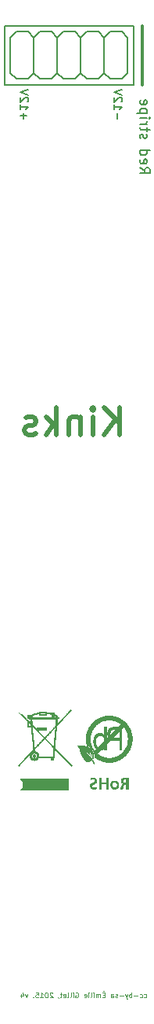
<source format=gbr>
%TF.GenerationSoftware,KiCad,Pcbnew,(6.0.11-0)*%
%TF.CreationDate,2023-05-02T23:37:46+02:00*%
%TF.ProjectId,kinks,6b696e6b-732e-46b6-9963-61645f706362,rev?*%
%TF.SameCoordinates,Original*%
%TF.FileFunction,Legend,Bot*%
%TF.FilePolarity,Positive*%
%FSLAX46Y46*%
G04 Gerber Fmt 4.6, Leading zero omitted, Abs format (unit mm)*
G04 Created by KiCad (PCBNEW (6.0.11-0)) date 2023-05-02 23:37:46*
%MOMM*%
%LPD*%
G01*
G04 APERTURE LIST*
G04 Aperture macros list*
%AMFreePoly0*
4,1,25,0.438258,0.998173,0.443160,0.993682,0.993682,0.443160,1.015710,0.395919,1.016000,0.389278,1.016000,-0.389278,0.998173,-0.438258,0.993682,-0.443160,0.443160,-0.993682,0.395919,-1.015710,0.389278,-1.016000,-0.389278,-1.016000,-0.438258,-0.998173,-0.443160,-0.993682,-0.993682,-0.443160,-1.015710,-0.395919,-1.016000,-0.389278,-1.016000,0.389278,-0.998173,0.438258,-0.993682,0.443160,
-0.443160,0.993682,-0.395919,1.015710,-0.389278,1.016000,0.389278,1.016000,0.438258,0.998173,0.438258,0.998173,$1*%
%AMFreePoly1*
4,1,25,0.301485,0.667973,0.306387,0.663482,0.663482,0.306387,0.685510,0.259146,0.685800,0.252505,0.685800,-0.252505,0.667973,-0.301485,0.663482,-0.306387,0.306387,-0.663482,0.259146,-0.685510,0.252505,-0.685800,-0.252505,-0.685800,-0.301485,-0.667973,-0.306387,-0.663482,-0.663482,-0.306387,-0.685510,-0.259146,-0.685800,-0.252505,-0.685800,0.252505,-0.667973,0.301485,-0.663482,0.306387,
-0.306387,0.663482,-0.259146,0.685510,-0.252505,0.685800,0.252505,0.685800,0.301485,0.667973,0.301485,0.667973,$1*%
%AMFreePoly2*
4,1,25,0.417216,0.947373,0.422118,0.942882,0.942882,0.422118,0.964910,0.374877,0.965200,0.368236,0.965200,-0.368236,0.947373,-0.417216,0.942882,-0.422118,0.422118,-0.942882,0.374877,-0.964910,0.368236,-0.965200,-0.368236,-0.965200,-0.417216,-0.947373,-0.422118,-0.942882,-0.942882,-0.422118,-0.964910,-0.374877,-0.965200,-0.368236,-0.965200,0.368236,-0.947373,0.417216,-0.942882,0.422118,
-0.422118,0.942882,-0.374877,0.964910,-0.368236,0.965200,0.368236,0.965200,0.417216,0.947373,0.417216,0.947373,$1*%
G04 Aperture macros list end*
%ADD10C,0.152400*%
%ADD11C,0.304800*%
%ADD12C,0.190500*%
%ADD13C,0.095250*%
%ADD14C,0.510000*%
%ADD15C,0.203200*%
%ADD16FreePoly0,-0.000000*%
%ADD17FreePoly1,90.000000*%
%ADD18FreePoly1,225.000000*%
%ADD19C,2.200000*%
%ADD20FreePoly2,0.000000*%
%ADD21FreePoly2,180.000000*%
G04 APERTURE END LIST*
D10*
X141526100Y-51107850D02*
X141526200Y-57457850D01*
X141526200Y-57457850D02*
X155496100Y-57457850D01*
X155496100Y-51107850D02*
X155496100Y-57457850D01*
D11*
X156448600Y-57457850D02*
X156448600Y-51107850D01*
D10*
X141526100Y-51107850D02*
X155496100Y-51107850D01*
D12*
X156214204Y-66356870D02*
X156728252Y-66716703D01*
X156214204Y-66973727D02*
X157293704Y-66973727D01*
X157293704Y-66562489D01*
X157242300Y-66459679D01*
X157190895Y-66408275D01*
X157088085Y-66356870D01*
X156933871Y-66356870D01*
X156831061Y-66408275D01*
X156779657Y-66459679D01*
X156728252Y-66562489D01*
X156728252Y-66973727D01*
X156265609Y-65482989D02*
X156214204Y-65585798D01*
X156214204Y-65791417D01*
X156265609Y-65894227D01*
X156368419Y-65945632D01*
X156779657Y-65945632D01*
X156882466Y-65894227D01*
X156933871Y-65791417D01*
X156933871Y-65585798D01*
X156882466Y-65482989D01*
X156779657Y-65431584D01*
X156676847Y-65431584D01*
X156574038Y-65945632D01*
X156214204Y-64506298D02*
X157293704Y-64506298D01*
X156265609Y-64506298D02*
X156214204Y-64609108D01*
X156214204Y-64814727D01*
X156265609Y-64917536D01*
X156317014Y-64968941D01*
X156419823Y-65020346D01*
X156728252Y-65020346D01*
X156831061Y-64968941D01*
X156882466Y-64917536D01*
X156933871Y-64814727D01*
X156933871Y-64609108D01*
X156882466Y-64506298D01*
X156265609Y-63221179D02*
X156214204Y-63118370D01*
X156214204Y-62912751D01*
X156265609Y-62809941D01*
X156368419Y-62758536D01*
X156419823Y-62758536D01*
X156522633Y-62809941D01*
X156574038Y-62912751D01*
X156574038Y-63066965D01*
X156625442Y-63169775D01*
X156728252Y-63221179D01*
X156779657Y-63221179D01*
X156882466Y-63169775D01*
X156933871Y-63066965D01*
X156933871Y-62912751D01*
X156882466Y-62809941D01*
X156933871Y-62450108D02*
X156933871Y-62038870D01*
X157293704Y-62295894D02*
X156368419Y-62295894D01*
X156265609Y-62244489D01*
X156214204Y-62141679D01*
X156214204Y-62038870D01*
X156214204Y-61679036D02*
X156933871Y-61679036D01*
X156728252Y-61679036D02*
X156831061Y-61627632D01*
X156882466Y-61576227D01*
X156933871Y-61473417D01*
X156933871Y-61370608D01*
X156214204Y-61010775D02*
X156933871Y-61010775D01*
X157293704Y-61010775D02*
X157242300Y-61062179D01*
X157190895Y-61010775D01*
X157242300Y-60959370D01*
X157293704Y-61010775D01*
X157190895Y-61010775D01*
X156933871Y-60496727D02*
X155854371Y-60496727D01*
X156882466Y-60496727D02*
X156933871Y-60393917D01*
X156933871Y-60188298D01*
X156882466Y-60085489D01*
X156831061Y-60034084D01*
X156728252Y-59982679D01*
X156419823Y-59982679D01*
X156317014Y-60034084D01*
X156265609Y-60085489D01*
X156214204Y-60188298D01*
X156214204Y-60393917D01*
X156265609Y-60496727D01*
X156265609Y-59108798D02*
X156214204Y-59211608D01*
X156214204Y-59417227D01*
X156265609Y-59520036D01*
X156368419Y-59571441D01*
X156779657Y-59571441D01*
X156882466Y-59520036D01*
X156933871Y-59417227D01*
X156933871Y-59211608D01*
X156882466Y-59108798D01*
X156779657Y-59057394D01*
X156676847Y-59057394D01*
X156574038Y-59571441D01*
D13*
X156661854Y-155672845D02*
X156713258Y-155698547D01*
X156816068Y-155698547D01*
X156867473Y-155672845D01*
X156893175Y-155647142D01*
X156918877Y-155595738D01*
X156918877Y-155441523D01*
X156893175Y-155390119D01*
X156867473Y-155364416D01*
X156816068Y-155338714D01*
X156713258Y-155338714D01*
X156661854Y-155364416D01*
X156199211Y-155672845D02*
X156250616Y-155698547D01*
X156353425Y-155698547D01*
X156404830Y-155672845D01*
X156430532Y-155647142D01*
X156456235Y-155595738D01*
X156456235Y-155441523D01*
X156430532Y-155390119D01*
X156404830Y-155364416D01*
X156353425Y-155338714D01*
X156250616Y-155338714D01*
X156199211Y-155364416D01*
X155967889Y-155492928D02*
X155556651Y-155492928D01*
X155299627Y-155698547D02*
X155299627Y-155158797D01*
X155299627Y-155364416D02*
X155248223Y-155338714D01*
X155145413Y-155338714D01*
X155094008Y-155364416D01*
X155068306Y-155390119D01*
X155042604Y-155441523D01*
X155042604Y-155595738D01*
X155068306Y-155647142D01*
X155094008Y-155672845D01*
X155145413Y-155698547D01*
X155248223Y-155698547D01*
X155299627Y-155672845D01*
X154862687Y-155338714D02*
X154734175Y-155698547D01*
X154605663Y-155338714D02*
X154734175Y-155698547D01*
X154785580Y-155827059D01*
X154811282Y-155852761D01*
X154862687Y-155878464D01*
X154400044Y-155492928D02*
X153988806Y-155492928D01*
X153757485Y-155672845D02*
X153706080Y-155698547D01*
X153603270Y-155698547D01*
X153551866Y-155672845D01*
X153526163Y-155621440D01*
X153526163Y-155595738D01*
X153551866Y-155544333D01*
X153603270Y-155518630D01*
X153680377Y-155518630D01*
X153731782Y-155492928D01*
X153757485Y-155441523D01*
X153757485Y-155415821D01*
X153731782Y-155364416D01*
X153680377Y-155338714D01*
X153603270Y-155338714D01*
X153551866Y-155364416D01*
X153063520Y-155698547D02*
X153063520Y-155415821D01*
X153089223Y-155364416D01*
X153140627Y-155338714D01*
X153243437Y-155338714D01*
X153294842Y-155364416D01*
X153063520Y-155672845D02*
X153114925Y-155698547D01*
X153243437Y-155698547D01*
X153294842Y-155672845D01*
X153320544Y-155621440D01*
X153320544Y-155570035D01*
X153294842Y-155518630D01*
X153243437Y-155492928D01*
X153114925Y-155492928D01*
X153063520Y-155467226D01*
X152395258Y-155415821D02*
X152215342Y-155415821D01*
X152138235Y-155698547D02*
X152395258Y-155698547D01*
X152395258Y-155158797D01*
X152138235Y-155158797D01*
X152215342Y-154953178D02*
X152292449Y-155030285D01*
X151906913Y-155698547D02*
X151906913Y-155338714D01*
X151906913Y-155390119D02*
X151881211Y-155364416D01*
X151829806Y-155338714D01*
X151752699Y-155338714D01*
X151701294Y-155364416D01*
X151675592Y-155415821D01*
X151675592Y-155698547D01*
X151675592Y-155415821D02*
X151649889Y-155364416D01*
X151598485Y-155338714D01*
X151521377Y-155338714D01*
X151469973Y-155364416D01*
X151444270Y-155415821D01*
X151444270Y-155698547D01*
X151187247Y-155698547D02*
X151187247Y-155338714D01*
X151187247Y-155158797D02*
X151212949Y-155184500D01*
X151187247Y-155210202D01*
X151161544Y-155184500D01*
X151187247Y-155158797D01*
X151187247Y-155210202D01*
X150853116Y-155698547D02*
X150904520Y-155672845D01*
X150930223Y-155621440D01*
X150930223Y-155158797D01*
X150647497Y-155698547D02*
X150647497Y-155338714D01*
X150647497Y-155158797D02*
X150673199Y-155184500D01*
X150647497Y-155210202D01*
X150621794Y-155184500D01*
X150647497Y-155158797D01*
X150647497Y-155210202D01*
X150184854Y-155672845D02*
X150236258Y-155698547D01*
X150339068Y-155698547D01*
X150390473Y-155672845D01*
X150416175Y-155621440D01*
X150416175Y-155415821D01*
X150390473Y-155364416D01*
X150339068Y-155338714D01*
X150236258Y-155338714D01*
X150184854Y-155364416D01*
X150159151Y-155415821D01*
X150159151Y-155467226D01*
X150416175Y-155518630D01*
X149233866Y-155184500D02*
X149285270Y-155158797D01*
X149362377Y-155158797D01*
X149439485Y-155184500D01*
X149490889Y-155235904D01*
X149516592Y-155287309D01*
X149542294Y-155390119D01*
X149542294Y-155467226D01*
X149516592Y-155570035D01*
X149490889Y-155621440D01*
X149439485Y-155672845D01*
X149362377Y-155698547D01*
X149310973Y-155698547D01*
X149233866Y-155672845D01*
X149208163Y-155647142D01*
X149208163Y-155467226D01*
X149310973Y-155467226D01*
X148976842Y-155698547D02*
X148976842Y-155338714D01*
X148976842Y-155158797D02*
X149002544Y-155184500D01*
X148976842Y-155210202D01*
X148951139Y-155184500D01*
X148976842Y-155158797D01*
X148976842Y-155210202D01*
X148642711Y-155698547D02*
X148694116Y-155672845D01*
X148719818Y-155621440D01*
X148719818Y-155158797D01*
X148359985Y-155698547D02*
X148411389Y-155672845D01*
X148437092Y-155621440D01*
X148437092Y-155158797D01*
X147948747Y-155672845D02*
X148000151Y-155698547D01*
X148102961Y-155698547D01*
X148154366Y-155672845D01*
X148180068Y-155621440D01*
X148180068Y-155415821D01*
X148154366Y-155364416D01*
X148102961Y-155338714D01*
X148000151Y-155338714D01*
X147948747Y-155364416D01*
X147923044Y-155415821D01*
X147923044Y-155467226D01*
X148180068Y-155518630D01*
X147768830Y-155338714D02*
X147563211Y-155338714D01*
X147691723Y-155158797D02*
X147691723Y-155621440D01*
X147666020Y-155672845D01*
X147614616Y-155698547D01*
X147563211Y-155698547D01*
X147357592Y-155672845D02*
X147357592Y-155698547D01*
X147383294Y-155749952D01*
X147408997Y-155775654D01*
X146740735Y-155210202D02*
X146715032Y-155184500D01*
X146663627Y-155158797D01*
X146535116Y-155158797D01*
X146483711Y-155184500D01*
X146458008Y-155210202D01*
X146432306Y-155261607D01*
X146432306Y-155313011D01*
X146458008Y-155390119D01*
X146766437Y-155698547D01*
X146432306Y-155698547D01*
X146098175Y-155158797D02*
X146046770Y-155158797D01*
X145995366Y-155184500D01*
X145969663Y-155210202D01*
X145943961Y-155261607D01*
X145918258Y-155364416D01*
X145918258Y-155492928D01*
X145943961Y-155595738D01*
X145969663Y-155647142D01*
X145995366Y-155672845D01*
X146046770Y-155698547D01*
X146098175Y-155698547D01*
X146149580Y-155672845D01*
X146175282Y-155647142D01*
X146200985Y-155595738D01*
X146226687Y-155492928D01*
X146226687Y-155364416D01*
X146200985Y-155261607D01*
X146175282Y-155210202D01*
X146149580Y-155184500D01*
X146098175Y-155158797D01*
X145404211Y-155698547D02*
X145712639Y-155698547D01*
X145558425Y-155698547D02*
X145558425Y-155158797D01*
X145609830Y-155235904D01*
X145661235Y-155287309D01*
X145712639Y-155313011D01*
X144915866Y-155158797D02*
X145172889Y-155158797D01*
X145198592Y-155415821D01*
X145172889Y-155390119D01*
X145121485Y-155364416D01*
X144992973Y-155364416D01*
X144941568Y-155390119D01*
X144915866Y-155415821D01*
X144890163Y-155467226D01*
X144890163Y-155595738D01*
X144915866Y-155647142D01*
X144941568Y-155672845D01*
X144992973Y-155698547D01*
X145121485Y-155698547D01*
X145172889Y-155672845D01*
X145198592Y-155647142D01*
X144658842Y-155647142D02*
X144633139Y-155672845D01*
X144658842Y-155698547D01*
X144684544Y-155672845D01*
X144658842Y-155647142D01*
X144658842Y-155698547D01*
X144041985Y-155338714D02*
X143913473Y-155698547D01*
X143784961Y-155338714D01*
X143348020Y-155338714D02*
X143348020Y-155698547D01*
X143476532Y-155133095D02*
X143605044Y-155518630D01*
X143270913Y-155518630D01*
D14*
X154000404Y-95103030D02*
X154000404Y-92213030D01*
X152348976Y-95103030D02*
X153587547Y-93451602D01*
X152348976Y-92213030D02*
X154000404Y-93864459D01*
X151110404Y-95103030D02*
X151110404Y-93176364D01*
X151110404Y-92213030D02*
X151248023Y-92350650D01*
X151110404Y-92488269D01*
X150972785Y-92350650D01*
X151110404Y-92213030D01*
X151110404Y-92488269D01*
X149734214Y-93176364D02*
X149734214Y-95103030D01*
X149734214Y-93451602D02*
X149596595Y-93313983D01*
X149321357Y-93176364D01*
X148908500Y-93176364D01*
X148633261Y-93313983D01*
X148495642Y-93589221D01*
X148495642Y-95103030D01*
X147119452Y-95103030D02*
X147119452Y-92213030D01*
X146844214Y-94002078D02*
X146018500Y-95103030D01*
X146018500Y-93176364D02*
X147119452Y-94277316D01*
X144917547Y-94965411D02*
X144642309Y-95103030D01*
X144091833Y-95103030D01*
X143816595Y-94965411D01*
X143678976Y-94690173D01*
X143678976Y-94552554D01*
X143816595Y-94277316D01*
X144091833Y-94139697D01*
X144504690Y-94139697D01*
X144779928Y-94002078D01*
X144917547Y-93726840D01*
X144917547Y-93589221D01*
X144779928Y-93313983D01*
X144504690Y-93176364D01*
X144091833Y-93176364D01*
X143816595Y-93313983D01*
D10*
X143572614Y-61123390D02*
X143572614Y-60465410D01*
X143243623Y-60794400D02*
X143901604Y-60794400D01*
X143243623Y-59601810D02*
X143243623Y-60095295D01*
X143243623Y-59848552D02*
X144107223Y-59848552D01*
X143983852Y-59930800D01*
X143901604Y-60013048D01*
X143860480Y-60095295D01*
X144024976Y-59272819D02*
X144066100Y-59231695D01*
X144107223Y-59149448D01*
X144107223Y-58943829D01*
X144066100Y-58861581D01*
X144024976Y-58820457D01*
X143942728Y-58779333D01*
X143860480Y-58779333D01*
X143737109Y-58820457D01*
X143243623Y-59313943D01*
X143243623Y-58779333D01*
X144107223Y-58532590D02*
X143243623Y-58244724D01*
X144107223Y-57956857D01*
X153732614Y-61123390D02*
X153732614Y-60465410D01*
X153403623Y-59601810D02*
X153403623Y-60095295D01*
X153403623Y-59848552D02*
X154267223Y-59848552D01*
X154143852Y-59930800D01*
X154061604Y-60013048D01*
X154020480Y-60095295D01*
X154184976Y-59272819D02*
X154226100Y-59231695D01*
X154267223Y-59149448D01*
X154267223Y-58943829D01*
X154226100Y-58861581D01*
X154184976Y-58820457D01*
X154102728Y-58779333D01*
X154020480Y-58779333D01*
X153897109Y-58820457D01*
X153403623Y-59313943D01*
X153403623Y-58779333D01*
X154267223Y-58532590D02*
X153403623Y-58244724D01*
X154267223Y-57956857D01*
%TO.C,JP1*%
G36*
X148765100Y-53266950D02*
G01*
X148257100Y-53266950D01*
X148257100Y-52758950D01*
X148765100Y-52758950D01*
X148765100Y-53266950D01*
G37*
D15*
X142796100Y-51107950D02*
X144066100Y-51107950D01*
D10*
X152956100Y-51742950D02*
X154226100Y-51742950D01*
X154861100Y-56187950D02*
X154861100Y-52377950D01*
X154226100Y-56822950D02*
X154861100Y-56187950D01*
X152956100Y-56822950D02*
X154226100Y-56822950D01*
X152321100Y-56187950D02*
X152956100Y-56822950D01*
X154226100Y-51742950D02*
X154861100Y-52377950D01*
X152321100Y-52377950D02*
X152956100Y-51742950D01*
X142796100Y-51742950D02*
X144066100Y-51742950D01*
X145336100Y-51742950D02*
X146606100Y-51742950D01*
X147876100Y-51742950D02*
X149146100Y-51742950D01*
X150416100Y-51742950D02*
X151686100Y-51742950D01*
X152321100Y-56187950D02*
X152321100Y-52377950D01*
X149781100Y-56187950D02*
X149781100Y-52377950D01*
X147241100Y-56187950D02*
X147241100Y-52377950D01*
X144701100Y-56187950D02*
X144701100Y-52377950D01*
X151686100Y-56822950D02*
X152321100Y-56187950D01*
X150416100Y-56822950D02*
X151686100Y-56822950D01*
X149781100Y-56187950D02*
X150416100Y-56822950D01*
X149146100Y-56822950D02*
X149781100Y-56187950D01*
X147876100Y-56822950D02*
X149146100Y-56822950D01*
X147241100Y-56187950D02*
X147876100Y-56822950D01*
X146606100Y-56822950D02*
X147241100Y-56187950D01*
X145336100Y-56822950D02*
X146606100Y-56822950D01*
X144701100Y-56187950D02*
X145336100Y-56822950D01*
X144066100Y-56822950D02*
X144701100Y-56187950D01*
X142796100Y-56822950D02*
X144066100Y-56822950D01*
X142161100Y-56187950D02*
X142796100Y-56822950D01*
X142161100Y-52377950D02*
X142161100Y-56187950D01*
X151686100Y-51742950D02*
X152321100Y-52377950D01*
X149781100Y-52377950D02*
X150416100Y-51742950D01*
X149146100Y-51742950D02*
X149781100Y-52377950D01*
X147241100Y-52377950D02*
X147876100Y-51742950D01*
X146606100Y-51742950D02*
X147241100Y-52377950D01*
X144701100Y-52377950D02*
X145336100Y-51742950D01*
X144066100Y-51742950D02*
X144701100Y-52377950D01*
X142161100Y-52377950D02*
X142796100Y-51742950D01*
%TO.C,U$2*%
G36*
X148733300Y-124747650D02*
G01*
X148697700Y-124747650D01*
X148697700Y-124712050D01*
X148733300Y-124712050D01*
X148733300Y-124747650D01*
G37*
G36*
X143043700Y-124783150D02*
G01*
X142972600Y-124783150D01*
X142972600Y-124747650D01*
X143043700Y-124747650D01*
X143043700Y-124783150D01*
G37*
G36*
X148768900Y-124783150D02*
G01*
X148662200Y-124783150D01*
X148662200Y-124747650D01*
X148768900Y-124747650D01*
X148768900Y-124783150D01*
G37*
G36*
X143079300Y-124818750D02*
G01*
X142937000Y-124818750D01*
X142937000Y-124783150D01*
X143079300Y-124783150D01*
X143079300Y-124818750D01*
G37*
G36*
X148804400Y-124818750D02*
G01*
X148626600Y-124818750D01*
X148626600Y-124783150D01*
X148804400Y-124783150D01*
X148804400Y-124818750D01*
G37*
G36*
X143114800Y-124854350D02*
G01*
X142901500Y-124854350D01*
X142901500Y-124818750D01*
X143114800Y-124818750D01*
X143114800Y-124854350D01*
G37*
G36*
X148804400Y-124854350D02*
G01*
X148591100Y-124854350D01*
X148591100Y-124818750D01*
X148804400Y-124818750D01*
X148804400Y-124854350D01*
G37*
G36*
X143150400Y-124889850D02*
G01*
X142937000Y-124889850D01*
X142937000Y-124854350D01*
X143150400Y-124854350D01*
X143150400Y-124889850D01*
G37*
G36*
X148768900Y-124889850D02*
G01*
X148555500Y-124889850D01*
X148555500Y-124854350D01*
X148768900Y-124854350D01*
X148768900Y-124889850D01*
G37*
G36*
X143185900Y-124925450D02*
G01*
X142972600Y-124925450D01*
X142972600Y-124889850D01*
X143185900Y-124889850D01*
X143185900Y-124925450D01*
G37*
G36*
X148733300Y-124925450D02*
G01*
X148519900Y-124925450D01*
X148519900Y-124889850D01*
X148733300Y-124889850D01*
X148733300Y-124925450D01*
G37*
G36*
X143221500Y-124960950D02*
G01*
X143008100Y-124960950D01*
X143008100Y-124925450D01*
X143221500Y-124925450D01*
X143221500Y-124960950D01*
G37*
G36*
X146137400Y-124960950D02*
G01*
X145248400Y-124960950D01*
X145248400Y-124925450D01*
X146137400Y-124925450D01*
X146137400Y-124960950D01*
G37*
G36*
X148697700Y-124960950D02*
G01*
X148484400Y-124960950D01*
X148484400Y-124925450D01*
X148697700Y-124925450D01*
X148697700Y-124960950D01*
G37*
G36*
X143257100Y-124996550D02*
G01*
X143043700Y-124996550D01*
X143043700Y-124960950D01*
X143257100Y-124960950D01*
X143257100Y-124996550D01*
G37*
G36*
X146137400Y-124996550D02*
G01*
X145248400Y-124996550D01*
X145248400Y-124960950D01*
X146137400Y-124960950D01*
X146137400Y-124996550D01*
G37*
G36*
X148662200Y-124996550D02*
G01*
X148448800Y-124996550D01*
X148448800Y-124960950D01*
X148662200Y-124960950D01*
X148662200Y-124996550D01*
G37*
G36*
X143292600Y-125032150D02*
G01*
X143043700Y-125032150D01*
X143043700Y-124996550D01*
X143292600Y-124996550D01*
X143292600Y-125032150D01*
G37*
G36*
X146386300Y-125032150D02*
G01*
X145212900Y-125032150D01*
X145212900Y-124996550D01*
X146386300Y-124996550D01*
X146386300Y-125032150D01*
G37*
G36*
X148626600Y-125032150D02*
G01*
X148413300Y-125032150D01*
X148413300Y-124996550D01*
X148626600Y-124996550D01*
X148626600Y-125032150D01*
G37*
G36*
X143328200Y-125067650D02*
G01*
X143079300Y-125067650D01*
X143079300Y-125032150D01*
X143328200Y-125032150D01*
X143328200Y-125067650D01*
G37*
G36*
X146599700Y-125067650D02*
G01*
X144999500Y-125067650D01*
X144999500Y-125032150D01*
X146599700Y-125032150D01*
X146599700Y-125067650D01*
G37*
G36*
X146955300Y-125067650D02*
G01*
X146635300Y-125067650D01*
X146635300Y-125032150D01*
X146955300Y-125032150D01*
X146955300Y-125067650D01*
G37*
G36*
X148591100Y-125067650D02*
G01*
X148377700Y-125067650D01*
X148377700Y-125032150D01*
X148591100Y-125032150D01*
X148591100Y-125067650D01*
G37*
G36*
X143363700Y-125103250D02*
G01*
X143114800Y-125103250D01*
X143114800Y-125067650D01*
X143363700Y-125067650D01*
X143363700Y-125103250D01*
G37*
G36*
X146955300Y-125103250D02*
G01*
X144857300Y-125103250D01*
X144857300Y-125067650D01*
X146955300Y-125067650D01*
X146955300Y-125103250D01*
G37*
G36*
X148555500Y-125103250D02*
G01*
X148342100Y-125103250D01*
X148342100Y-125067650D01*
X148555500Y-125067650D01*
X148555500Y-125103250D01*
G37*
G36*
X143399300Y-125138750D02*
G01*
X143150400Y-125138750D01*
X143150400Y-125103250D01*
X143399300Y-125103250D01*
X143399300Y-125138750D01*
G37*
G36*
X145461800Y-125138750D02*
G01*
X144750600Y-125138750D01*
X144750600Y-125103250D01*
X145461800Y-125103250D01*
X145461800Y-125138750D01*
G37*
G36*
X146955300Y-125138750D02*
G01*
X145959600Y-125138750D01*
X145959600Y-125103250D01*
X146955300Y-125103250D01*
X146955300Y-125138750D01*
G37*
G36*
X148519900Y-125138750D02*
G01*
X148306600Y-125138750D01*
X148306600Y-125103250D01*
X148519900Y-125103250D01*
X148519900Y-125138750D01*
G37*
G36*
X143434900Y-125174350D02*
G01*
X143185900Y-125174350D01*
X143185900Y-125138750D01*
X143434900Y-125138750D01*
X143434900Y-125174350D01*
G37*
G36*
X145426200Y-125174350D02*
G01*
X144679500Y-125174350D01*
X144679500Y-125138750D01*
X145426200Y-125138750D01*
X145426200Y-125174350D01*
G37*
G36*
X146955300Y-125174350D02*
G01*
X145959600Y-125174350D01*
X145959600Y-125138750D01*
X146955300Y-125138750D01*
X146955300Y-125174350D01*
G37*
G36*
X148484400Y-125174350D02*
G01*
X148271000Y-125174350D01*
X148271000Y-125138750D01*
X148484400Y-125138750D01*
X148484400Y-125174350D01*
G37*
G36*
X143470400Y-125209950D02*
G01*
X143221500Y-125209950D01*
X143221500Y-125174350D01*
X143470400Y-125174350D01*
X143470400Y-125209950D01*
G37*
G36*
X147026400Y-125209950D02*
G01*
X144608300Y-125209950D01*
X144608300Y-125174350D01*
X147026400Y-125174350D01*
X147026400Y-125209950D01*
G37*
G36*
X148484400Y-125209950D02*
G01*
X148271000Y-125209950D01*
X148271000Y-125174350D01*
X148484400Y-125174350D01*
X148484400Y-125209950D01*
G37*
G36*
X143506000Y-125245450D02*
G01*
X143257100Y-125245450D01*
X143257100Y-125209950D01*
X143506000Y-125209950D01*
X143506000Y-125245450D01*
G37*
G36*
X145141700Y-125245450D02*
G01*
X144537200Y-125245450D01*
X144537200Y-125209950D01*
X145141700Y-125209950D01*
X145141700Y-125245450D01*
G37*
G36*
X146137400Y-125245450D02*
G01*
X145248400Y-125245450D01*
X145248400Y-125209950D01*
X146137400Y-125209950D01*
X146137400Y-125245450D01*
G37*
G36*
X147062000Y-125245450D02*
G01*
X146457500Y-125245450D01*
X146457500Y-125209950D01*
X147062000Y-125209950D01*
X147062000Y-125245450D01*
G37*
G36*
X148448800Y-125245450D02*
G01*
X148235500Y-125245450D01*
X148235500Y-125209950D01*
X148448800Y-125209950D01*
X148448800Y-125245450D01*
G37*
G36*
X143541500Y-125281050D02*
G01*
X143292600Y-125281050D01*
X143292600Y-125245450D01*
X143541500Y-125245450D01*
X143541500Y-125281050D01*
G37*
G36*
X144323900Y-125281050D02*
G01*
X144146100Y-125281050D01*
X144146100Y-125245450D01*
X144323900Y-125245450D01*
X144323900Y-125281050D01*
G37*
G36*
X144963900Y-125281050D02*
G01*
X144501700Y-125281050D01*
X144501700Y-125245450D01*
X144963900Y-125245450D01*
X144963900Y-125281050D01*
G37*
G36*
X146137400Y-125281050D02*
G01*
X145248400Y-125281050D01*
X145248400Y-125245450D01*
X146137400Y-125245450D01*
X146137400Y-125281050D01*
G37*
G36*
X147133100Y-125281050D02*
G01*
X146635300Y-125281050D01*
X146635300Y-125245450D01*
X147133100Y-125245450D01*
X147133100Y-125281050D01*
G37*
G36*
X148413300Y-125281050D02*
G01*
X148199900Y-125281050D01*
X148199900Y-125245450D01*
X148413300Y-125245450D01*
X148413300Y-125281050D01*
G37*
G36*
X143577100Y-125316550D02*
G01*
X143328200Y-125316550D01*
X143328200Y-125281050D01*
X143577100Y-125281050D01*
X143577100Y-125316550D01*
G37*
G36*
X144395000Y-125316550D02*
G01*
X144074900Y-125316550D01*
X144074900Y-125281050D01*
X144395000Y-125281050D01*
X144395000Y-125316550D01*
G37*
G36*
X144857300Y-125316550D02*
G01*
X144466100Y-125316550D01*
X144466100Y-125281050D01*
X144857300Y-125281050D01*
X144857300Y-125316550D01*
G37*
G36*
X146137400Y-125316550D02*
G01*
X145248400Y-125316550D01*
X145248400Y-125281050D01*
X146137400Y-125281050D01*
X146137400Y-125316550D01*
G37*
G36*
X147168700Y-125316550D02*
G01*
X146635300Y-125316550D01*
X146635300Y-125281050D01*
X147168700Y-125281050D01*
X147168700Y-125316550D01*
G37*
G36*
X148377700Y-125316550D02*
G01*
X148164300Y-125316550D01*
X148164300Y-125281050D01*
X148377700Y-125281050D01*
X148377700Y-125316550D01*
G37*
G36*
X143612700Y-125352150D02*
G01*
X143363700Y-125352150D01*
X143363700Y-125316550D01*
X143612700Y-125316550D01*
X143612700Y-125352150D01*
G37*
G36*
X144750600Y-125352150D02*
G01*
X144039400Y-125352150D01*
X144039400Y-125316550D01*
X144750600Y-125316550D01*
X144750600Y-125352150D01*
G37*
G36*
X146137400Y-125352150D02*
G01*
X145248400Y-125352150D01*
X145248400Y-125316550D01*
X146137400Y-125316550D01*
X146137400Y-125352150D01*
G37*
G36*
X147204200Y-125352150D02*
G01*
X146635300Y-125352150D01*
X146635300Y-125316550D01*
X147204200Y-125316550D01*
X147204200Y-125352150D01*
G37*
G36*
X148342100Y-125352150D02*
G01*
X148128800Y-125352150D01*
X148128800Y-125316550D01*
X148342100Y-125316550D01*
X148342100Y-125352150D01*
G37*
G36*
X143612700Y-125387750D02*
G01*
X143399300Y-125387750D01*
X143399300Y-125352150D01*
X143612700Y-125352150D01*
X143612700Y-125387750D01*
G37*
G36*
X144679500Y-125387750D02*
G01*
X144039400Y-125387750D01*
X144039400Y-125352150D01*
X144679500Y-125352150D01*
X144679500Y-125387750D01*
G37*
G36*
X146137400Y-125387750D02*
G01*
X145248400Y-125387750D01*
X145248400Y-125352150D01*
X146137400Y-125352150D01*
X146137400Y-125387750D01*
G37*
G36*
X147239800Y-125387750D02*
G01*
X146635300Y-125387750D01*
X146635300Y-125352150D01*
X147239800Y-125352150D01*
X147239800Y-125387750D01*
G37*
G36*
X148306600Y-125387750D02*
G01*
X148093200Y-125387750D01*
X148093200Y-125352150D01*
X148306600Y-125352150D01*
X148306600Y-125387750D01*
G37*
G36*
X153071600Y-125387750D02*
G01*
X152716000Y-125387750D01*
X152716000Y-125352150D01*
X153071600Y-125352150D01*
X153071600Y-125387750D01*
G37*
G36*
X143648200Y-125423250D02*
G01*
X143434900Y-125423250D01*
X143434900Y-125387750D01*
X143648200Y-125387750D01*
X143648200Y-125423250D01*
G37*
G36*
X144643900Y-125423250D02*
G01*
X144003800Y-125423250D01*
X144003800Y-125387750D01*
X144643900Y-125387750D01*
X144643900Y-125423250D01*
G37*
G36*
X146955300Y-125423250D02*
G01*
X146635300Y-125423250D01*
X146635300Y-125387750D01*
X146955300Y-125387750D01*
X146955300Y-125423250D01*
G37*
G36*
X147275300Y-125423250D02*
G01*
X146990900Y-125423250D01*
X146990900Y-125387750D01*
X147275300Y-125387750D01*
X147275300Y-125423250D01*
G37*
G36*
X148271000Y-125423250D02*
G01*
X148057700Y-125423250D01*
X148057700Y-125387750D01*
X148271000Y-125387750D01*
X148271000Y-125423250D01*
G37*
G36*
X153356100Y-125423250D02*
G01*
X152431500Y-125423250D01*
X152431500Y-125387750D01*
X153356100Y-125387750D01*
X153356100Y-125423250D01*
G37*
G36*
X143683800Y-125458850D02*
G01*
X143470400Y-125458850D01*
X143470400Y-125423250D01*
X143683800Y-125423250D01*
X143683800Y-125458850D01*
G37*
G36*
X144608300Y-125458850D02*
G01*
X144003800Y-125458850D01*
X144003800Y-125423250D01*
X144608300Y-125423250D01*
X144608300Y-125458850D01*
G37*
G36*
X146955300Y-125458850D02*
G01*
X146635300Y-125458850D01*
X146635300Y-125423250D01*
X146955300Y-125423250D01*
X146955300Y-125458850D01*
G37*
G36*
X147275300Y-125458850D02*
G01*
X147062000Y-125458850D01*
X147062000Y-125423250D01*
X147275300Y-125423250D01*
X147275300Y-125458850D01*
G37*
G36*
X148235500Y-125458850D02*
G01*
X148022100Y-125458850D01*
X148022100Y-125423250D01*
X148235500Y-125423250D01*
X148235500Y-125458850D01*
G37*
G36*
X153533900Y-125458850D02*
G01*
X152253700Y-125458850D01*
X152253700Y-125423250D01*
X153533900Y-125423250D01*
X153533900Y-125458850D01*
G37*
G36*
X143719300Y-125494350D02*
G01*
X143506000Y-125494350D01*
X143506000Y-125458850D01*
X143719300Y-125458850D01*
X143719300Y-125494350D01*
G37*
G36*
X144572800Y-125494350D02*
G01*
X144003800Y-125494350D01*
X144003800Y-125458850D01*
X144572800Y-125458850D01*
X144572800Y-125494350D01*
G37*
G36*
X146955300Y-125494350D02*
G01*
X146635300Y-125494350D01*
X146635300Y-125458850D01*
X146955300Y-125458850D01*
X146955300Y-125494350D01*
G37*
G36*
X147310900Y-125494350D02*
G01*
X147097500Y-125494350D01*
X147097500Y-125458850D01*
X147310900Y-125458850D01*
X147310900Y-125494350D01*
G37*
G36*
X148199900Y-125494350D02*
G01*
X147986500Y-125494350D01*
X147986500Y-125458850D01*
X148199900Y-125458850D01*
X148199900Y-125494350D01*
G37*
G36*
X153640600Y-125494350D02*
G01*
X152111500Y-125494350D01*
X152111500Y-125458850D01*
X153640600Y-125458850D01*
X153640600Y-125494350D01*
G37*
G36*
X143754900Y-125529950D02*
G01*
X143541500Y-125529950D01*
X143541500Y-125494350D01*
X143754900Y-125494350D01*
X143754900Y-125529950D01*
G37*
G36*
X144537200Y-125529950D02*
G01*
X144003800Y-125529950D01*
X144003800Y-125494350D01*
X144537200Y-125494350D01*
X144537200Y-125529950D01*
G37*
G36*
X146955300Y-125529950D02*
G01*
X146635300Y-125529950D01*
X146635300Y-125494350D01*
X146955300Y-125494350D01*
X146955300Y-125529950D01*
G37*
G36*
X147310900Y-125529950D02*
G01*
X147097500Y-125529950D01*
X147097500Y-125494350D01*
X147310900Y-125494350D01*
X147310900Y-125529950D01*
G37*
G36*
X148164300Y-125529950D02*
G01*
X147951000Y-125529950D01*
X147951000Y-125494350D01*
X148164300Y-125494350D01*
X148164300Y-125529950D01*
G37*
G36*
X153747300Y-125529950D02*
G01*
X152040400Y-125529950D01*
X152040400Y-125494350D01*
X153747300Y-125494350D01*
X153747300Y-125529950D01*
G37*
G36*
X143790500Y-125565550D02*
G01*
X143577100Y-125565550D01*
X143577100Y-125529950D01*
X143790500Y-125529950D01*
X143790500Y-125565550D01*
G37*
G36*
X147524300Y-125565550D02*
G01*
X144003800Y-125565550D01*
X144003800Y-125529950D01*
X147524300Y-125529950D01*
X147524300Y-125565550D01*
G37*
G36*
X148128800Y-125565550D02*
G01*
X147915400Y-125565550D01*
X147915400Y-125529950D01*
X148128800Y-125529950D01*
X148128800Y-125565550D01*
G37*
G36*
X153853900Y-125565550D02*
G01*
X151933700Y-125565550D01*
X151933700Y-125529950D01*
X153853900Y-125529950D01*
X153853900Y-125565550D01*
G37*
G36*
X143826000Y-125601050D02*
G01*
X143612700Y-125601050D01*
X143612700Y-125565550D01*
X143826000Y-125565550D01*
X143826000Y-125601050D01*
G37*
G36*
X147524300Y-125601050D02*
G01*
X144003800Y-125601050D01*
X144003800Y-125565550D01*
X147524300Y-125565550D01*
X147524300Y-125601050D01*
G37*
G36*
X148093200Y-125601050D02*
G01*
X147879900Y-125601050D01*
X147879900Y-125565550D01*
X148093200Y-125565550D01*
X148093200Y-125601050D01*
G37*
G36*
X153925100Y-125601050D02*
G01*
X151862600Y-125601050D01*
X151862600Y-125565550D01*
X153925100Y-125565550D01*
X153925100Y-125601050D01*
G37*
G36*
X143861600Y-125636650D02*
G01*
X143648200Y-125636650D01*
X143648200Y-125601050D01*
X143861600Y-125601050D01*
X143861600Y-125636650D01*
G37*
G36*
X147524300Y-125636650D02*
G01*
X144039400Y-125636650D01*
X144039400Y-125601050D01*
X147524300Y-125601050D01*
X147524300Y-125636650D01*
G37*
G36*
X148057700Y-125636650D02*
G01*
X147844300Y-125636650D01*
X147844300Y-125601050D01*
X148057700Y-125601050D01*
X148057700Y-125636650D01*
G37*
G36*
X153996200Y-125636650D02*
G01*
X151755900Y-125636650D01*
X151755900Y-125601050D01*
X153996200Y-125601050D01*
X153996200Y-125636650D01*
G37*
G36*
X143897100Y-125672150D02*
G01*
X143683800Y-125672150D01*
X143683800Y-125636650D01*
X143897100Y-125636650D01*
X143897100Y-125672150D01*
G37*
G36*
X147524300Y-125672150D02*
G01*
X144039400Y-125672150D01*
X144039400Y-125636650D01*
X147524300Y-125636650D01*
X147524300Y-125672150D01*
G37*
G36*
X148022100Y-125672150D02*
G01*
X147808700Y-125672150D01*
X147808700Y-125636650D01*
X148022100Y-125636650D01*
X148022100Y-125672150D01*
G37*
G36*
X154067300Y-125672150D02*
G01*
X151684800Y-125672150D01*
X151684800Y-125636650D01*
X154067300Y-125636650D01*
X154067300Y-125672150D01*
G37*
G36*
X143932700Y-125707750D02*
G01*
X143719300Y-125707750D01*
X143719300Y-125672150D01*
X143932700Y-125672150D01*
X143932700Y-125707750D01*
G37*
G36*
X147524300Y-125707750D02*
G01*
X144074900Y-125707750D01*
X144074900Y-125672150D01*
X147524300Y-125672150D01*
X147524300Y-125707750D01*
G37*
G36*
X147986500Y-125707750D02*
G01*
X147773200Y-125707750D01*
X147773200Y-125672150D01*
X147986500Y-125672150D01*
X147986500Y-125707750D01*
G37*
G36*
X154138400Y-125707750D02*
G01*
X151649200Y-125707750D01*
X151649200Y-125672150D01*
X154138400Y-125672150D01*
X154138400Y-125707750D01*
G37*
G36*
X143968300Y-125743350D02*
G01*
X143754900Y-125743350D01*
X143754900Y-125707750D01*
X143968300Y-125707750D01*
X143968300Y-125743350D01*
G37*
G36*
X147310900Y-125743350D02*
G01*
X144146100Y-125743350D01*
X144146100Y-125707750D01*
X147310900Y-125707750D01*
X147310900Y-125743350D01*
G37*
G36*
X147951000Y-125743350D02*
G01*
X147737600Y-125743350D01*
X147737600Y-125707750D01*
X147951000Y-125707750D01*
X147951000Y-125743350D01*
G37*
G36*
X154209500Y-125743350D02*
G01*
X151578100Y-125743350D01*
X151578100Y-125707750D01*
X154209500Y-125707750D01*
X154209500Y-125743350D01*
G37*
G36*
X144003800Y-125778850D02*
G01*
X143790500Y-125778850D01*
X143790500Y-125743350D01*
X144003800Y-125743350D01*
X144003800Y-125778850D01*
G37*
G36*
X144537200Y-125778850D02*
G01*
X144323900Y-125778850D01*
X144323900Y-125743350D01*
X144537200Y-125743350D01*
X144537200Y-125778850D01*
G37*
G36*
X147310900Y-125778850D02*
G01*
X147097500Y-125778850D01*
X147097500Y-125743350D01*
X147310900Y-125743350D01*
X147310900Y-125778850D01*
G37*
G36*
X147915400Y-125778850D02*
G01*
X147702100Y-125778850D01*
X147702100Y-125743350D01*
X147915400Y-125743350D01*
X147915400Y-125778850D01*
G37*
G36*
X154280700Y-125778850D02*
G01*
X151507000Y-125778850D01*
X151507000Y-125743350D01*
X154280700Y-125743350D01*
X154280700Y-125778850D01*
G37*
G36*
X144039400Y-125814450D02*
G01*
X143826000Y-125814450D01*
X143826000Y-125778850D01*
X144039400Y-125778850D01*
X144039400Y-125814450D01*
G37*
G36*
X144537200Y-125814450D02*
G01*
X144323900Y-125814450D01*
X144323900Y-125778850D01*
X144537200Y-125778850D01*
X144537200Y-125814450D01*
G37*
G36*
X147310900Y-125814450D02*
G01*
X147097500Y-125814450D01*
X147097500Y-125778850D01*
X147310900Y-125778850D01*
X147310900Y-125814450D01*
G37*
G36*
X147879900Y-125814450D02*
G01*
X147666500Y-125814450D01*
X147666500Y-125778850D01*
X147879900Y-125778850D01*
X147879900Y-125814450D01*
G37*
G36*
X154316200Y-125814450D02*
G01*
X151471400Y-125814450D01*
X151471400Y-125778850D01*
X154316200Y-125778850D01*
X154316200Y-125814450D01*
G37*
G36*
X144074900Y-125849950D02*
G01*
X143861600Y-125849950D01*
X143861600Y-125814450D01*
X144074900Y-125814450D01*
X144074900Y-125849950D01*
G37*
G36*
X144537200Y-125849950D02*
G01*
X144323900Y-125849950D01*
X144323900Y-125814450D01*
X144537200Y-125814450D01*
X144537200Y-125849950D01*
G37*
G36*
X147310900Y-125849950D02*
G01*
X147097500Y-125849950D01*
X147097500Y-125814450D01*
X147310900Y-125814450D01*
X147310900Y-125849950D01*
G37*
G36*
X147879900Y-125849950D02*
G01*
X147630900Y-125849950D01*
X147630900Y-125814450D01*
X147879900Y-125814450D01*
X147879900Y-125849950D01*
G37*
G36*
X154351800Y-125849950D02*
G01*
X151400300Y-125849950D01*
X151400300Y-125814450D01*
X154351800Y-125814450D01*
X154351800Y-125849950D01*
G37*
G36*
X144110500Y-125885550D02*
G01*
X143897100Y-125885550D01*
X143897100Y-125849950D01*
X144110500Y-125849950D01*
X144110500Y-125885550D01*
G37*
G36*
X144537200Y-125885550D02*
G01*
X144323900Y-125885550D01*
X144323900Y-125849950D01*
X144537200Y-125849950D01*
X144537200Y-125885550D01*
G37*
G36*
X147275300Y-125885550D02*
G01*
X147097500Y-125885550D01*
X147097500Y-125849950D01*
X147275300Y-125849950D01*
X147275300Y-125885550D01*
G37*
G36*
X147844300Y-125885550D02*
G01*
X147595400Y-125885550D01*
X147595400Y-125849950D01*
X147844300Y-125849950D01*
X147844300Y-125885550D01*
G37*
G36*
X154422900Y-125885550D02*
G01*
X151364700Y-125885550D01*
X151364700Y-125849950D01*
X154422900Y-125849950D01*
X154422900Y-125885550D01*
G37*
G36*
X144146100Y-125921150D02*
G01*
X143932700Y-125921150D01*
X143932700Y-125885550D01*
X144146100Y-125885550D01*
X144146100Y-125921150D01*
G37*
G36*
X144537200Y-125921150D02*
G01*
X144359400Y-125921150D01*
X144359400Y-125885550D01*
X144537200Y-125885550D01*
X144537200Y-125921150D01*
G37*
G36*
X147275300Y-125921150D02*
G01*
X147097500Y-125921150D01*
X147097500Y-125885550D01*
X147275300Y-125885550D01*
X147275300Y-125921150D01*
G37*
G36*
X147808700Y-125921150D02*
G01*
X147595400Y-125921150D01*
X147595400Y-125885550D01*
X147808700Y-125885550D01*
X147808700Y-125921150D01*
G37*
G36*
X152573800Y-125921150D02*
G01*
X151329200Y-125921150D01*
X151329200Y-125885550D01*
X152573800Y-125885550D01*
X152573800Y-125921150D01*
G37*
G36*
X154458500Y-125921150D02*
G01*
X153213900Y-125921150D01*
X153213900Y-125885550D01*
X154458500Y-125885550D01*
X154458500Y-125921150D01*
G37*
G36*
X144181600Y-125956650D02*
G01*
X143968300Y-125956650D01*
X143968300Y-125921150D01*
X144181600Y-125921150D01*
X144181600Y-125956650D01*
G37*
G36*
X144537200Y-125956650D02*
G01*
X144359400Y-125956650D01*
X144359400Y-125921150D01*
X144537200Y-125921150D01*
X144537200Y-125956650D01*
G37*
G36*
X147275300Y-125956650D02*
G01*
X147097500Y-125956650D01*
X147097500Y-125921150D01*
X147275300Y-125921150D01*
X147275300Y-125956650D01*
G37*
G36*
X147773200Y-125956650D02*
G01*
X147559800Y-125956650D01*
X147559800Y-125921150D01*
X147773200Y-125921150D01*
X147773200Y-125956650D01*
G37*
G36*
X152396000Y-125956650D02*
G01*
X151258100Y-125956650D01*
X151258100Y-125921150D01*
X152396000Y-125921150D01*
X152396000Y-125956650D01*
G37*
G36*
X154494000Y-125956650D02*
G01*
X153391700Y-125956650D01*
X153391700Y-125921150D01*
X154494000Y-125921150D01*
X154494000Y-125956650D01*
G37*
G36*
X144217200Y-125992250D02*
G01*
X144003800Y-125992250D01*
X144003800Y-125956650D01*
X144217200Y-125956650D01*
X144217200Y-125992250D01*
G37*
G36*
X144537200Y-125992250D02*
G01*
X144359400Y-125992250D01*
X144359400Y-125956650D01*
X144537200Y-125956650D01*
X144537200Y-125992250D01*
G37*
G36*
X147275300Y-125992250D02*
G01*
X147097500Y-125992250D01*
X147097500Y-125956650D01*
X147275300Y-125956650D01*
X147275300Y-125992250D01*
G37*
G36*
X147737600Y-125992250D02*
G01*
X147524300Y-125992250D01*
X147524300Y-125956650D01*
X147737600Y-125956650D01*
X147737600Y-125992250D01*
G37*
G36*
X152289300Y-125992250D02*
G01*
X151222500Y-125992250D01*
X151222500Y-125956650D01*
X152289300Y-125956650D01*
X152289300Y-125992250D01*
G37*
G36*
X154565100Y-125992250D02*
G01*
X153498300Y-125992250D01*
X153498300Y-125956650D01*
X154565100Y-125956650D01*
X154565100Y-125992250D01*
G37*
G36*
X144643900Y-126027750D02*
G01*
X144003800Y-126027750D01*
X144003800Y-125992250D01*
X144643900Y-125992250D01*
X144643900Y-126027750D01*
G37*
G36*
X147275300Y-126027750D02*
G01*
X147097500Y-126027750D01*
X147097500Y-125992250D01*
X147275300Y-125992250D01*
X147275300Y-126027750D01*
G37*
G36*
X147702100Y-126027750D02*
G01*
X147488700Y-126027750D01*
X147488700Y-125992250D01*
X147702100Y-125992250D01*
X147702100Y-126027750D01*
G37*
G36*
X152182600Y-126027750D02*
G01*
X151186900Y-126027750D01*
X151186900Y-125992250D01*
X152182600Y-125992250D01*
X152182600Y-126027750D01*
G37*
G36*
X154600700Y-126027750D02*
G01*
X153605000Y-126027750D01*
X153605000Y-125992250D01*
X154600700Y-125992250D01*
X154600700Y-126027750D01*
G37*
G36*
X144643900Y-126063350D02*
G01*
X144003800Y-126063350D01*
X144003800Y-126027750D01*
X144643900Y-126027750D01*
X144643900Y-126063350D01*
G37*
G36*
X147275300Y-126063350D02*
G01*
X147097500Y-126063350D01*
X147097500Y-126027750D01*
X147275300Y-126027750D01*
X147275300Y-126063350D01*
G37*
G36*
X147666500Y-126063350D02*
G01*
X147453100Y-126063350D01*
X147453100Y-126027750D01*
X147666500Y-126027750D01*
X147666500Y-126063350D01*
G37*
G36*
X152075900Y-126063350D02*
G01*
X151151400Y-126063350D01*
X151151400Y-126027750D01*
X152075900Y-126027750D01*
X152075900Y-126063350D01*
G37*
G36*
X154636300Y-126063350D02*
G01*
X153676100Y-126063350D01*
X153676100Y-126027750D01*
X154636300Y-126027750D01*
X154636300Y-126063350D01*
G37*
G36*
X144643900Y-126098950D02*
G01*
X144003800Y-126098950D01*
X144003800Y-126063350D01*
X144643900Y-126063350D01*
X144643900Y-126098950D01*
G37*
G36*
X147275300Y-126098950D02*
G01*
X147062000Y-126098950D01*
X147062000Y-126063350D01*
X147275300Y-126063350D01*
X147275300Y-126098950D01*
G37*
G36*
X147630900Y-126098950D02*
G01*
X147417600Y-126098950D01*
X147417600Y-126063350D01*
X147630900Y-126063350D01*
X147630900Y-126098950D01*
G37*
G36*
X152004800Y-126098950D02*
G01*
X151115800Y-126098950D01*
X151115800Y-126063350D01*
X152004800Y-126063350D01*
X152004800Y-126098950D01*
G37*
G36*
X154671800Y-126098950D02*
G01*
X153782800Y-126098950D01*
X153782800Y-126063350D01*
X154671800Y-126063350D01*
X154671800Y-126098950D01*
G37*
G36*
X144643900Y-126134450D02*
G01*
X144003800Y-126134450D01*
X144003800Y-126098950D01*
X144643900Y-126098950D01*
X144643900Y-126134450D01*
G37*
G36*
X147275300Y-126134450D02*
G01*
X147062000Y-126134450D01*
X147062000Y-126098950D01*
X147275300Y-126098950D01*
X147275300Y-126134450D01*
G37*
G36*
X147595400Y-126134450D02*
G01*
X147382000Y-126134450D01*
X147382000Y-126098950D01*
X147595400Y-126098950D01*
X147595400Y-126134450D01*
G37*
G36*
X151933700Y-126134450D02*
G01*
X151080300Y-126134450D01*
X151080300Y-126098950D01*
X151933700Y-126098950D01*
X151933700Y-126134450D01*
G37*
G36*
X154707400Y-126134450D02*
G01*
X153818400Y-126134450D01*
X153818400Y-126098950D01*
X154707400Y-126098950D01*
X154707400Y-126134450D01*
G37*
G36*
X144643900Y-126170050D02*
G01*
X144003800Y-126170050D01*
X144003800Y-126134450D01*
X144643900Y-126134450D01*
X144643900Y-126170050D01*
G37*
G36*
X147275300Y-126170050D02*
G01*
X147062000Y-126170050D01*
X147062000Y-126134450D01*
X147275300Y-126134450D01*
X147275300Y-126170050D01*
G37*
G36*
X147559800Y-126170050D02*
G01*
X147346500Y-126170050D01*
X147346500Y-126134450D01*
X147559800Y-126134450D01*
X147559800Y-126170050D01*
G37*
G36*
X151898100Y-126170050D02*
G01*
X151044700Y-126170050D01*
X151044700Y-126134450D01*
X151898100Y-126134450D01*
X151898100Y-126170050D01*
G37*
G36*
X154742900Y-126170050D02*
G01*
X153889500Y-126170050D01*
X153889500Y-126134450D01*
X154742900Y-126134450D01*
X154742900Y-126170050D01*
G37*
G36*
X144181600Y-126205550D02*
G01*
X144003800Y-126205550D01*
X144003800Y-126170050D01*
X144181600Y-126170050D01*
X144181600Y-126205550D01*
G37*
G36*
X144643900Y-126205550D02*
G01*
X144217200Y-126205550D01*
X144217200Y-126170050D01*
X144643900Y-126170050D01*
X144643900Y-126205550D01*
G37*
G36*
X147275300Y-126205550D02*
G01*
X147062000Y-126205550D01*
X147062000Y-126170050D01*
X147275300Y-126170050D01*
X147275300Y-126205550D01*
G37*
G36*
X147524300Y-126205550D02*
G01*
X147310900Y-126205550D01*
X147310900Y-126170050D01*
X147524300Y-126170050D01*
X147524300Y-126205550D01*
G37*
G36*
X151827000Y-126205550D02*
G01*
X151009100Y-126205550D01*
X151009100Y-126170050D01*
X151827000Y-126170050D01*
X151827000Y-126205550D01*
G37*
G36*
X154778500Y-126205550D02*
G01*
X153960600Y-126205550D01*
X153960600Y-126170050D01*
X154778500Y-126170050D01*
X154778500Y-126205550D01*
G37*
G36*
X144181600Y-126241150D02*
G01*
X144003800Y-126241150D01*
X144003800Y-126205550D01*
X144181600Y-126205550D01*
X144181600Y-126241150D01*
G37*
G36*
X144643900Y-126241150D02*
G01*
X144252700Y-126241150D01*
X144252700Y-126205550D01*
X144643900Y-126205550D01*
X144643900Y-126241150D01*
G37*
G36*
X147488700Y-126241150D02*
G01*
X147062000Y-126241150D01*
X147062000Y-126205550D01*
X147488700Y-126205550D01*
X147488700Y-126241150D01*
G37*
G36*
X151755900Y-126241150D02*
G01*
X150973600Y-126241150D01*
X150973600Y-126205550D01*
X151755900Y-126205550D01*
X151755900Y-126241150D01*
G37*
G36*
X154814100Y-126241150D02*
G01*
X153996200Y-126241150D01*
X153996200Y-126205550D01*
X154814100Y-126205550D01*
X154814100Y-126241150D01*
G37*
G36*
X144181600Y-126276750D02*
G01*
X144003800Y-126276750D01*
X144003800Y-126241150D01*
X144181600Y-126241150D01*
X144181600Y-126276750D01*
G37*
G36*
X144643900Y-126276750D02*
G01*
X144288300Y-126276750D01*
X144288300Y-126241150D01*
X144643900Y-126241150D01*
X144643900Y-126276750D01*
G37*
G36*
X147453100Y-126276750D02*
G01*
X147062000Y-126276750D01*
X147062000Y-126241150D01*
X147453100Y-126241150D01*
X147453100Y-126276750D01*
G37*
G36*
X151720300Y-126276750D02*
G01*
X150938000Y-126276750D01*
X150938000Y-126241150D01*
X151720300Y-126241150D01*
X151720300Y-126276750D01*
G37*
G36*
X154814100Y-126276750D02*
G01*
X154067300Y-126276750D01*
X154067300Y-126241150D01*
X154814100Y-126241150D01*
X154814100Y-126276750D01*
G37*
G36*
X144181600Y-126312250D02*
G01*
X144003800Y-126312250D01*
X144003800Y-126276750D01*
X144181600Y-126276750D01*
X144181600Y-126312250D01*
G37*
G36*
X144643900Y-126312250D02*
G01*
X144323900Y-126312250D01*
X144323900Y-126276750D01*
X144643900Y-126276750D01*
X144643900Y-126312250D01*
G37*
G36*
X147417600Y-126312250D02*
G01*
X147062000Y-126312250D01*
X147062000Y-126276750D01*
X147417600Y-126276750D01*
X147417600Y-126312250D01*
G37*
G36*
X151684800Y-126312250D02*
G01*
X150938000Y-126312250D01*
X150938000Y-126276750D01*
X151684800Y-126276750D01*
X151684800Y-126312250D01*
G37*
G36*
X154849600Y-126312250D02*
G01*
X154102900Y-126312250D01*
X154102900Y-126276750D01*
X154849600Y-126276750D01*
X154849600Y-126312250D01*
G37*
G36*
X144181600Y-126347850D02*
G01*
X144003800Y-126347850D01*
X144003800Y-126312250D01*
X144181600Y-126312250D01*
X144181600Y-126347850D01*
G37*
G36*
X144643900Y-126347850D02*
G01*
X144359400Y-126347850D01*
X144359400Y-126312250D01*
X144643900Y-126312250D01*
X144643900Y-126347850D01*
G37*
G36*
X147382000Y-126347850D02*
G01*
X147062000Y-126347850D01*
X147062000Y-126312250D01*
X147382000Y-126312250D01*
X147382000Y-126347850D01*
G37*
G36*
X151613700Y-126347850D02*
G01*
X150902500Y-126347850D01*
X150902500Y-126312250D01*
X151613700Y-126312250D01*
X151613700Y-126347850D01*
G37*
G36*
X154885200Y-126347850D02*
G01*
X154102900Y-126347850D01*
X154102900Y-126312250D01*
X154885200Y-126312250D01*
X154885200Y-126347850D01*
G37*
G36*
X144181600Y-126383350D02*
G01*
X144003800Y-126383350D01*
X144003800Y-126347850D01*
X144181600Y-126347850D01*
X144181600Y-126383350D01*
G37*
G36*
X144643900Y-126383350D02*
G01*
X144395000Y-126383350D01*
X144395000Y-126347850D01*
X144643900Y-126347850D01*
X144643900Y-126383350D01*
G37*
G36*
X147346500Y-126383350D02*
G01*
X147062000Y-126383350D01*
X147062000Y-126347850D01*
X147346500Y-126347850D01*
X147346500Y-126383350D01*
G37*
G36*
X151578100Y-126383350D02*
G01*
X150866900Y-126383350D01*
X150866900Y-126347850D01*
X151578100Y-126347850D01*
X151578100Y-126383350D01*
G37*
G36*
X154920700Y-126383350D02*
G01*
X154067300Y-126383350D01*
X154067300Y-126347850D01*
X154920700Y-126347850D01*
X154920700Y-126383350D01*
G37*
G36*
X144181600Y-126418950D02*
G01*
X144003800Y-126418950D01*
X144003800Y-126383350D01*
X144181600Y-126383350D01*
X144181600Y-126418950D01*
G37*
G36*
X144643900Y-126418950D02*
G01*
X144395000Y-126418950D01*
X144395000Y-126383350D01*
X144643900Y-126383350D01*
X144643900Y-126418950D01*
G37*
G36*
X147310900Y-126418950D02*
G01*
X147062000Y-126418950D01*
X147062000Y-126383350D01*
X147310900Y-126383350D01*
X147310900Y-126418950D01*
G37*
G36*
X151542500Y-126418950D02*
G01*
X150831300Y-126418950D01*
X150831300Y-126383350D01*
X151542500Y-126383350D01*
X151542500Y-126418950D01*
G37*
G36*
X154956300Y-126418950D02*
G01*
X154031700Y-126418950D01*
X154031700Y-126383350D01*
X154956300Y-126383350D01*
X154956300Y-126418950D01*
G37*
G36*
X144181600Y-126454550D02*
G01*
X144003800Y-126454550D01*
X144003800Y-126418950D01*
X144181600Y-126418950D01*
X144181600Y-126454550D01*
G37*
G36*
X144679500Y-126454550D02*
G01*
X144395000Y-126454550D01*
X144395000Y-126418950D01*
X144679500Y-126418950D01*
X144679500Y-126454550D01*
G37*
G36*
X147275300Y-126454550D02*
G01*
X147062000Y-126454550D01*
X147062000Y-126418950D01*
X147275300Y-126418950D01*
X147275300Y-126454550D01*
G37*
G36*
X151507000Y-126454550D02*
G01*
X150831300Y-126454550D01*
X150831300Y-126418950D01*
X151507000Y-126418950D01*
X151507000Y-126454550D01*
G37*
G36*
X154956300Y-126454550D02*
G01*
X153996200Y-126454550D01*
X153996200Y-126418950D01*
X154956300Y-126418950D01*
X154956300Y-126454550D01*
G37*
G36*
X144715000Y-126490050D02*
G01*
X144003800Y-126490050D01*
X144003800Y-126454550D01*
X144715000Y-126454550D01*
X144715000Y-126490050D01*
G37*
G36*
X147239800Y-126490050D02*
G01*
X147026400Y-126490050D01*
X147026400Y-126454550D01*
X147239800Y-126454550D01*
X147239800Y-126490050D01*
G37*
G36*
X151471400Y-126490050D02*
G01*
X150795800Y-126490050D01*
X150795800Y-126454550D01*
X151471400Y-126454550D01*
X151471400Y-126490050D01*
G37*
G36*
X154991900Y-126490050D02*
G01*
X153960600Y-126490050D01*
X153960600Y-126454550D01*
X154991900Y-126454550D01*
X154991900Y-126490050D01*
G37*
G36*
X144750600Y-126525650D02*
G01*
X144003800Y-126525650D01*
X144003800Y-126490050D01*
X144750600Y-126490050D01*
X144750600Y-126525650D01*
G37*
G36*
X147239800Y-126525650D02*
G01*
X146990900Y-126525650D01*
X146990900Y-126490050D01*
X147239800Y-126490050D01*
X147239800Y-126525650D01*
G37*
G36*
X151435900Y-126525650D02*
G01*
X150760200Y-126525650D01*
X150760200Y-126490050D01*
X151435900Y-126490050D01*
X151435900Y-126525650D01*
G37*
G36*
X155027400Y-126525650D02*
G01*
X153925100Y-126525650D01*
X153925100Y-126490050D01*
X155027400Y-126490050D01*
X155027400Y-126525650D01*
G37*
G36*
X144786100Y-126561150D02*
G01*
X144003800Y-126561150D01*
X144003800Y-126525650D01*
X144786100Y-126525650D01*
X144786100Y-126561150D01*
G37*
G36*
X147239800Y-126561150D02*
G01*
X146955300Y-126561150D01*
X146955300Y-126525650D01*
X147239800Y-126525650D01*
X147239800Y-126561150D01*
G37*
G36*
X151400300Y-126561150D02*
G01*
X150760200Y-126561150D01*
X150760200Y-126525650D01*
X151400300Y-126525650D01*
X151400300Y-126561150D01*
G37*
G36*
X155027400Y-126561150D02*
G01*
X153889500Y-126561150D01*
X153889500Y-126525650D01*
X155027400Y-126525650D01*
X155027400Y-126561150D01*
G37*
G36*
X144821700Y-126596750D02*
G01*
X144003800Y-126596750D01*
X144003800Y-126561150D01*
X144821700Y-126561150D01*
X144821700Y-126596750D01*
G37*
G36*
X147239800Y-126596750D02*
G01*
X146955300Y-126596750D01*
X146955300Y-126561150D01*
X147239800Y-126561150D01*
X147239800Y-126596750D01*
G37*
G36*
X151364700Y-126596750D02*
G01*
X150724700Y-126596750D01*
X150724700Y-126561150D01*
X151364700Y-126561150D01*
X151364700Y-126596750D01*
G37*
G36*
X152644900Y-126596750D02*
G01*
X152324900Y-126596750D01*
X152324900Y-126561150D01*
X152644900Y-126561150D01*
X152644900Y-126596750D01*
G37*
G36*
X155063000Y-126596750D02*
G01*
X153285000Y-126596750D01*
X153285000Y-126561150D01*
X155063000Y-126561150D01*
X155063000Y-126596750D01*
G37*
G36*
X144857300Y-126632350D02*
G01*
X144003800Y-126632350D01*
X144003800Y-126596750D01*
X144857300Y-126596750D01*
X144857300Y-126632350D01*
G37*
G36*
X147239800Y-126632350D02*
G01*
X146919700Y-126632350D01*
X146919700Y-126596750D01*
X147239800Y-126596750D01*
X147239800Y-126632350D01*
G37*
G36*
X151329200Y-126632350D02*
G01*
X150689100Y-126632350D01*
X150689100Y-126596750D01*
X151329200Y-126596750D01*
X151329200Y-126632350D01*
G37*
G36*
X152644900Y-126632350D02*
G01*
X152324900Y-126632350D01*
X152324900Y-126596750D01*
X152644900Y-126596750D01*
X152644900Y-126632350D01*
G37*
G36*
X155063000Y-126632350D02*
G01*
X153107200Y-126632350D01*
X153107200Y-126596750D01*
X155063000Y-126596750D01*
X155063000Y-126632350D01*
G37*
G36*
X144608300Y-126667850D02*
G01*
X144395000Y-126667850D01*
X144395000Y-126632350D01*
X144608300Y-126632350D01*
X144608300Y-126667850D01*
G37*
G36*
X144892800Y-126667850D02*
G01*
X144679500Y-126667850D01*
X144679500Y-126632350D01*
X144892800Y-126632350D01*
X144892800Y-126667850D01*
G37*
G36*
X146173000Y-126667850D02*
G01*
X145070600Y-126667850D01*
X145070600Y-126632350D01*
X146173000Y-126632350D01*
X146173000Y-126667850D01*
G37*
G36*
X147239800Y-126667850D02*
G01*
X146884200Y-126667850D01*
X146884200Y-126632350D01*
X147239800Y-126632350D01*
X147239800Y-126667850D01*
G37*
G36*
X151293600Y-126667850D02*
G01*
X150689100Y-126667850D01*
X150689100Y-126632350D01*
X151293600Y-126632350D01*
X151293600Y-126667850D01*
G37*
G36*
X152644900Y-126667850D02*
G01*
X152324900Y-126667850D01*
X152324900Y-126632350D01*
X152644900Y-126632350D01*
X152644900Y-126667850D01*
G37*
G36*
X155098500Y-126667850D02*
G01*
X153000500Y-126667850D01*
X153000500Y-126632350D01*
X155098500Y-126632350D01*
X155098500Y-126667850D01*
G37*
G36*
X144608300Y-126703450D02*
G01*
X144430500Y-126703450D01*
X144430500Y-126667850D01*
X144608300Y-126667850D01*
X144608300Y-126703450D01*
G37*
G36*
X144928400Y-126703450D02*
G01*
X144715000Y-126703450D01*
X144715000Y-126667850D01*
X144928400Y-126667850D01*
X144928400Y-126703450D01*
G37*
G36*
X146173000Y-126703450D02*
G01*
X145070600Y-126703450D01*
X145070600Y-126667850D01*
X146173000Y-126667850D01*
X146173000Y-126703450D01*
G37*
G36*
X147239800Y-126703450D02*
G01*
X146848600Y-126703450D01*
X146848600Y-126667850D01*
X147239800Y-126667850D01*
X147239800Y-126703450D01*
G37*
G36*
X151293600Y-126703450D02*
G01*
X150653500Y-126703450D01*
X150653500Y-126667850D01*
X151293600Y-126667850D01*
X151293600Y-126703450D01*
G37*
G36*
X152644900Y-126703450D02*
G01*
X152324900Y-126703450D01*
X152324900Y-126667850D01*
X152644900Y-126667850D01*
X152644900Y-126703450D01*
G37*
G36*
X154422900Y-126703450D02*
G01*
X152964900Y-126703450D01*
X152964900Y-126667850D01*
X154422900Y-126667850D01*
X154422900Y-126703450D01*
G37*
G36*
X155134100Y-126703450D02*
G01*
X154494000Y-126703450D01*
X154494000Y-126667850D01*
X155134100Y-126667850D01*
X155134100Y-126703450D01*
G37*
G36*
X144608300Y-126738950D02*
G01*
X144430500Y-126738950D01*
X144430500Y-126703450D01*
X144608300Y-126703450D01*
X144608300Y-126738950D01*
G37*
G36*
X144963900Y-126738950D02*
G01*
X144750600Y-126738950D01*
X144750600Y-126703450D01*
X144963900Y-126703450D01*
X144963900Y-126738950D01*
G37*
G36*
X146173000Y-126738950D02*
G01*
X145070600Y-126738950D01*
X145070600Y-126703450D01*
X146173000Y-126703450D01*
X146173000Y-126738950D01*
G37*
G36*
X147204200Y-126738950D02*
G01*
X146813100Y-126738950D01*
X146813100Y-126703450D01*
X147204200Y-126703450D01*
X147204200Y-126738950D01*
G37*
G36*
X151258100Y-126738950D02*
G01*
X150653500Y-126738950D01*
X150653500Y-126703450D01*
X151258100Y-126703450D01*
X151258100Y-126738950D01*
G37*
G36*
X152644900Y-126738950D02*
G01*
X152324900Y-126738950D01*
X152324900Y-126703450D01*
X152644900Y-126703450D01*
X152644900Y-126738950D01*
G37*
G36*
X154387300Y-126738950D02*
G01*
X152929400Y-126738950D01*
X152929400Y-126703450D01*
X154387300Y-126703450D01*
X154387300Y-126738950D01*
G37*
G36*
X155134100Y-126738950D02*
G01*
X154529600Y-126738950D01*
X154529600Y-126703450D01*
X155134100Y-126703450D01*
X155134100Y-126738950D01*
G37*
G36*
X144608300Y-126774550D02*
G01*
X144430500Y-126774550D01*
X144430500Y-126738950D01*
X144608300Y-126738950D01*
X144608300Y-126774550D01*
G37*
G36*
X144999500Y-126774550D02*
G01*
X144786100Y-126774550D01*
X144786100Y-126738950D01*
X144999500Y-126738950D01*
X144999500Y-126774550D01*
G37*
G36*
X146173000Y-126774550D02*
G01*
X145070600Y-126774550D01*
X145070600Y-126738950D01*
X146173000Y-126738950D01*
X146173000Y-126774550D01*
G37*
G36*
X146990900Y-126774550D02*
G01*
X146777500Y-126774550D01*
X146777500Y-126738950D01*
X146990900Y-126738950D01*
X146990900Y-126774550D01*
G37*
G36*
X147204200Y-126774550D02*
G01*
X147026400Y-126774550D01*
X147026400Y-126738950D01*
X147204200Y-126738950D01*
X147204200Y-126774550D01*
G37*
G36*
X151222500Y-126774550D02*
G01*
X150618000Y-126774550D01*
X150618000Y-126738950D01*
X151222500Y-126738950D01*
X151222500Y-126774550D01*
G37*
G36*
X152644900Y-126774550D02*
G01*
X152324900Y-126774550D01*
X152324900Y-126738950D01*
X152644900Y-126738950D01*
X152644900Y-126774550D01*
G37*
G36*
X154351800Y-126774550D02*
G01*
X152858300Y-126774550D01*
X152858300Y-126738950D01*
X154351800Y-126738950D01*
X154351800Y-126774550D01*
G37*
G36*
X155169700Y-126774550D02*
G01*
X154565100Y-126774550D01*
X154565100Y-126738950D01*
X155169700Y-126738950D01*
X155169700Y-126774550D01*
G37*
G36*
X144608300Y-126810150D02*
G01*
X144430500Y-126810150D01*
X144430500Y-126774550D01*
X144608300Y-126774550D01*
X144608300Y-126810150D01*
G37*
G36*
X145035100Y-126810150D02*
G01*
X144821700Y-126810150D01*
X144821700Y-126774550D01*
X145035100Y-126774550D01*
X145035100Y-126810150D01*
G37*
G36*
X146173000Y-126810150D02*
G01*
X145070600Y-126810150D01*
X145070600Y-126774550D01*
X146173000Y-126774550D01*
X146173000Y-126810150D01*
G37*
G36*
X146955300Y-126810150D02*
G01*
X146741900Y-126810150D01*
X146741900Y-126774550D01*
X146955300Y-126774550D01*
X146955300Y-126810150D01*
G37*
G36*
X147204200Y-126810150D02*
G01*
X147026400Y-126810150D01*
X147026400Y-126774550D01*
X147204200Y-126774550D01*
X147204200Y-126810150D01*
G37*
G36*
X151222500Y-126810150D02*
G01*
X150618000Y-126810150D01*
X150618000Y-126774550D01*
X151222500Y-126774550D01*
X151222500Y-126810150D01*
G37*
G36*
X152644900Y-126810150D02*
G01*
X152324900Y-126810150D01*
X152324900Y-126774550D01*
X152644900Y-126774550D01*
X152644900Y-126810150D01*
G37*
G36*
X154316200Y-126810150D02*
G01*
X152858300Y-126810150D01*
X152858300Y-126774550D01*
X154316200Y-126774550D01*
X154316200Y-126810150D01*
G37*
G36*
X155169700Y-126810150D02*
G01*
X154565100Y-126810150D01*
X154565100Y-126774550D01*
X155169700Y-126774550D01*
X155169700Y-126810150D01*
G37*
G36*
X144643900Y-126845650D02*
G01*
X144430500Y-126845650D01*
X144430500Y-126810150D01*
X144643900Y-126810150D01*
X144643900Y-126845650D01*
G37*
G36*
X146173000Y-126845650D02*
G01*
X144821700Y-126845650D01*
X144821700Y-126810150D01*
X146173000Y-126810150D01*
X146173000Y-126845650D01*
G37*
G36*
X146919700Y-126845650D02*
G01*
X146706400Y-126845650D01*
X146706400Y-126810150D01*
X146919700Y-126810150D01*
X146919700Y-126845650D01*
G37*
G36*
X147204200Y-126845650D02*
G01*
X147026400Y-126845650D01*
X147026400Y-126810150D01*
X147204200Y-126810150D01*
X147204200Y-126845650D01*
G37*
G36*
X151186900Y-126845650D02*
G01*
X150582400Y-126845650D01*
X150582400Y-126810150D01*
X151186900Y-126810150D01*
X151186900Y-126845650D01*
G37*
G36*
X152644900Y-126845650D02*
G01*
X152324900Y-126845650D01*
X152324900Y-126810150D01*
X152644900Y-126810150D01*
X152644900Y-126845650D01*
G37*
G36*
X154280700Y-126845650D02*
G01*
X152822700Y-126845650D01*
X152822700Y-126810150D01*
X154280700Y-126810150D01*
X154280700Y-126845650D01*
G37*
G36*
X155205200Y-126845650D02*
G01*
X154600700Y-126845650D01*
X154600700Y-126810150D01*
X155205200Y-126810150D01*
X155205200Y-126845650D01*
G37*
G36*
X144643900Y-126881250D02*
G01*
X144430500Y-126881250D01*
X144430500Y-126845650D01*
X144643900Y-126845650D01*
X144643900Y-126881250D01*
G37*
G36*
X146173000Y-126881250D02*
G01*
X144857300Y-126881250D01*
X144857300Y-126845650D01*
X146173000Y-126845650D01*
X146173000Y-126881250D01*
G37*
G36*
X146884200Y-126881250D02*
G01*
X146670800Y-126881250D01*
X146670800Y-126845650D01*
X146884200Y-126845650D01*
X146884200Y-126881250D01*
G37*
G36*
X147204200Y-126881250D02*
G01*
X147026400Y-126881250D01*
X147026400Y-126845650D01*
X147204200Y-126845650D01*
X147204200Y-126881250D01*
G37*
G36*
X151151400Y-126881250D02*
G01*
X150582400Y-126881250D01*
X150582400Y-126845650D01*
X151151400Y-126845650D01*
X151151400Y-126881250D01*
G37*
G36*
X152644900Y-126881250D02*
G01*
X152324900Y-126881250D01*
X152324900Y-126845650D01*
X152644900Y-126845650D01*
X152644900Y-126881250D01*
G37*
G36*
X154280700Y-126881250D02*
G01*
X152787100Y-126881250D01*
X152787100Y-126845650D01*
X154280700Y-126845650D01*
X154280700Y-126881250D01*
G37*
G36*
X155205200Y-126881250D02*
G01*
X154600700Y-126881250D01*
X154600700Y-126845650D01*
X155205200Y-126845650D01*
X155205200Y-126881250D01*
G37*
G36*
X144643900Y-126916750D02*
G01*
X144430500Y-126916750D01*
X144430500Y-126881250D01*
X144643900Y-126881250D01*
X144643900Y-126916750D01*
G37*
G36*
X146173000Y-126916750D02*
G01*
X144892800Y-126916750D01*
X144892800Y-126881250D01*
X146173000Y-126881250D01*
X146173000Y-126916750D01*
G37*
G36*
X146848600Y-126916750D02*
G01*
X146635300Y-126916750D01*
X146635300Y-126881250D01*
X146848600Y-126881250D01*
X146848600Y-126916750D01*
G37*
G36*
X147204200Y-126916750D02*
G01*
X146990900Y-126916750D01*
X146990900Y-126881250D01*
X147204200Y-126881250D01*
X147204200Y-126916750D01*
G37*
G36*
X151151400Y-126916750D02*
G01*
X150546900Y-126916750D01*
X150546900Y-126881250D01*
X151151400Y-126881250D01*
X151151400Y-126916750D01*
G37*
G36*
X152644900Y-126916750D02*
G01*
X152324900Y-126916750D01*
X152324900Y-126881250D01*
X152644900Y-126881250D01*
X152644900Y-126916750D01*
G37*
G36*
X154280700Y-126916750D02*
G01*
X152787100Y-126916750D01*
X152787100Y-126881250D01*
X154280700Y-126881250D01*
X154280700Y-126916750D01*
G37*
G36*
X155205200Y-126916750D02*
G01*
X154636300Y-126916750D01*
X154636300Y-126881250D01*
X155205200Y-126881250D01*
X155205200Y-126916750D01*
G37*
G36*
X144643900Y-126952350D02*
G01*
X144430500Y-126952350D01*
X144430500Y-126916750D01*
X144643900Y-126916750D01*
X144643900Y-126952350D01*
G37*
G36*
X146173000Y-126952350D02*
G01*
X144928400Y-126952350D01*
X144928400Y-126916750D01*
X146173000Y-126916750D01*
X146173000Y-126952350D01*
G37*
G36*
X146813100Y-126952350D02*
G01*
X146599700Y-126952350D01*
X146599700Y-126916750D01*
X146813100Y-126916750D01*
X146813100Y-126952350D01*
G37*
G36*
X147204200Y-126952350D02*
G01*
X146990900Y-126952350D01*
X146990900Y-126916750D01*
X147204200Y-126916750D01*
X147204200Y-126952350D01*
G37*
G36*
X151115800Y-126952350D02*
G01*
X150546900Y-126952350D01*
X150546900Y-126916750D01*
X151115800Y-126916750D01*
X151115800Y-126952350D01*
G37*
G36*
X152644900Y-126952350D02*
G01*
X152324900Y-126952350D01*
X152324900Y-126916750D01*
X152644900Y-126916750D01*
X152644900Y-126952350D01*
G37*
G36*
X153213900Y-126952350D02*
G01*
X152751600Y-126952350D01*
X152751600Y-126916750D01*
X153213900Y-126916750D01*
X153213900Y-126952350D01*
G37*
G36*
X154280700Y-126952350D02*
G01*
X153498300Y-126952350D01*
X153498300Y-126916750D01*
X154280700Y-126916750D01*
X154280700Y-126952350D01*
G37*
G36*
X155240800Y-126952350D02*
G01*
X154671800Y-126952350D01*
X154671800Y-126916750D01*
X155240800Y-126916750D01*
X155240800Y-126952350D01*
G37*
G36*
X144643900Y-126987950D02*
G01*
X144430500Y-126987950D01*
X144430500Y-126952350D01*
X144643900Y-126952350D01*
X144643900Y-126987950D01*
G37*
G36*
X146173000Y-126987950D02*
G01*
X144963900Y-126987950D01*
X144963900Y-126952350D01*
X146173000Y-126952350D01*
X146173000Y-126987950D01*
G37*
G36*
X146777500Y-126987950D02*
G01*
X146564100Y-126987950D01*
X146564100Y-126952350D01*
X146777500Y-126952350D01*
X146777500Y-126987950D01*
G37*
G36*
X147204200Y-126987950D02*
G01*
X146990900Y-126987950D01*
X146990900Y-126952350D01*
X147204200Y-126952350D01*
X147204200Y-126987950D01*
G37*
G36*
X151115800Y-126987950D02*
G01*
X150546900Y-126987950D01*
X150546900Y-126952350D01*
X151115800Y-126952350D01*
X151115800Y-126987950D01*
G37*
G36*
X152644900Y-126987950D02*
G01*
X152324900Y-126987950D01*
X152324900Y-126952350D01*
X152644900Y-126952350D01*
X152644900Y-126987950D01*
G37*
G36*
X153142700Y-126987950D02*
G01*
X152751600Y-126987950D01*
X152751600Y-126952350D01*
X153142700Y-126952350D01*
X153142700Y-126987950D01*
G37*
G36*
X154280700Y-126987950D02*
G01*
X153462800Y-126987950D01*
X153462800Y-126952350D01*
X154280700Y-126952350D01*
X154280700Y-126987950D01*
G37*
G36*
X155240800Y-126987950D02*
G01*
X154671800Y-126987950D01*
X154671800Y-126952350D01*
X155240800Y-126952350D01*
X155240800Y-126987950D01*
G37*
G36*
X144643900Y-127023450D02*
G01*
X144430500Y-127023450D01*
X144430500Y-126987950D01*
X144643900Y-126987950D01*
X144643900Y-127023450D01*
G37*
G36*
X145248400Y-127023450D02*
G01*
X144999500Y-127023450D01*
X144999500Y-126987950D01*
X145248400Y-126987950D01*
X145248400Y-127023450D01*
G37*
G36*
X146741900Y-127023450D02*
G01*
X146528600Y-127023450D01*
X146528600Y-126987950D01*
X146741900Y-126987950D01*
X146741900Y-127023450D01*
G37*
G36*
X147204200Y-127023450D02*
G01*
X146990900Y-127023450D01*
X146990900Y-126987950D01*
X147204200Y-126987950D01*
X147204200Y-127023450D01*
G37*
G36*
X151080300Y-127023450D02*
G01*
X150511300Y-127023450D01*
X150511300Y-126987950D01*
X151080300Y-126987950D01*
X151080300Y-127023450D01*
G37*
G36*
X152644900Y-127023450D02*
G01*
X152324900Y-127023450D01*
X152324900Y-126987950D01*
X152644900Y-126987950D01*
X152644900Y-127023450D01*
G37*
G36*
X153107200Y-127023450D02*
G01*
X152716000Y-127023450D01*
X152716000Y-126987950D01*
X153107200Y-126987950D01*
X153107200Y-127023450D01*
G37*
G36*
X154280700Y-127023450D02*
G01*
X153427200Y-127023450D01*
X153427200Y-126987950D01*
X154280700Y-126987950D01*
X154280700Y-127023450D01*
G37*
G36*
X155276300Y-127023450D02*
G01*
X154707400Y-127023450D01*
X154707400Y-126987950D01*
X155276300Y-126987950D01*
X155276300Y-127023450D01*
G37*
G36*
X144643900Y-127059050D02*
G01*
X144466100Y-127059050D01*
X144466100Y-127023450D01*
X144643900Y-127023450D01*
X144643900Y-127059050D01*
G37*
G36*
X145284000Y-127059050D02*
G01*
X145035100Y-127059050D01*
X145035100Y-127023450D01*
X145284000Y-127023450D01*
X145284000Y-127059050D01*
G37*
G36*
X146706400Y-127059050D02*
G01*
X146493000Y-127059050D01*
X146493000Y-127023450D01*
X146706400Y-127023450D01*
X146706400Y-127059050D01*
G37*
G36*
X147204200Y-127059050D02*
G01*
X146990900Y-127059050D01*
X146990900Y-127023450D01*
X147204200Y-127023450D01*
X147204200Y-127059050D01*
G37*
G36*
X151080300Y-127059050D02*
G01*
X150511300Y-127059050D01*
X150511300Y-127023450D01*
X151080300Y-127023450D01*
X151080300Y-127059050D01*
G37*
G36*
X152644900Y-127059050D02*
G01*
X152324900Y-127059050D01*
X152324900Y-127023450D01*
X152644900Y-127023450D01*
X152644900Y-127059050D01*
G37*
G36*
X153107200Y-127059050D02*
G01*
X152716000Y-127059050D01*
X152716000Y-127023450D01*
X153107200Y-127023450D01*
X153107200Y-127059050D01*
G37*
G36*
X154280700Y-127059050D02*
G01*
X153391700Y-127059050D01*
X153391700Y-127023450D01*
X154280700Y-127023450D01*
X154280700Y-127059050D01*
G37*
G36*
X155276300Y-127059050D02*
G01*
X154707400Y-127059050D01*
X154707400Y-127023450D01*
X155276300Y-127023450D01*
X155276300Y-127059050D01*
G37*
G36*
X144643900Y-127094550D02*
G01*
X144466100Y-127094550D01*
X144466100Y-127059050D01*
X144643900Y-127059050D01*
X144643900Y-127094550D01*
G37*
G36*
X145319500Y-127094550D02*
G01*
X145070600Y-127094550D01*
X145070600Y-127059050D01*
X145319500Y-127059050D01*
X145319500Y-127094550D01*
G37*
G36*
X146670800Y-127094550D02*
G01*
X146457500Y-127094550D01*
X146457500Y-127059050D01*
X146670800Y-127059050D01*
X146670800Y-127094550D01*
G37*
G36*
X147204200Y-127094550D02*
G01*
X146990900Y-127094550D01*
X146990900Y-127059050D01*
X147204200Y-127059050D01*
X147204200Y-127094550D01*
G37*
G36*
X151044700Y-127094550D02*
G01*
X150511300Y-127094550D01*
X150511300Y-127059050D01*
X151044700Y-127059050D01*
X151044700Y-127094550D01*
G37*
G36*
X152644900Y-127094550D02*
G01*
X152324900Y-127094550D01*
X152324900Y-127059050D01*
X152644900Y-127059050D01*
X152644900Y-127094550D01*
G37*
G36*
X153071600Y-127094550D02*
G01*
X152716000Y-127094550D01*
X152716000Y-127059050D01*
X153071600Y-127059050D01*
X153071600Y-127094550D01*
G37*
G36*
X154280700Y-127094550D02*
G01*
X153356100Y-127094550D01*
X153356100Y-127059050D01*
X154280700Y-127059050D01*
X154280700Y-127094550D01*
G37*
G36*
X155276300Y-127094550D02*
G01*
X154742900Y-127094550D01*
X154742900Y-127059050D01*
X155276300Y-127059050D01*
X155276300Y-127094550D01*
G37*
G36*
X144643900Y-127130150D02*
G01*
X144466100Y-127130150D01*
X144466100Y-127094550D01*
X144643900Y-127094550D01*
X144643900Y-127130150D01*
G37*
G36*
X145319500Y-127130150D02*
G01*
X145106200Y-127130150D01*
X145106200Y-127094550D01*
X145319500Y-127094550D01*
X145319500Y-127130150D01*
G37*
G36*
X146635300Y-127130150D02*
G01*
X146421900Y-127130150D01*
X146421900Y-127094550D01*
X146635300Y-127094550D01*
X146635300Y-127130150D01*
G37*
G36*
X147168700Y-127130150D02*
G01*
X146990900Y-127130150D01*
X146990900Y-127094550D01*
X147168700Y-127094550D01*
X147168700Y-127130150D01*
G37*
G36*
X151044700Y-127130150D02*
G01*
X150475700Y-127130150D01*
X150475700Y-127094550D01*
X151044700Y-127094550D01*
X151044700Y-127130150D01*
G37*
G36*
X152644900Y-127130150D02*
G01*
X152324900Y-127130150D01*
X152324900Y-127094550D01*
X152644900Y-127094550D01*
X152644900Y-127130150D01*
G37*
G36*
X153036100Y-127130150D02*
G01*
X152716000Y-127130150D01*
X152716000Y-127094550D01*
X153036100Y-127094550D01*
X153036100Y-127130150D01*
G37*
G36*
X154280700Y-127130150D02*
G01*
X153320500Y-127130150D01*
X153320500Y-127094550D01*
X154280700Y-127094550D01*
X154280700Y-127130150D01*
G37*
G36*
X155311900Y-127130150D02*
G01*
X154742900Y-127130150D01*
X154742900Y-127094550D01*
X155311900Y-127094550D01*
X155311900Y-127130150D01*
G37*
G36*
X144643900Y-127165750D02*
G01*
X144466100Y-127165750D01*
X144466100Y-127130150D01*
X144643900Y-127130150D01*
X144643900Y-127165750D01*
G37*
G36*
X145355100Y-127165750D02*
G01*
X145141700Y-127165750D01*
X145141700Y-127130150D01*
X145355100Y-127130150D01*
X145355100Y-127165750D01*
G37*
G36*
X146599700Y-127165750D02*
G01*
X146386300Y-127165750D01*
X146386300Y-127130150D01*
X146599700Y-127130150D01*
X146599700Y-127165750D01*
G37*
G36*
X147168700Y-127165750D02*
G01*
X146990900Y-127165750D01*
X146990900Y-127130150D01*
X147168700Y-127130150D01*
X147168700Y-127165750D01*
G37*
G36*
X151009100Y-127165750D02*
G01*
X150475700Y-127165750D01*
X150475700Y-127130150D01*
X151009100Y-127130150D01*
X151009100Y-127165750D01*
G37*
G36*
X152644900Y-127165750D02*
G01*
X152324900Y-127165750D01*
X152324900Y-127130150D01*
X152644900Y-127130150D01*
X152644900Y-127165750D01*
G37*
G36*
X153036100Y-127165750D02*
G01*
X152716000Y-127165750D01*
X152716000Y-127130150D01*
X153036100Y-127130150D01*
X153036100Y-127165750D01*
G37*
G36*
X153960600Y-127165750D02*
G01*
X153285000Y-127165750D01*
X153285000Y-127130150D01*
X153960600Y-127130150D01*
X153960600Y-127165750D01*
G37*
G36*
X154280700Y-127165750D02*
G01*
X153996200Y-127165750D01*
X153996200Y-127130150D01*
X154280700Y-127130150D01*
X154280700Y-127165750D01*
G37*
G36*
X155311900Y-127165750D02*
G01*
X154742900Y-127165750D01*
X154742900Y-127130150D01*
X155311900Y-127130150D01*
X155311900Y-127165750D01*
G37*
G36*
X144643900Y-127201250D02*
G01*
X144466100Y-127201250D01*
X144466100Y-127165750D01*
X144643900Y-127165750D01*
X144643900Y-127201250D01*
G37*
G36*
X145390700Y-127201250D02*
G01*
X145177300Y-127201250D01*
X145177300Y-127165750D01*
X145390700Y-127165750D01*
X145390700Y-127201250D01*
G37*
G36*
X146599700Y-127201250D02*
G01*
X146350800Y-127201250D01*
X146350800Y-127165750D01*
X146599700Y-127165750D01*
X146599700Y-127201250D01*
G37*
G36*
X147168700Y-127201250D02*
G01*
X146990900Y-127201250D01*
X146990900Y-127165750D01*
X147168700Y-127165750D01*
X147168700Y-127201250D01*
G37*
G36*
X151009100Y-127201250D02*
G01*
X150475700Y-127201250D01*
X150475700Y-127165750D01*
X151009100Y-127165750D01*
X151009100Y-127201250D01*
G37*
G36*
X152644900Y-127201250D02*
G01*
X152324900Y-127201250D01*
X152324900Y-127165750D01*
X152644900Y-127165750D01*
X152644900Y-127201250D01*
G37*
G36*
X153036100Y-127201250D02*
G01*
X152680500Y-127201250D01*
X152680500Y-127165750D01*
X153036100Y-127165750D01*
X153036100Y-127201250D01*
G37*
G36*
X153925100Y-127201250D02*
G01*
X153249400Y-127201250D01*
X153249400Y-127165750D01*
X153925100Y-127165750D01*
X153925100Y-127201250D01*
G37*
G36*
X154280700Y-127201250D02*
G01*
X153996200Y-127201250D01*
X153996200Y-127165750D01*
X154280700Y-127165750D01*
X154280700Y-127201250D01*
G37*
G36*
X155311900Y-127201250D02*
G01*
X154778500Y-127201250D01*
X154778500Y-127165750D01*
X155311900Y-127165750D01*
X155311900Y-127201250D01*
G37*
G36*
X144679500Y-127236850D02*
G01*
X144466100Y-127236850D01*
X144466100Y-127201250D01*
X144679500Y-127201250D01*
X144679500Y-127236850D01*
G37*
G36*
X145426200Y-127236850D02*
G01*
X145212900Y-127236850D01*
X145212900Y-127201250D01*
X145426200Y-127201250D01*
X145426200Y-127236850D01*
G37*
G36*
X146564100Y-127236850D02*
G01*
X146315200Y-127236850D01*
X146315200Y-127201250D01*
X146564100Y-127201250D01*
X146564100Y-127236850D01*
G37*
G36*
X147168700Y-127236850D02*
G01*
X146990900Y-127236850D01*
X146990900Y-127201250D01*
X147168700Y-127201250D01*
X147168700Y-127236850D01*
G37*
G36*
X151009100Y-127236850D02*
G01*
X150440200Y-127236850D01*
X150440200Y-127201250D01*
X151009100Y-127201250D01*
X151009100Y-127236850D01*
G37*
G36*
X152644900Y-127236850D02*
G01*
X152324900Y-127236850D01*
X152324900Y-127201250D01*
X152644900Y-127201250D01*
X152644900Y-127236850D01*
G37*
G36*
X153036100Y-127236850D02*
G01*
X152680500Y-127236850D01*
X152680500Y-127201250D01*
X153036100Y-127201250D01*
X153036100Y-127236850D01*
G37*
G36*
X153889500Y-127236850D02*
G01*
X153213900Y-127236850D01*
X153213900Y-127201250D01*
X153889500Y-127201250D01*
X153889500Y-127236850D01*
G37*
G36*
X154280700Y-127236850D02*
G01*
X153996200Y-127236850D01*
X153996200Y-127201250D01*
X154280700Y-127201250D01*
X154280700Y-127236850D01*
G37*
G36*
X155347500Y-127236850D02*
G01*
X154778500Y-127236850D01*
X154778500Y-127201250D01*
X155347500Y-127201250D01*
X155347500Y-127236850D01*
G37*
G36*
X144679500Y-127272350D02*
G01*
X144466100Y-127272350D01*
X144466100Y-127236850D01*
X144679500Y-127236850D01*
X144679500Y-127272350D01*
G37*
G36*
X145461800Y-127272350D02*
G01*
X145248400Y-127272350D01*
X145248400Y-127236850D01*
X145461800Y-127236850D01*
X145461800Y-127272350D01*
G37*
G36*
X146528600Y-127272350D02*
G01*
X146279700Y-127272350D01*
X146279700Y-127236850D01*
X146528600Y-127236850D01*
X146528600Y-127272350D01*
G37*
G36*
X147168700Y-127272350D02*
G01*
X146990900Y-127272350D01*
X146990900Y-127236850D01*
X147168700Y-127236850D01*
X147168700Y-127272350D01*
G37*
G36*
X150973600Y-127272350D02*
G01*
X150440200Y-127272350D01*
X150440200Y-127236850D01*
X150973600Y-127236850D01*
X150973600Y-127272350D01*
G37*
G36*
X152111500Y-127272350D02*
G01*
X151649200Y-127272350D01*
X151649200Y-127236850D01*
X152111500Y-127236850D01*
X152111500Y-127272350D01*
G37*
G36*
X152644900Y-127272350D02*
G01*
X152324900Y-127272350D01*
X152324900Y-127236850D01*
X152644900Y-127236850D01*
X152644900Y-127272350D01*
G37*
G36*
X153000500Y-127272350D02*
G01*
X152680500Y-127272350D01*
X152680500Y-127236850D01*
X153000500Y-127236850D01*
X153000500Y-127272350D01*
G37*
G36*
X153853900Y-127272350D02*
G01*
X153178300Y-127272350D01*
X153178300Y-127236850D01*
X153853900Y-127236850D01*
X153853900Y-127272350D01*
G37*
G36*
X154280700Y-127272350D02*
G01*
X153996200Y-127272350D01*
X153996200Y-127236850D01*
X154280700Y-127236850D01*
X154280700Y-127272350D01*
G37*
G36*
X155347500Y-127272350D02*
G01*
X154814100Y-127272350D01*
X154814100Y-127236850D01*
X155347500Y-127236850D01*
X155347500Y-127272350D01*
G37*
G36*
X144679500Y-127307950D02*
G01*
X144466100Y-127307950D01*
X144466100Y-127272350D01*
X144679500Y-127272350D01*
X144679500Y-127307950D01*
G37*
G36*
X145497300Y-127307950D02*
G01*
X145284000Y-127307950D01*
X145284000Y-127272350D01*
X145497300Y-127272350D01*
X145497300Y-127307950D01*
G37*
G36*
X146493000Y-127307950D02*
G01*
X146279700Y-127307950D01*
X146279700Y-127272350D01*
X146493000Y-127272350D01*
X146493000Y-127307950D01*
G37*
G36*
X147168700Y-127307950D02*
G01*
X146990900Y-127307950D01*
X146990900Y-127272350D01*
X147168700Y-127272350D01*
X147168700Y-127307950D01*
G37*
G36*
X150973600Y-127307950D02*
G01*
X150440200Y-127307950D01*
X150440200Y-127272350D01*
X150973600Y-127272350D01*
X150973600Y-127307950D01*
G37*
G36*
X152182600Y-127307950D02*
G01*
X151578100Y-127307950D01*
X151578100Y-127272350D01*
X152182600Y-127272350D01*
X152182600Y-127307950D01*
G37*
G36*
X152644900Y-127307950D02*
G01*
X152324900Y-127307950D01*
X152324900Y-127272350D01*
X152644900Y-127272350D01*
X152644900Y-127307950D01*
G37*
G36*
X153000500Y-127307950D02*
G01*
X152680500Y-127307950D01*
X152680500Y-127272350D01*
X153000500Y-127272350D01*
X153000500Y-127307950D01*
G37*
G36*
X153818400Y-127307950D02*
G01*
X153142700Y-127307950D01*
X153142700Y-127272350D01*
X153818400Y-127272350D01*
X153818400Y-127307950D01*
G37*
G36*
X154280700Y-127307950D02*
G01*
X153996200Y-127307950D01*
X153996200Y-127272350D01*
X154280700Y-127272350D01*
X154280700Y-127307950D01*
G37*
G36*
X155347500Y-127307950D02*
G01*
X154814100Y-127307950D01*
X154814100Y-127272350D01*
X155347500Y-127272350D01*
X155347500Y-127307950D01*
G37*
G36*
X144679500Y-127343550D02*
G01*
X144466100Y-127343550D01*
X144466100Y-127307950D01*
X144679500Y-127307950D01*
X144679500Y-127343550D01*
G37*
G36*
X145532900Y-127343550D02*
G01*
X145319500Y-127343550D01*
X145319500Y-127307950D01*
X145532900Y-127307950D01*
X145532900Y-127343550D01*
G37*
G36*
X146457500Y-127343550D02*
G01*
X146244100Y-127343550D01*
X146244100Y-127307950D01*
X146457500Y-127307950D01*
X146457500Y-127343550D01*
G37*
G36*
X147168700Y-127343550D02*
G01*
X146955300Y-127343550D01*
X146955300Y-127307950D01*
X147168700Y-127307950D01*
X147168700Y-127343550D01*
G37*
G36*
X150973600Y-127343550D02*
G01*
X150440200Y-127343550D01*
X150440200Y-127307950D01*
X150973600Y-127307950D01*
X150973600Y-127343550D01*
G37*
G36*
X152218200Y-127343550D02*
G01*
X151507000Y-127343550D01*
X151507000Y-127307950D01*
X152218200Y-127307950D01*
X152218200Y-127343550D01*
G37*
G36*
X152644900Y-127343550D02*
G01*
X152324900Y-127343550D01*
X152324900Y-127307950D01*
X152644900Y-127307950D01*
X152644900Y-127343550D01*
G37*
G36*
X153000500Y-127343550D02*
G01*
X152680500Y-127343550D01*
X152680500Y-127307950D01*
X153000500Y-127307950D01*
X153000500Y-127343550D01*
G37*
G36*
X153782800Y-127343550D02*
G01*
X153107200Y-127343550D01*
X153107200Y-127307950D01*
X153782800Y-127307950D01*
X153782800Y-127343550D01*
G37*
G36*
X154280700Y-127343550D02*
G01*
X153996200Y-127343550D01*
X153996200Y-127307950D01*
X154280700Y-127307950D01*
X154280700Y-127343550D01*
G37*
G36*
X155347500Y-127343550D02*
G01*
X154814100Y-127343550D01*
X154814100Y-127307950D01*
X155347500Y-127307950D01*
X155347500Y-127343550D01*
G37*
G36*
X144679500Y-127379050D02*
G01*
X144466100Y-127379050D01*
X144466100Y-127343550D01*
X144679500Y-127343550D01*
X144679500Y-127379050D01*
G37*
G36*
X145568500Y-127379050D02*
G01*
X145355100Y-127379050D01*
X145355100Y-127343550D01*
X145568500Y-127343550D01*
X145568500Y-127379050D01*
G37*
G36*
X146421900Y-127379050D02*
G01*
X146208500Y-127379050D01*
X146208500Y-127343550D01*
X146421900Y-127343550D01*
X146421900Y-127379050D01*
G37*
G36*
X147168700Y-127379050D02*
G01*
X146955300Y-127379050D01*
X146955300Y-127343550D01*
X147168700Y-127343550D01*
X147168700Y-127379050D01*
G37*
G36*
X150938000Y-127379050D02*
G01*
X150404600Y-127379050D01*
X150404600Y-127343550D01*
X150938000Y-127343550D01*
X150938000Y-127379050D01*
G37*
G36*
X152253700Y-127379050D02*
G01*
X151471400Y-127379050D01*
X151471400Y-127343550D01*
X152253700Y-127343550D01*
X152253700Y-127379050D01*
G37*
G36*
X152644900Y-127379050D02*
G01*
X152324900Y-127379050D01*
X152324900Y-127343550D01*
X152644900Y-127343550D01*
X152644900Y-127379050D01*
G37*
G36*
X153000500Y-127379050D02*
G01*
X152680500Y-127379050D01*
X152680500Y-127343550D01*
X153000500Y-127343550D01*
X153000500Y-127379050D01*
G37*
G36*
X153747300Y-127379050D02*
G01*
X153071600Y-127379050D01*
X153071600Y-127343550D01*
X153747300Y-127343550D01*
X153747300Y-127379050D01*
G37*
G36*
X154280700Y-127379050D02*
G01*
X153996200Y-127379050D01*
X153996200Y-127343550D01*
X154280700Y-127343550D01*
X154280700Y-127379050D01*
G37*
G36*
X155383000Y-127379050D02*
G01*
X154849600Y-127379050D01*
X154849600Y-127343550D01*
X155383000Y-127343550D01*
X155383000Y-127379050D01*
G37*
G36*
X144679500Y-127414650D02*
G01*
X144466100Y-127414650D01*
X144466100Y-127379050D01*
X144679500Y-127379050D01*
X144679500Y-127414650D01*
G37*
G36*
X145604000Y-127414650D02*
G01*
X145390700Y-127414650D01*
X145390700Y-127379050D01*
X145604000Y-127379050D01*
X145604000Y-127414650D01*
G37*
G36*
X146386300Y-127414650D02*
G01*
X146173000Y-127414650D01*
X146173000Y-127379050D01*
X146386300Y-127379050D01*
X146386300Y-127414650D01*
G37*
G36*
X147168700Y-127414650D02*
G01*
X146955300Y-127414650D01*
X146955300Y-127379050D01*
X147168700Y-127379050D01*
X147168700Y-127414650D01*
G37*
G36*
X150938000Y-127414650D02*
G01*
X150404600Y-127414650D01*
X150404600Y-127379050D01*
X150938000Y-127379050D01*
X150938000Y-127414650D01*
G37*
G36*
X152289300Y-127414650D02*
G01*
X151435900Y-127414650D01*
X151435900Y-127379050D01*
X152289300Y-127379050D01*
X152289300Y-127414650D01*
G37*
G36*
X152644900Y-127414650D02*
G01*
X152324900Y-127414650D01*
X152324900Y-127379050D01*
X152644900Y-127379050D01*
X152644900Y-127414650D01*
G37*
G36*
X153000500Y-127414650D02*
G01*
X152680500Y-127414650D01*
X152680500Y-127379050D01*
X153000500Y-127379050D01*
X153000500Y-127414650D01*
G37*
G36*
X153711700Y-127414650D02*
G01*
X153036100Y-127414650D01*
X153036100Y-127379050D01*
X153711700Y-127379050D01*
X153711700Y-127414650D01*
G37*
G36*
X154280700Y-127414650D02*
G01*
X153996200Y-127414650D01*
X153996200Y-127379050D01*
X154280700Y-127379050D01*
X154280700Y-127414650D01*
G37*
G36*
X155383000Y-127414650D02*
G01*
X154849600Y-127414650D01*
X154849600Y-127379050D01*
X155383000Y-127379050D01*
X155383000Y-127414650D01*
G37*
G36*
X144679500Y-127450150D02*
G01*
X144501700Y-127450150D01*
X144501700Y-127414650D01*
X144679500Y-127414650D01*
X144679500Y-127450150D01*
G37*
G36*
X145639600Y-127450150D02*
G01*
X145426200Y-127450150D01*
X145426200Y-127414650D01*
X145639600Y-127414650D01*
X145639600Y-127450150D01*
G37*
G36*
X146350800Y-127450150D02*
G01*
X146137400Y-127450150D01*
X146137400Y-127414650D01*
X146350800Y-127414650D01*
X146350800Y-127450150D01*
G37*
G36*
X147168700Y-127450150D02*
G01*
X146955300Y-127450150D01*
X146955300Y-127414650D01*
X147168700Y-127414650D01*
X147168700Y-127450150D01*
G37*
G36*
X150938000Y-127450150D02*
G01*
X150404600Y-127450150D01*
X150404600Y-127414650D01*
X150938000Y-127414650D01*
X150938000Y-127450150D01*
G37*
G36*
X152644900Y-127450150D02*
G01*
X151400300Y-127450150D01*
X151400300Y-127414650D01*
X152644900Y-127414650D01*
X152644900Y-127450150D01*
G37*
G36*
X153676100Y-127450150D02*
G01*
X152680500Y-127450150D01*
X152680500Y-127414650D01*
X153676100Y-127414650D01*
X153676100Y-127450150D01*
G37*
G36*
X154280700Y-127450150D02*
G01*
X153996200Y-127450150D01*
X153996200Y-127414650D01*
X154280700Y-127414650D01*
X154280700Y-127450150D01*
G37*
G36*
X155383000Y-127450150D02*
G01*
X154849600Y-127450150D01*
X154849600Y-127414650D01*
X155383000Y-127414650D01*
X155383000Y-127450150D01*
G37*
G36*
X144679500Y-127485750D02*
G01*
X144501700Y-127485750D01*
X144501700Y-127450150D01*
X144679500Y-127450150D01*
X144679500Y-127485750D01*
G37*
G36*
X145675100Y-127485750D02*
G01*
X145461800Y-127485750D01*
X145461800Y-127450150D01*
X145675100Y-127450150D01*
X145675100Y-127485750D01*
G37*
G36*
X146315200Y-127485750D02*
G01*
X146101900Y-127485750D01*
X146101900Y-127450150D01*
X146315200Y-127450150D01*
X146315200Y-127485750D01*
G37*
G36*
X147168700Y-127485750D02*
G01*
X146955300Y-127485750D01*
X146955300Y-127450150D01*
X147168700Y-127450150D01*
X147168700Y-127485750D01*
G37*
G36*
X150938000Y-127485750D02*
G01*
X150404600Y-127485750D01*
X150404600Y-127450150D01*
X150938000Y-127450150D01*
X150938000Y-127485750D01*
G37*
G36*
X152644900Y-127485750D02*
G01*
X151364700Y-127485750D01*
X151364700Y-127450150D01*
X152644900Y-127450150D01*
X152644900Y-127485750D01*
G37*
G36*
X153640600Y-127485750D02*
G01*
X152716000Y-127485750D01*
X152716000Y-127450150D01*
X153640600Y-127450150D01*
X153640600Y-127485750D01*
G37*
G36*
X154280700Y-127485750D02*
G01*
X153996200Y-127485750D01*
X153996200Y-127450150D01*
X154280700Y-127450150D01*
X154280700Y-127485750D01*
G37*
G36*
X155383000Y-127485750D02*
G01*
X154849600Y-127485750D01*
X154849600Y-127450150D01*
X155383000Y-127450150D01*
X155383000Y-127485750D01*
G37*
G36*
X144679500Y-127521350D02*
G01*
X144501700Y-127521350D01*
X144501700Y-127485750D01*
X144679500Y-127485750D01*
X144679500Y-127521350D01*
G37*
G36*
X145710700Y-127521350D02*
G01*
X145497300Y-127521350D01*
X145497300Y-127485750D01*
X145710700Y-127485750D01*
X145710700Y-127521350D01*
G37*
G36*
X146279700Y-127521350D02*
G01*
X146066300Y-127521350D01*
X146066300Y-127485750D01*
X146279700Y-127485750D01*
X146279700Y-127521350D01*
G37*
G36*
X147168700Y-127521350D02*
G01*
X146955300Y-127521350D01*
X146955300Y-127485750D01*
X147168700Y-127485750D01*
X147168700Y-127521350D01*
G37*
G36*
X150902500Y-127521350D02*
G01*
X150404600Y-127521350D01*
X150404600Y-127485750D01*
X150902500Y-127485750D01*
X150902500Y-127521350D01*
G37*
G36*
X152644900Y-127521350D02*
G01*
X151329200Y-127521350D01*
X151329200Y-127485750D01*
X152644900Y-127485750D01*
X152644900Y-127521350D01*
G37*
G36*
X153605000Y-127521350D02*
G01*
X152716000Y-127521350D01*
X152716000Y-127485750D01*
X153605000Y-127485750D01*
X153605000Y-127521350D01*
G37*
G36*
X154280700Y-127521350D02*
G01*
X153996200Y-127521350D01*
X153996200Y-127485750D01*
X154280700Y-127485750D01*
X154280700Y-127521350D01*
G37*
G36*
X155383000Y-127521350D02*
G01*
X154849600Y-127521350D01*
X154849600Y-127485750D01*
X155383000Y-127485750D01*
X155383000Y-127521350D01*
G37*
G36*
X144679500Y-127556850D02*
G01*
X144501700Y-127556850D01*
X144501700Y-127521350D01*
X144679500Y-127521350D01*
X144679500Y-127556850D01*
G37*
G36*
X145746300Y-127556850D02*
G01*
X145532900Y-127556850D01*
X145532900Y-127521350D01*
X145746300Y-127521350D01*
X145746300Y-127556850D01*
G37*
G36*
X146244100Y-127556850D02*
G01*
X146030700Y-127556850D01*
X146030700Y-127521350D01*
X146244100Y-127521350D01*
X146244100Y-127556850D01*
G37*
G36*
X147133100Y-127556850D02*
G01*
X146955300Y-127556850D01*
X146955300Y-127521350D01*
X147133100Y-127521350D01*
X147133100Y-127556850D01*
G37*
G36*
X150902500Y-127556850D02*
G01*
X150404600Y-127556850D01*
X150404600Y-127521350D01*
X150902500Y-127521350D01*
X150902500Y-127556850D01*
G37*
G36*
X151791500Y-127556850D02*
G01*
X151293600Y-127556850D01*
X151293600Y-127521350D01*
X151791500Y-127521350D01*
X151791500Y-127556850D01*
G37*
G36*
X152644900Y-127556850D02*
G01*
X152040400Y-127556850D01*
X152040400Y-127521350D01*
X152644900Y-127521350D01*
X152644900Y-127556850D01*
G37*
G36*
X153569500Y-127556850D02*
G01*
X152716000Y-127556850D01*
X152716000Y-127521350D01*
X153569500Y-127521350D01*
X153569500Y-127556850D01*
G37*
G36*
X154280700Y-127556850D02*
G01*
X153996200Y-127556850D01*
X153996200Y-127521350D01*
X154280700Y-127521350D01*
X154280700Y-127556850D01*
G37*
G36*
X155383000Y-127556850D02*
G01*
X154885200Y-127556850D01*
X154885200Y-127521350D01*
X155383000Y-127521350D01*
X155383000Y-127556850D01*
G37*
G36*
X144679500Y-127592450D02*
G01*
X144501700Y-127592450D01*
X144501700Y-127556850D01*
X144679500Y-127556850D01*
X144679500Y-127592450D01*
G37*
G36*
X145781800Y-127592450D02*
G01*
X145568500Y-127592450D01*
X145568500Y-127556850D01*
X145781800Y-127556850D01*
X145781800Y-127592450D01*
G37*
G36*
X146208500Y-127592450D02*
G01*
X145995200Y-127592450D01*
X145995200Y-127556850D01*
X146208500Y-127556850D01*
X146208500Y-127592450D01*
G37*
G36*
X147133100Y-127592450D02*
G01*
X146955300Y-127592450D01*
X146955300Y-127556850D01*
X147133100Y-127556850D01*
X147133100Y-127592450D01*
G37*
G36*
X150902500Y-127592450D02*
G01*
X150369100Y-127592450D01*
X150369100Y-127556850D01*
X150902500Y-127556850D01*
X150902500Y-127592450D01*
G37*
G36*
X151720300Y-127592450D02*
G01*
X151293600Y-127592450D01*
X151293600Y-127556850D01*
X151720300Y-127556850D01*
X151720300Y-127592450D01*
G37*
G36*
X152644900Y-127592450D02*
G01*
X152111500Y-127592450D01*
X152111500Y-127556850D01*
X152644900Y-127556850D01*
X152644900Y-127592450D01*
G37*
G36*
X153533900Y-127592450D02*
G01*
X152716000Y-127592450D01*
X152716000Y-127556850D01*
X153533900Y-127556850D01*
X153533900Y-127592450D01*
G37*
G36*
X154280700Y-127592450D02*
G01*
X153996200Y-127592450D01*
X153996200Y-127556850D01*
X154280700Y-127556850D01*
X154280700Y-127592450D01*
G37*
G36*
X155383000Y-127592450D02*
G01*
X154885200Y-127592450D01*
X154885200Y-127556850D01*
X155383000Y-127556850D01*
X155383000Y-127592450D01*
G37*
G36*
X144715000Y-127627950D02*
G01*
X144501700Y-127627950D01*
X144501700Y-127592450D01*
X144715000Y-127592450D01*
X144715000Y-127627950D01*
G37*
G36*
X145817400Y-127627950D02*
G01*
X145604000Y-127627950D01*
X145604000Y-127592450D01*
X145817400Y-127592450D01*
X145817400Y-127627950D01*
G37*
G36*
X146173000Y-127627950D02*
G01*
X145959600Y-127627950D01*
X145959600Y-127592450D01*
X146173000Y-127592450D01*
X146173000Y-127627950D01*
G37*
G36*
X147133100Y-127627950D02*
G01*
X146955300Y-127627950D01*
X146955300Y-127592450D01*
X147133100Y-127592450D01*
X147133100Y-127627950D01*
G37*
G36*
X150902500Y-127627950D02*
G01*
X150369100Y-127627950D01*
X150369100Y-127592450D01*
X150902500Y-127592450D01*
X150902500Y-127627950D01*
G37*
G36*
X151684800Y-127627950D02*
G01*
X151258100Y-127627950D01*
X151258100Y-127592450D01*
X151684800Y-127592450D01*
X151684800Y-127627950D01*
G37*
G36*
X152644900Y-127627950D02*
G01*
X152147100Y-127627950D01*
X152147100Y-127592450D01*
X152644900Y-127592450D01*
X152644900Y-127627950D01*
G37*
G36*
X153498300Y-127627950D02*
G01*
X152716000Y-127627950D01*
X152716000Y-127592450D01*
X153498300Y-127592450D01*
X153498300Y-127627950D01*
G37*
G36*
X154280700Y-127627950D02*
G01*
X153996200Y-127627950D01*
X153996200Y-127592450D01*
X154280700Y-127592450D01*
X154280700Y-127627950D01*
G37*
G36*
X155418600Y-127627950D02*
G01*
X154885200Y-127627950D01*
X154885200Y-127592450D01*
X155418600Y-127592450D01*
X155418600Y-127627950D01*
G37*
G36*
X144715000Y-127663550D02*
G01*
X144501700Y-127663550D01*
X144501700Y-127627950D01*
X144715000Y-127627950D01*
X144715000Y-127663550D01*
G37*
G36*
X145852900Y-127663550D02*
G01*
X145639600Y-127663550D01*
X145639600Y-127627950D01*
X145852900Y-127627950D01*
X145852900Y-127663550D01*
G37*
G36*
X146137400Y-127663550D02*
G01*
X145924100Y-127663550D01*
X145924100Y-127627950D01*
X146137400Y-127627950D01*
X146137400Y-127663550D01*
G37*
G36*
X147133100Y-127663550D02*
G01*
X146955300Y-127663550D01*
X146955300Y-127627950D01*
X147133100Y-127627950D01*
X147133100Y-127663550D01*
G37*
G36*
X150902500Y-127663550D02*
G01*
X150369100Y-127663550D01*
X150369100Y-127627950D01*
X150902500Y-127627950D01*
X150902500Y-127663550D01*
G37*
G36*
X151649200Y-127663550D02*
G01*
X151258100Y-127663550D01*
X151258100Y-127627950D01*
X151649200Y-127627950D01*
X151649200Y-127663550D01*
G37*
G36*
X152644900Y-127663550D02*
G01*
X152182600Y-127663550D01*
X152182600Y-127627950D01*
X152644900Y-127627950D01*
X152644900Y-127663550D01*
G37*
G36*
X153462800Y-127663550D02*
G01*
X152751600Y-127663550D01*
X152751600Y-127627950D01*
X153462800Y-127627950D01*
X153462800Y-127663550D01*
G37*
G36*
X154280700Y-127663550D02*
G01*
X153996200Y-127663550D01*
X153996200Y-127627950D01*
X154280700Y-127627950D01*
X154280700Y-127663550D01*
G37*
G36*
X155418600Y-127663550D02*
G01*
X154885200Y-127663550D01*
X154885200Y-127627950D01*
X155418600Y-127627950D01*
X155418600Y-127663550D01*
G37*
G36*
X144715000Y-127699150D02*
G01*
X144501700Y-127699150D01*
X144501700Y-127663550D01*
X144715000Y-127663550D01*
X144715000Y-127699150D01*
G37*
G36*
X146101900Y-127699150D02*
G01*
X145675100Y-127699150D01*
X145675100Y-127663550D01*
X146101900Y-127663550D01*
X146101900Y-127699150D01*
G37*
G36*
X147133100Y-127699150D02*
G01*
X146955300Y-127699150D01*
X146955300Y-127663550D01*
X147133100Y-127663550D01*
X147133100Y-127699150D01*
G37*
G36*
X150902500Y-127699150D02*
G01*
X150369100Y-127699150D01*
X150369100Y-127663550D01*
X150902500Y-127663550D01*
X150902500Y-127699150D01*
G37*
G36*
X151613700Y-127699150D02*
G01*
X151222500Y-127699150D01*
X151222500Y-127663550D01*
X151613700Y-127663550D01*
X151613700Y-127699150D01*
G37*
G36*
X152644900Y-127699150D02*
G01*
X152218200Y-127699150D01*
X152218200Y-127663550D01*
X152644900Y-127663550D01*
X152644900Y-127699150D01*
G37*
G36*
X153427200Y-127699150D02*
G01*
X152751600Y-127699150D01*
X152751600Y-127663550D01*
X153427200Y-127663550D01*
X153427200Y-127699150D01*
G37*
G36*
X154280700Y-127699150D02*
G01*
X153996200Y-127699150D01*
X153996200Y-127663550D01*
X154280700Y-127663550D01*
X154280700Y-127699150D01*
G37*
G36*
X155418600Y-127699150D02*
G01*
X154885200Y-127699150D01*
X154885200Y-127663550D01*
X155418600Y-127663550D01*
X155418600Y-127699150D01*
G37*
G36*
X144715000Y-127734650D02*
G01*
X144501700Y-127734650D01*
X144501700Y-127699150D01*
X144715000Y-127699150D01*
X144715000Y-127734650D01*
G37*
G36*
X146066300Y-127734650D02*
G01*
X145710700Y-127734650D01*
X145710700Y-127699150D01*
X146066300Y-127699150D01*
X146066300Y-127734650D01*
G37*
G36*
X147133100Y-127734650D02*
G01*
X146919700Y-127734650D01*
X146919700Y-127699150D01*
X147133100Y-127699150D01*
X147133100Y-127734650D01*
G37*
G36*
X150866900Y-127734650D02*
G01*
X150369100Y-127734650D01*
X150369100Y-127699150D01*
X150866900Y-127699150D01*
X150866900Y-127734650D01*
G37*
G36*
X151578100Y-127734650D02*
G01*
X151222500Y-127734650D01*
X151222500Y-127699150D01*
X151578100Y-127699150D01*
X151578100Y-127734650D01*
G37*
G36*
X152644900Y-127734650D02*
G01*
X152218200Y-127734650D01*
X152218200Y-127699150D01*
X152644900Y-127699150D01*
X152644900Y-127734650D01*
G37*
G36*
X153391700Y-127734650D02*
G01*
X152716000Y-127734650D01*
X152716000Y-127699150D01*
X153391700Y-127699150D01*
X153391700Y-127734650D01*
G37*
G36*
X154280700Y-127734650D02*
G01*
X153996200Y-127734650D01*
X153996200Y-127699150D01*
X154280700Y-127699150D01*
X154280700Y-127734650D01*
G37*
G36*
X155418600Y-127734650D02*
G01*
X154885200Y-127734650D01*
X154885200Y-127699150D01*
X155418600Y-127699150D01*
X155418600Y-127734650D01*
G37*
G36*
X144715000Y-127770250D02*
G01*
X144501700Y-127770250D01*
X144501700Y-127734650D01*
X144715000Y-127734650D01*
X144715000Y-127770250D01*
G37*
G36*
X146030700Y-127770250D02*
G01*
X145746300Y-127770250D01*
X145746300Y-127734650D01*
X146030700Y-127734650D01*
X146030700Y-127770250D01*
G37*
G36*
X147133100Y-127770250D02*
G01*
X146919700Y-127770250D01*
X146919700Y-127734650D01*
X147133100Y-127734650D01*
X147133100Y-127770250D01*
G37*
G36*
X150866900Y-127770250D02*
G01*
X150369100Y-127770250D01*
X150369100Y-127734650D01*
X150866900Y-127734650D01*
X150866900Y-127770250D01*
G37*
G36*
X151578100Y-127770250D02*
G01*
X151222500Y-127770250D01*
X151222500Y-127734650D01*
X151578100Y-127734650D01*
X151578100Y-127770250D01*
G37*
G36*
X152644900Y-127770250D02*
G01*
X152253700Y-127770250D01*
X152253700Y-127734650D01*
X152644900Y-127734650D01*
X152644900Y-127770250D01*
G37*
G36*
X153391700Y-127770250D02*
G01*
X152680500Y-127770250D01*
X152680500Y-127734650D01*
X153391700Y-127734650D01*
X153391700Y-127770250D01*
G37*
G36*
X154280700Y-127770250D02*
G01*
X153996200Y-127770250D01*
X153996200Y-127734650D01*
X154280700Y-127734650D01*
X154280700Y-127770250D01*
G37*
G36*
X155418600Y-127770250D02*
G01*
X154885200Y-127770250D01*
X154885200Y-127734650D01*
X155418600Y-127734650D01*
X155418600Y-127770250D01*
G37*
G36*
X144715000Y-127805750D02*
G01*
X144501700Y-127805750D01*
X144501700Y-127770250D01*
X144715000Y-127770250D01*
X144715000Y-127805750D01*
G37*
G36*
X146030700Y-127805750D02*
G01*
X145781800Y-127805750D01*
X145781800Y-127770250D01*
X146030700Y-127770250D01*
X146030700Y-127805750D01*
G37*
G36*
X147133100Y-127805750D02*
G01*
X146919700Y-127805750D01*
X146919700Y-127770250D01*
X147133100Y-127770250D01*
X147133100Y-127805750D01*
G37*
G36*
X150866900Y-127805750D02*
G01*
X150369100Y-127805750D01*
X150369100Y-127770250D01*
X150866900Y-127770250D01*
X150866900Y-127805750D01*
G37*
G36*
X151542500Y-127805750D02*
G01*
X151186900Y-127805750D01*
X151186900Y-127770250D01*
X151542500Y-127770250D01*
X151542500Y-127805750D01*
G37*
G36*
X154280700Y-127805750D02*
G01*
X152289300Y-127805750D01*
X152289300Y-127770250D01*
X154280700Y-127770250D01*
X154280700Y-127805750D01*
G37*
G36*
X155418600Y-127805750D02*
G01*
X154920700Y-127805750D01*
X154920700Y-127770250D01*
X155418600Y-127770250D01*
X155418600Y-127805750D01*
G37*
G36*
X144715000Y-127841350D02*
G01*
X144537200Y-127841350D01*
X144537200Y-127805750D01*
X144715000Y-127805750D01*
X144715000Y-127841350D01*
G37*
G36*
X146030700Y-127841350D02*
G01*
X145746300Y-127841350D01*
X145746300Y-127805750D01*
X146030700Y-127805750D01*
X146030700Y-127841350D01*
G37*
G36*
X147133100Y-127841350D02*
G01*
X146919700Y-127841350D01*
X146919700Y-127805750D01*
X147133100Y-127805750D01*
X147133100Y-127841350D01*
G37*
G36*
X150866900Y-127841350D02*
G01*
X150369100Y-127841350D01*
X150369100Y-127805750D01*
X150866900Y-127805750D01*
X150866900Y-127841350D01*
G37*
G36*
X151542500Y-127841350D02*
G01*
X151186900Y-127841350D01*
X151186900Y-127805750D01*
X151542500Y-127805750D01*
X151542500Y-127841350D01*
G37*
G36*
X154280700Y-127841350D02*
G01*
X152289300Y-127841350D01*
X152289300Y-127805750D01*
X154280700Y-127805750D01*
X154280700Y-127841350D01*
G37*
G36*
X155418600Y-127841350D02*
G01*
X154920700Y-127841350D01*
X154920700Y-127805750D01*
X155418600Y-127805750D01*
X155418600Y-127841350D01*
G37*
G36*
X144715000Y-127876950D02*
G01*
X144537200Y-127876950D01*
X144537200Y-127841350D01*
X144715000Y-127841350D01*
X144715000Y-127876950D01*
G37*
G36*
X146066300Y-127876950D02*
G01*
X145710700Y-127876950D01*
X145710700Y-127841350D01*
X146066300Y-127841350D01*
X146066300Y-127876950D01*
G37*
G36*
X147133100Y-127876950D02*
G01*
X146919700Y-127876950D01*
X146919700Y-127841350D01*
X147133100Y-127841350D01*
X147133100Y-127876950D01*
G37*
G36*
X150866900Y-127876950D02*
G01*
X150369100Y-127876950D01*
X150369100Y-127841350D01*
X150866900Y-127841350D01*
X150866900Y-127876950D01*
G37*
G36*
X151507000Y-127876950D02*
G01*
X151186900Y-127876950D01*
X151186900Y-127841350D01*
X151507000Y-127841350D01*
X151507000Y-127876950D01*
G37*
G36*
X154280700Y-127876950D02*
G01*
X152289300Y-127876950D01*
X152289300Y-127841350D01*
X154280700Y-127841350D01*
X154280700Y-127876950D01*
G37*
G36*
X155418600Y-127876950D02*
G01*
X154920700Y-127876950D01*
X154920700Y-127841350D01*
X155418600Y-127841350D01*
X155418600Y-127876950D01*
G37*
G36*
X144715000Y-127912450D02*
G01*
X144537200Y-127912450D01*
X144537200Y-127876950D01*
X144715000Y-127876950D01*
X144715000Y-127912450D01*
G37*
G36*
X146101900Y-127912450D02*
G01*
X145675100Y-127912450D01*
X145675100Y-127876950D01*
X146101900Y-127876950D01*
X146101900Y-127912450D01*
G37*
G36*
X147133100Y-127912450D02*
G01*
X146919700Y-127912450D01*
X146919700Y-127876950D01*
X147133100Y-127876950D01*
X147133100Y-127912450D01*
G37*
G36*
X150866900Y-127912450D02*
G01*
X150369100Y-127912450D01*
X150369100Y-127876950D01*
X150866900Y-127876950D01*
X150866900Y-127912450D01*
G37*
G36*
X151507000Y-127912450D02*
G01*
X151186900Y-127912450D01*
X151186900Y-127876950D01*
X151507000Y-127876950D01*
X151507000Y-127912450D01*
G37*
G36*
X154280700Y-127912450D02*
G01*
X152324900Y-127912450D01*
X152324900Y-127876950D01*
X154280700Y-127876950D01*
X154280700Y-127912450D01*
G37*
G36*
X155418600Y-127912450D02*
G01*
X154920700Y-127912450D01*
X154920700Y-127876950D01*
X155418600Y-127876950D01*
X155418600Y-127912450D01*
G37*
G36*
X144715000Y-127948050D02*
G01*
X144537200Y-127948050D01*
X144537200Y-127912450D01*
X144715000Y-127912450D01*
X144715000Y-127948050D01*
G37*
G36*
X145888500Y-127948050D02*
G01*
X145639600Y-127948050D01*
X145639600Y-127912450D01*
X145888500Y-127912450D01*
X145888500Y-127948050D01*
G37*
G36*
X146137400Y-127948050D02*
G01*
X145924100Y-127948050D01*
X145924100Y-127912450D01*
X146137400Y-127912450D01*
X146137400Y-127948050D01*
G37*
G36*
X147133100Y-127948050D02*
G01*
X146919700Y-127948050D01*
X146919700Y-127912450D01*
X147133100Y-127912450D01*
X147133100Y-127948050D01*
G37*
G36*
X150866900Y-127948050D02*
G01*
X150369100Y-127948050D01*
X150369100Y-127912450D01*
X150866900Y-127912450D01*
X150866900Y-127948050D01*
G37*
G36*
X151507000Y-127948050D02*
G01*
X151186900Y-127948050D01*
X151186900Y-127912450D01*
X151507000Y-127912450D01*
X151507000Y-127948050D01*
G37*
G36*
X154280700Y-127948050D02*
G01*
X152324900Y-127948050D01*
X152324900Y-127912450D01*
X154280700Y-127912450D01*
X154280700Y-127948050D01*
G37*
G36*
X155418600Y-127948050D02*
G01*
X154920700Y-127948050D01*
X154920700Y-127912450D01*
X155418600Y-127912450D01*
X155418600Y-127948050D01*
G37*
G36*
X144715000Y-127983550D02*
G01*
X144537200Y-127983550D01*
X144537200Y-127948050D01*
X144715000Y-127948050D01*
X144715000Y-127983550D01*
G37*
G36*
X145852900Y-127983550D02*
G01*
X145604000Y-127983550D01*
X145604000Y-127948050D01*
X145852900Y-127948050D01*
X145852900Y-127983550D01*
G37*
G36*
X146173000Y-127983550D02*
G01*
X145959600Y-127983550D01*
X145959600Y-127948050D01*
X146173000Y-127948050D01*
X146173000Y-127983550D01*
G37*
G36*
X147097500Y-127983550D02*
G01*
X146919700Y-127983550D01*
X146919700Y-127948050D01*
X147097500Y-127948050D01*
X147097500Y-127983550D01*
G37*
G36*
X150866900Y-127983550D02*
G01*
X150369100Y-127983550D01*
X150369100Y-127948050D01*
X150866900Y-127948050D01*
X150866900Y-127983550D01*
G37*
G36*
X151507000Y-127983550D02*
G01*
X151186900Y-127983550D01*
X151186900Y-127948050D01*
X151507000Y-127948050D01*
X151507000Y-127983550D01*
G37*
G36*
X154280700Y-127983550D02*
G01*
X152324900Y-127983550D01*
X152324900Y-127948050D01*
X154280700Y-127948050D01*
X154280700Y-127983550D01*
G37*
G36*
X155418600Y-127983550D02*
G01*
X154920700Y-127983550D01*
X154920700Y-127948050D01*
X155418600Y-127948050D01*
X155418600Y-127983550D01*
G37*
G36*
X144750600Y-128019150D02*
G01*
X144537200Y-128019150D01*
X144537200Y-127983550D01*
X144750600Y-127983550D01*
X144750600Y-128019150D01*
G37*
G36*
X145817400Y-128019150D02*
G01*
X145604000Y-128019150D01*
X145604000Y-127983550D01*
X145817400Y-127983550D01*
X145817400Y-128019150D01*
G37*
G36*
X146208500Y-128019150D02*
G01*
X145995200Y-128019150D01*
X145995200Y-127983550D01*
X146208500Y-127983550D01*
X146208500Y-128019150D01*
G37*
G36*
X147097500Y-128019150D02*
G01*
X146919700Y-128019150D01*
X146919700Y-127983550D01*
X147097500Y-127983550D01*
X147097500Y-128019150D01*
G37*
G36*
X150866900Y-128019150D02*
G01*
X150369100Y-128019150D01*
X150369100Y-127983550D01*
X150866900Y-127983550D01*
X150866900Y-128019150D01*
G37*
G36*
X151507000Y-128019150D02*
G01*
X151151400Y-128019150D01*
X151151400Y-127983550D01*
X151507000Y-127983550D01*
X151507000Y-128019150D01*
G37*
G36*
X154280700Y-128019150D02*
G01*
X152324900Y-128019150D01*
X152324900Y-127983550D01*
X154280700Y-127983550D01*
X154280700Y-128019150D01*
G37*
G36*
X155418600Y-128019150D02*
G01*
X154920700Y-128019150D01*
X154920700Y-127983550D01*
X155418600Y-127983550D01*
X155418600Y-128019150D01*
G37*
G36*
X144750600Y-128054750D02*
G01*
X144537200Y-128054750D01*
X144537200Y-128019150D01*
X144750600Y-128019150D01*
X144750600Y-128054750D01*
G37*
G36*
X145781800Y-128054750D02*
G01*
X145568500Y-128054750D01*
X145568500Y-128019150D01*
X145781800Y-128019150D01*
X145781800Y-128054750D01*
G37*
G36*
X146244100Y-128054750D02*
G01*
X146030700Y-128054750D01*
X146030700Y-128019150D01*
X146244100Y-128019150D01*
X146244100Y-128054750D01*
G37*
G36*
X147097500Y-128054750D02*
G01*
X146919700Y-128054750D01*
X146919700Y-128019150D01*
X147097500Y-128019150D01*
X147097500Y-128054750D01*
G37*
G36*
X150866900Y-128054750D02*
G01*
X150369100Y-128054750D01*
X150369100Y-128019150D01*
X150866900Y-128019150D01*
X150866900Y-128054750D01*
G37*
G36*
X151507000Y-128054750D02*
G01*
X151151400Y-128054750D01*
X151151400Y-128019150D01*
X151507000Y-128019150D01*
X151507000Y-128054750D01*
G37*
G36*
X153071600Y-128054750D02*
G01*
X152324900Y-128054750D01*
X152324900Y-128019150D01*
X153071600Y-128019150D01*
X153071600Y-128054750D01*
G37*
G36*
X154280700Y-128054750D02*
G01*
X153107200Y-128054750D01*
X153107200Y-128019150D01*
X154280700Y-128019150D01*
X154280700Y-128054750D01*
G37*
G36*
X155418600Y-128054750D02*
G01*
X154885200Y-128054750D01*
X154885200Y-128019150D01*
X155418600Y-128019150D01*
X155418600Y-128054750D01*
G37*
G36*
X144750600Y-128090250D02*
G01*
X144537200Y-128090250D01*
X144537200Y-128054750D01*
X144750600Y-128054750D01*
X144750600Y-128090250D01*
G37*
G36*
X145746300Y-128090250D02*
G01*
X145532900Y-128090250D01*
X145532900Y-128054750D01*
X145746300Y-128054750D01*
X145746300Y-128090250D01*
G37*
G36*
X146279700Y-128090250D02*
G01*
X146066300Y-128090250D01*
X146066300Y-128054750D01*
X146279700Y-128054750D01*
X146279700Y-128090250D01*
G37*
G36*
X147097500Y-128090250D02*
G01*
X146919700Y-128090250D01*
X146919700Y-128054750D01*
X147097500Y-128054750D01*
X147097500Y-128090250D01*
G37*
G36*
X150902500Y-128090250D02*
G01*
X150369100Y-128090250D01*
X150369100Y-128054750D01*
X150902500Y-128054750D01*
X150902500Y-128090250D01*
G37*
G36*
X151471400Y-128090250D02*
G01*
X151151400Y-128090250D01*
X151151400Y-128054750D01*
X151471400Y-128054750D01*
X151471400Y-128090250D01*
G37*
G36*
X153036100Y-128090250D02*
G01*
X152324900Y-128090250D01*
X152324900Y-128054750D01*
X153036100Y-128054750D01*
X153036100Y-128090250D01*
G37*
G36*
X154280700Y-128090250D02*
G01*
X153249400Y-128090250D01*
X153249400Y-128054750D01*
X154280700Y-128054750D01*
X154280700Y-128090250D01*
G37*
G36*
X155418600Y-128090250D02*
G01*
X154885200Y-128090250D01*
X154885200Y-128054750D01*
X155418600Y-128054750D01*
X155418600Y-128090250D01*
G37*
G36*
X144750600Y-128125850D02*
G01*
X144537200Y-128125850D01*
X144537200Y-128090250D01*
X144750600Y-128090250D01*
X144750600Y-128125850D01*
G37*
G36*
X145710700Y-128125850D02*
G01*
X145497300Y-128125850D01*
X145497300Y-128090250D01*
X145710700Y-128090250D01*
X145710700Y-128125850D01*
G37*
G36*
X146315200Y-128125850D02*
G01*
X146101900Y-128125850D01*
X146101900Y-128090250D01*
X146315200Y-128090250D01*
X146315200Y-128125850D01*
G37*
G36*
X147097500Y-128125850D02*
G01*
X146919700Y-128125850D01*
X146919700Y-128090250D01*
X147097500Y-128090250D01*
X147097500Y-128125850D01*
G37*
G36*
X150902500Y-128125850D02*
G01*
X150369100Y-128125850D01*
X150369100Y-128090250D01*
X150902500Y-128090250D01*
X150902500Y-128125850D01*
G37*
G36*
X151471400Y-128125850D02*
G01*
X151151400Y-128125850D01*
X151151400Y-128090250D01*
X151471400Y-128090250D01*
X151471400Y-128125850D01*
G37*
G36*
X153000500Y-128125850D02*
G01*
X152324900Y-128125850D01*
X152324900Y-128090250D01*
X153000500Y-128090250D01*
X153000500Y-128125850D01*
G37*
G36*
X154280700Y-128125850D02*
G01*
X153996200Y-128125850D01*
X153996200Y-128090250D01*
X154280700Y-128090250D01*
X154280700Y-128125850D01*
G37*
G36*
X155418600Y-128125850D02*
G01*
X154885200Y-128125850D01*
X154885200Y-128090250D01*
X155418600Y-128090250D01*
X155418600Y-128125850D01*
G37*
G36*
X144750600Y-128161350D02*
G01*
X144537200Y-128161350D01*
X144537200Y-128125850D01*
X144750600Y-128125850D01*
X144750600Y-128161350D01*
G37*
G36*
X145675100Y-128161350D02*
G01*
X145461800Y-128161350D01*
X145461800Y-128125850D01*
X145675100Y-128125850D01*
X145675100Y-128161350D01*
G37*
G36*
X146350800Y-128161350D02*
G01*
X146137400Y-128161350D01*
X146137400Y-128125850D01*
X146350800Y-128125850D01*
X146350800Y-128161350D01*
G37*
G36*
X147097500Y-128161350D02*
G01*
X146884200Y-128161350D01*
X146884200Y-128125850D01*
X147097500Y-128125850D01*
X147097500Y-128161350D01*
G37*
G36*
X150902500Y-128161350D02*
G01*
X150369100Y-128161350D01*
X150369100Y-128125850D01*
X150902500Y-128125850D01*
X150902500Y-128161350D01*
G37*
G36*
X151471400Y-128161350D02*
G01*
X151151400Y-128161350D01*
X151151400Y-128125850D01*
X151471400Y-128125850D01*
X151471400Y-128161350D01*
G37*
G36*
X152964900Y-128161350D02*
G01*
X152289300Y-128161350D01*
X152289300Y-128125850D01*
X152964900Y-128125850D01*
X152964900Y-128161350D01*
G37*
G36*
X154280700Y-128161350D02*
G01*
X153996200Y-128161350D01*
X153996200Y-128125850D01*
X154280700Y-128125850D01*
X154280700Y-128161350D01*
G37*
G36*
X155418600Y-128161350D02*
G01*
X154885200Y-128161350D01*
X154885200Y-128125850D01*
X155418600Y-128125850D01*
X155418600Y-128161350D01*
G37*
G36*
X144750600Y-128196950D02*
G01*
X144572800Y-128196950D01*
X144572800Y-128161350D01*
X144750600Y-128161350D01*
X144750600Y-128196950D01*
G37*
G36*
X145639600Y-128196950D02*
G01*
X145426200Y-128196950D01*
X145426200Y-128161350D01*
X145639600Y-128161350D01*
X145639600Y-128196950D01*
G37*
G36*
X146386300Y-128196950D02*
G01*
X146173000Y-128196950D01*
X146173000Y-128161350D01*
X146386300Y-128161350D01*
X146386300Y-128196950D01*
G37*
G36*
X147097500Y-128196950D02*
G01*
X146884200Y-128196950D01*
X146884200Y-128161350D01*
X147097500Y-128161350D01*
X147097500Y-128196950D01*
G37*
G36*
X150902500Y-128196950D02*
G01*
X150369100Y-128196950D01*
X150369100Y-128161350D01*
X150902500Y-128161350D01*
X150902500Y-128196950D01*
G37*
G36*
X151471400Y-128196950D02*
G01*
X151151400Y-128196950D01*
X151151400Y-128161350D01*
X151471400Y-128161350D01*
X151471400Y-128196950D01*
G37*
G36*
X152929400Y-128196950D02*
G01*
X152253700Y-128196950D01*
X152253700Y-128161350D01*
X152929400Y-128161350D01*
X152929400Y-128196950D01*
G37*
G36*
X154280700Y-128196950D02*
G01*
X153996200Y-128196950D01*
X153996200Y-128161350D01*
X154280700Y-128161350D01*
X154280700Y-128196950D01*
G37*
G36*
X155418600Y-128196950D02*
G01*
X154885200Y-128196950D01*
X154885200Y-128161350D01*
X155418600Y-128161350D01*
X155418600Y-128196950D01*
G37*
G36*
X144750600Y-128232550D02*
G01*
X144572800Y-128232550D01*
X144572800Y-128196950D01*
X144750600Y-128196950D01*
X144750600Y-128232550D01*
G37*
G36*
X145604000Y-128232550D02*
G01*
X145390700Y-128232550D01*
X145390700Y-128196950D01*
X145604000Y-128196950D01*
X145604000Y-128232550D01*
G37*
G36*
X146421900Y-128232550D02*
G01*
X146208500Y-128232550D01*
X146208500Y-128196950D01*
X146421900Y-128196950D01*
X146421900Y-128232550D01*
G37*
G36*
X147097500Y-128232550D02*
G01*
X146884200Y-128232550D01*
X146884200Y-128196950D01*
X147097500Y-128196950D01*
X147097500Y-128232550D01*
G37*
G36*
X150902500Y-128232550D02*
G01*
X150369100Y-128232550D01*
X150369100Y-128196950D01*
X150902500Y-128196950D01*
X150902500Y-128232550D01*
G37*
G36*
X151471400Y-128232550D02*
G01*
X151151400Y-128232550D01*
X151151400Y-128196950D01*
X151471400Y-128196950D01*
X151471400Y-128232550D01*
G37*
G36*
X152893800Y-128232550D02*
G01*
X152218200Y-128232550D01*
X152218200Y-128196950D01*
X152893800Y-128196950D01*
X152893800Y-128232550D01*
G37*
G36*
X154280700Y-128232550D02*
G01*
X153996200Y-128232550D01*
X153996200Y-128196950D01*
X154280700Y-128196950D01*
X154280700Y-128232550D01*
G37*
G36*
X155383000Y-128232550D02*
G01*
X154885200Y-128232550D01*
X154885200Y-128196950D01*
X155383000Y-128196950D01*
X155383000Y-128232550D01*
G37*
G36*
X144750600Y-128268050D02*
G01*
X144572800Y-128268050D01*
X144572800Y-128232550D01*
X144750600Y-128232550D01*
X144750600Y-128268050D01*
G37*
G36*
X145568500Y-128268050D02*
G01*
X145355100Y-128268050D01*
X145355100Y-128232550D01*
X145568500Y-128232550D01*
X145568500Y-128268050D01*
G37*
G36*
X146457500Y-128268050D02*
G01*
X146244100Y-128268050D01*
X146244100Y-128232550D01*
X146457500Y-128232550D01*
X146457500Y-128268050D01*
G37*
G36*
X147097500Y-128268050D02*
G01*
X146884200Y-128268050D01*
X146884200Y-128232550D01*
X147097500Y-128232550D01*
X147097500Y-128268050D01*
G37*
G36*
X150902500Y-128268050D02*
G01*
X150404600Y-128268050D01*
X150404600Y-128232550D01*
X150902500Y-128232550D01*
X150902500Y-128268050D01*
G37*
G36*
X151471400Y-128268050D02*
G01*
X151151400Y-128268050D01*
X151151400Y-128232550D01*
X151471400Y-128232550D01*
X151471400Y-128268050D01*
G37*
G36*
X152858300Y-128268050D02*
G01*
X152182600Y-128268050D01*
X152182600Y-128232550D01*
X152858300Y-128232550D01*
X152858300Y-128268050D01*
G37*
G36*
X154280700Y-128268050D02*
G01*
X153996200Y-128268050D01*
X153996200Y-128232550D01*
X154280700Y-128232550D01*
X154280700Y-128268050D01*
G37*
G36*
X155383000Y-128268050D02*
G01*
X154885200Y-128268050D01*
X154885200Y-128232550D01*
X155383000Y-128232550D01*
X155383000Y-128268050D01*
G37*
G36*
X144750600Y-128303650D02*
G01*
X144572800Y-128303650D01*
X144572800Y-128268050D01*
X144750600Y-128268050D01*
X144750600Y-128303650D01*
G37*
G36*
X145532900Y-128303650D02*
G01*
X145319500Y-128303650D01*
X145319500Y-128268050D01*
X145532900Y-128268050D01*
X145532900Y-128303650D01*
G37*
G36*
X146493000Y-128303650D02*
G01*
X146279700Y-128303650D01*
X146279700Y-128268050D01*
X146493000Y-128268050D01*
X146493000Y-128303650D01*
G37*
G36*
X147097500Y-128303650D02*
G01*
X146884200Y-128303650D01*
X146884200Y-128268050D01*
X147097500Y-128268050D01*
X147097500Y-128303650D01*
G37*
G36*
X150902500Y-128303650D02*
G01*
X150404600Y-128303650D01*
X150404600Y-128268050D01*
X150902500Y-128268050D01*
X150902500Y-128303650D01*
G37*
G36*
X151471400Y-128303650D02*
G01*
X151151400Y-128303650D01*
X151151400Y-128268050D01*
X151471400Y-128268050D01*
X151471400Y-128303650D01*
G37*
G36*
X152822700Y-128303650D02*
G01*
X152147100Y-128303650D01*
X152147100Y-128268050D01*
X152822700Y-128268050D01*
X152822700Y-128303650D01*
G37*
G36*
X154280700Y-128303650D02*
G01*
X153996200Y-128303650D01*
X153996200Y-128268050D01*
X154280700Y-128268050D01*
X154280700Y-128303650D01*
G37*
G36*
X155383000Y-128303650D02*
G01*
X154849600Y-128303650D01*
X154849600Y-128268050D01*
X155383000Y-128268050D01*
X155383000Y-128303650D01*
G37*
G36*
X144750600Y-128339150D02*
G01*
X144572800Y-128339150D01*
X144572800Y-128303650D01*
X144750600Y-128303650D01*
X144750600Y-128339150D01*
G37*
G36*
X145497300Y-128339150D02*
G01*
X145284000Y-128339150D01*
X145284000Y-128303650D01*
X145497300Y-128303650D01*
X145497300Y-128339150D01*
G37*
G36*
X146528600Y-128339150D02*
G01*
X146315200Y-128339150D01*
X146315200Y-128303650D01*
X146528600Y-128303650D01*
X146528600Y-128339150D01*
G37*
G36*
X147097500Y-128339150D02*
G01*
X146884200Y-128339150D01*
X146884200Y-128303650D01*
X147097500Y-128303650D01*
X147097500Y-128339150D01*
G37*
G36*
X150938000Y-128339150D02*
G01*
X150404600Y-128339150D01*
X150404600Y-128303650D01*
X150938000Y-128303650D01*
X150938000Y-128339150D01*
G37*
G36*
X151507000Y-128339150D02*
G01*
X151151400Y-128339150D01*
X151151400Y-128303650D01*
X151507000Y-128303650D01*
X151507000Y-128339150D01*
G37*
G36*
X152787100Y-128339150D02*
G01*
X152111500Y-128339150D01*
X152111500Y-128303650D01*
X152787100Y-128303650D01*
X152787100Y-128339150D01*
G37*
G36*
X154280700Y-128339150D02*
G01*
X153996200Y-128339150D01*
X153996200Y-128303650D01*
X154280700Y-128303650D01*
X154280700Y-128339150D01*
G37*
G36*
X155383000Y-128339150D02*
G01*
X154849600Y-128339150D01*
X154849600Y-128303650D01*
X155383000Y-128303650D01*
X155383000Y-128339150D01*
G37*
G36*
X144786100Y-128374750D02*
G01*
X144572800Y-128374750D01*
X144572800Y-128339150D01*
X144786100Y-128339150D01*
X144786100Y-128374750D01*
G37*
G36*
X145461800Y-128374750D02*
G01*
X145248400Y-128374750D01*
X145248400Y-128339150D01*
X145461800Y-128339150D01*
X145461800Y-128374750D01*
G37*
G36*
X146564100Y-128374750D02*
G01*
X146350800Y-128374750D01*
X146350800Y-128339150D01*
X146564100Y-128339150D01*
X146564100Y-128374750D01*
G37*
G36*
X147062000Y-128374750D02*
G01*
X146884200Y-128374750D01*
X146884200Y-128339150D01*
X147062000Y-128339150D01*
X147062000Y-128374750D01*
G37*
G36*
X150938000Y-128374750D02*
G01*
X150404600Y-128374750D01*
X150404600Y-128339150D01*
X150938000Y-128339150D01*
X150938000Y-128374750D01*
G37*
G36*
X151507000Y-128374750D02*
G01*
X151186900Y-128374750D01*
X151186900Y-128339150D01*
X151507000Y-128339150D01*
X151507000Y-128374750D01*
G37*
G36*
X152751600Y-128374750D02*
G01*
X152075900Y-128374750D01*
X152075900Y-128339150D01*
X152751600Y-128339150D01*
X152751600Y-128374750D01*
G37*
G36*
X154280700Y-128374750D02*
G01*
X153996200Y-128374750D01*
X153996200Y-128339150D01*
X154280700Y-128339150D01*
X154280700Y-128374750D01*
G37*
G36*
X155383000Y-128374750D02*
G01*
X154849600Y-128374750D01*
X154849600Y-128339150D01*
X155383000Y-128339150D01*
X155383000Y-128374750D01*
G37*
G36*
X144786100Y-128410350D02*
G01*
X144572800Y-128410350D01*
X144572800Y-128374750D01*
X144786100Y-128374750D01*
X144786100Y-128410350D01*
G37*
G36*
X145426200Y-128410350D02*
G01*
X145212900Y-128410350D01*
X145212900Y-128374750D01*
X145426200Y-128374750D01*
X145426200Y-128410350D01*
G37*
G36*
X146599700Y-128410350D02*
G01*
X146386300Y-128410350D01*
X146386300Y-128374750D01*
X146599700Y-128374750D01*
X146599700Y-128410350D01*
G37*
G36*
X147062000Y-128410350D02*
G01*
X146884200Y-128410350D01*
X146884200Y-128374750D01*
X147062000Y-128374750D01*
X147062000Y-128410350D01*
G37*
G36*
X150938000Y-128410350D02*
G01*
X150404600Y-128410350D01*
X150404600Y-128374750D01*
X150938000Y-128374750D01*
X150938000Y-128410350D01*
G37*
G36*
X151507000Y-128410350D02*
G01*
X151186900Y-128410350D01*
X151186900Y-128374750D01*
X151507000Y-128374750D01*
X151507000Y-128410350D01*
G37*
G36*
X152716000Y-128410350D02*
G01*
X152040400Y-128410350D01*
X152040400Y-128374750D01*
X152716000Y-128374750D01*
X152716000Y-128410350D01*
G37*
G36*
X154280700Y-128410350D02*
G01*
X153996200Y-128410350D01*
X153996200Y-128374750D01*
X154280700Y-128374750D01*
X154280700Y-128410350D01*
G37*
G36*
X155383000Y-128410350D02*
G01*
X154849600Y-128410350D01*
X154849600Y-128374750D01*
X155383000Y-128374750D01*
X155383000Y-128410350D01*
G37*
G36*
X144786100Y-128445850D02*
G01*
X144572800Y-128445850D01*
X144572800Y-128410350D01*
X144786100Y-128410350D01*
X144786100Y-128445850D01*
G37*
G36*
X145390700Y-128445850D02*
G01*
X145177300Y-128445850D01*
X145177300Y-128410350D01*
X145390700Y-128410350D01*
X145390700Y-128445850D01*
G37*
G36*
X146635300Y-128445850D02*
G01*
X146421900Y-128445850D01*
X146421900Y-128410350D01*
X146635300Y-128410350D01*
X146635300Y-128445850D01*
G37*
G36*
X147062000Y-128445850D02*
G01*
X146884200Y-128445850D01*
X146884200Y-128410350D01*
X147062000Y-128410350D01*
X147062000Y-128445850D01*
G37*
G36*
X150938000Y-128445850D02*
G01*
X150404600Y-128445850D01*
X150404600Y-128410350D01*
X150938000Y-128410350D01*
X150938000Y-128445850D01*
G37*
G36*
X151507000Y-128445850D02*
G01*
X151186900Y-128445850D01*
X151186900Y-128410350D01*
X151507000Y-128410350D01*
X151507000Y-128445850D01*
G37*
G36*
X152680500Y-128445850D02*
G01*
X152004800Y-128445850D01*
X152004800Y-128410350D01*
X152680500Y-128410350D01*
X152680500Y-128445850D01*
G37*
G36*
X154280700Y-128445850D02*
G01*
X153996200Y-128445850D01*
X153996200Y-128410350D01*
X154280700Y-128410350D01*
X154280700Y-128445850D01*
G37*
G36*
X155347500Y-128445850D02*
G01*
X154814100Y-128445850D01*
X154814100Y-128410350D01*
X155347500Y-128410350D01*
X155347500Y-128445850D01*
G37*
G36*
X144786100Y-128481450D02*
G01*
X144572800Y-128481450D01*
X144572800Y-128445850D01*
X144786100Y-128445850D01*
X144786100Y-128481450D01*
G37*
G36*
X145355100Y-128481450D02*
G01*
X145141700Y-128481450D01*
X145141700Y-128445850D01*
X145355100Y-128445850D01*
X145355100Y-128481450D01*
G37*
G36*
X146670800Y-128481450D02*
G01*
X146457500Y-128481450D01*
X146457500Y-128445850D01*
X146670800Y-128445850D01*
X146670800Y-128481450D01*
G37*
G36*
X147062000Y-128481450D02*
G01*
X146884200Y-128481450D01*
X146884200Y-128445850D01*
X147062000Y-128445850D01*
X147062000Y-128481450D01*
G37*
G36*
X150973600Y-128481450D02*
G01*
X150440200Y-128481450D01*
X150440200Y-128445850D01*
X150973600Y-128445850D01*
X150973600Y-128481450D01*
G37*
G36*
X151507000Y-128481450D02*
G01*
X151186900Y-128481450D01*
X151186900Y-128445850D01*
X151507000Y-128445850D01*
X151507000Y-128481450D01*
G37*
G36*
X152644900Y-128481450D02*
G01*
X151969300Y-128481450D01*
X151969300Y-128445850D01*
X152644900Y-128445850D01*
X152644900Y-128481450D01*
G37*
G36*
X154280700Y-128481450D02*
G01*
X153996200Y-128481450D01*
X153996200Y-128445850D01*
X154280700Y-128445850D01*
X154280700Y-128481450D01*
G37*
G36*
X155347500Y-128481450D02*
G01*
X154814100Y-128481450D01*
X154814100Y-128445850D01*
X155347500Y-128445850D01*
X155347500Y-128481450D01*
G37*
G36*
X144786100Y-128516950D02*
G01*
X144572800Y-128516950D01*
X144572800Y-128481450D01*
X144786100Y-128481450D01*
X144786100Y-128516950D01*
G37*
G36*
X145319500Y-128516950D02*
G01*
X145106200Y-128516950D01*
X145106200Y-128481450D01*
X145319500Y-128481450D01*
X145319500Y-128516950D01*
G37*
G36*
X146706400Y-128516950D02*
G01*
X146493000Y-128516950D01*
X146493000Y-128481450D01*
X146706400Y-128481450D01*
X146706400Y-128516950D01*
G37*
G36*
X147062000Y-128516950D02*
G01*
X146884200Y-128516950D01*
X146884200Y-128481450D01*
X147062000Y-128481450D01*
X147062000Y-128516950D01*
G37*
G36*
X150973600Y-128516950D02*
G01*
X150440200Y-128516950D01*
X150440200Y-128481450D01*
X150973600Y-128481450D01*
X150973600Y-128516950D01*
G37*
G36*
X151542500Y-128516950D02*
G01*
X151186900Y-128516950D01*
X151186900Y-128481450D01*
X151542500Y-128481450D01*
X151542500Y-128516950D01*
G37*
G36*
X152644900Y-128516950D02*
G01*
X151933700Y-128516950D01*
X151933700Y-128481450D01*
X152644900Y-128481450D01*
X152644900Y-128516950D01*
G37*
G36*
X154280700Y-128516950D02*
G01*
X153996200Y-128516950D01*
X153996200Y-128481450D01*
X154280700Y-128481450D01*
X154280700Y-128516950D01*
G37*
G36*
X155347500Y-128516950D02*
G01*
X154814100Y-128516950D01*
X154814100Y-128481450D01*
X155347500Y-128481450D01*
X155347500Y-128516950D01*
G37*
G36*
X144786100Y-128552550D02*
G01*
X144572800Y-128552550D01*
X144572800Y-128516950D01*
X144786100Y-128516950D01*
X144786100Y-128552550D01*
G37*
G36*
X145284000Y-128552550D02*
G01*
X145070600Y-128552550D01*
X145070600Y-128516950D01*
X145284000Y-128516950D01*
X145284000Y-128552550D01*
G37*
G36*
X146741900Y-128552550D02*
G01*
X146528600Y-128552550D01*
X146528600Y-128516950D01*
X146741900Y-128516950D01*
X146741900Y-128552550D01*
G37*
G36*
X147062000Y-128552550D02*
G01*
X146884200Y-128552550D01*
X146884200Y-128516950D01*
X147062000Y-128516950D01*
X147062000Y-128552550D01*
G37*
G36*
X150973600Y-128552550D02*
G01*
X150440200Y-128552550D01*
X150440200Y-128516950D01*
X150973600Y-128516950D01*
X150973600Y-128552550D01*
G37*
G36*
X151542500Y-128552550D02*
G01*
X151186900Y-128552550D01*
X151186900Y-128516950D01*
X151542500Y-128516950D01*
X151542500Y-128552550D01*
G37*
G36*
X152644900Y-128552550D02*
G01*
X151898100Y-128552550D01*
X151898100Y-128516950D01*
X152644900Y-128516950D01*
X152644900Y-128552550D01*
G37*
G36*
X154280700Y-128552550D02*
G01*
X153996200Y-128552550D01*
X153996200Y-128516950D01*
X154280700Y-128516950D01*
X154280700Y-128552550D01*
G37*
G36*
X155347500Y-128552550D02*
G01*
X154814100Y-128552550D01*
X154814100Y-128516950D01*
X155347500Y-128516950D01*
X155347500Y-128552550D01*
G37*
G36*
X144786100Y-128588150D02*
G01*
X144608300Y-128588150D01*
X144608300Y-128552550D01*
X144786100Y-128552550D01*
X144786100Y-128588150D01*
G37*
G36*
X145284000Y-128588150D02*
G01*
X145035100Y-128588150D01*
X145035100Y-128552550D01*
X145284000Y-128552550D01*
X145284000Y-128588150D01*
G37*
G36*
X146777500Y-128588150D02*
G01*
X146564100Y-128588150D01*
X146564100Y-128552550D01*
X146777500Y-128552550D01*
X146777500Y-128588150D01*
G37*
G36*
X147062000Y-128588150D02*
G01*
X146848600Y-128588150D01*
X146848600Y-128552550D01*
X147062000Y-128552550D01*
X147062000Y-128588150D01*
G37*
G36*
X150120100Y-128588150D02*
G01*
X149444500Y-128588150D01*
X149444500Y-128552550D01*
X150120100Y-128552550D01*
X150120100Y-128588150D01*
G37*
G36*
X151009100Y-128588150D02*
G01*
X150440200Y-128588150D01*
X150440200Y-128552550D01*
X151009100Y-128552550D01*
X151009100Y-128588150D01*
G37*
G36*
X151542500Y-128588150D02*
G01*
X151222500Y-128588150D01*
X151222500Y-128552550D01*
X151542500Y-128552550D01*
X151542500Y-128588150D01*
G37*
G36*
X152644900Y-128588150D02*
G01*
X151862600Y-128588150D01*
X151862600Y-128552550D01*
X152644900Y-128552550D01*
X152644900Y-128588150D01*
G37*
G36*
X154280700Y-128588150D02*
G01*
X153996200Y-128588150D01*
X153996200Y-128552550D01*
X154280700Y-128552550D01*
X154280700Y-128588150D01*
G37*
G36*
X155311900Y-128588150D02*
G01*
X154778500Y-128588150D01*
X154778500Y-128552550D01*
X155311900Y-128552550D01*
X155311900Y-128588150D01*
G37*
G36*
X144786100Y-128623650D02*
G01*
X144608300Y-128623650D01*
X144608300Y-128588150D01*
X144786100Y-128588150D01*
X144786100Y-128623650D01*
G37*
G36*
X145248400Y-128623650D02*
G01*
X144999500Y-128623650D01*
X144999500Y-128588150D01*
X145248400Y-128588150D01*
X145248400Y-128623650D01*
G37*
G36*
X146813100Y-128623650D02*
G01*
X146599700Y-128623650D01*
X146599700Y-128588150D01*
X146813100Y-128588150D01*
X146813100Y-128623650D01*
G37*
G36*
X147062000Y-128623650D02*
G01*
X146848600Y-128623650D01*
X146848600Y-128588150D01*
X147062000Y-128588150D01*
X147062000Y-128623650D01*
G37*
G36*
X150297900Y-128623650D02*
G01*
X149444500Y-128623650D01*
X149444500Y-128588150D01*
X150297900Y-128588150D01*
X150297900Y-128623650D01*
G37*
G36*
X151009100Y-128623650D02*
G01*
X150475700Y-128623650D01*
X150475700Y-128588150D01*
X151009100Y-128588150D01*
X151009100Y-128623650D01*
G37*
G36*
X151578100Y-128623650D02*
G01*
X151222500Y-128623650D01*
X151222500Y-128588150D01*
X151578100Y-128588150D01*
X151578100Y-128623650D01*
G37*
G36*
X152644900Y-128623650D02*
G01*
X151827000Y-128623650D01*
X151827000Y-128588150D01*
X152644900Y-128588150D01*
X152644900Y-128623650D01*
G37*
G36*
X154280700Y-128623650D02*
G01*
X153996200Y-128623650D01*
X153996200Y-128588150D01*
X154280700Y-128588150D01*
X154280700Y-128623650D01*
G37*
G36*
X155311900Y-128623650D02*
G01*
X154778500Y-128623650D01*
X154778500Y-128588150D01*
X155311900Y-128588150D01*
X155311900Y-128623650D01*
G37*
G36*
X144786100Y-128659250D02*
G01*
X144608300Y-128659250D01*
X144608300Y-128623650D01*
X144786100Y-128623650D01*
X144786100Y-128659250D01*
G37*
G36*
X145212900Y-128659250D02*
G01*
X144963900Y-128659250D01*
X144963900Y-128623650D01*
X145212900Y-128623650D01*
X145212900Y-128659250D01*
G37*
G36*
X147062000Y-128659250D02*
G01*
X146599700Y-128659250D01*
X146599700Y-128623650D01*
X147062000Y-128623650D01*
X147062000Y-128659250D01*
G37*
G36*
X150440200Y-128659250D02*
G01*
X149444500Y-128659250D01*
X149444500Y-128623650D01*
X150440200Y-128623650D01*
X150440200Y-128659250D01*
G37*
G36*
X151009100Y-128659250D02*
G01*
X150546900Y-128659250D01*
X150546900Y-128623650D01*
X151009100Y-128623650D01*
X151009100Y-128659250D01*
G37*
G36*
X151578100Y-128659250D02*
G01*
X151222500Y-128659250D01*
X151222500Y-128623650D01*
X151578100Y-128623650D01*
X151578100Y-128659250D01*
G37*
G36*
X152644900Y-128659250D02*
G01*
X151791500Y-128659250D01*
X151791500Y-128623650D01*
X152644900Y-128623650D01*
X152644900Y-128659250D01*
G37*
G36*
X154280700Y-128659250D02*
G01*
X153996200Y-128659250D01*
X153996200Y-128623650D01*
X154280700Y-128623650D01*
X154280700Y-128659250D01*
G37*
G36*
X155311900Y-128659250D02*
G01*
X154742900Y-128659250D01*
X154742900Y-128623650D01*
X155311900Y-128623650D01*
X155311900Y-128659250D01*
G37*
G36*
X144786100Y-128694750D02*
G01*
X144608300Y-128694750D01*
X144608300Y-128659250D01*
X144786100Y-128659250D01*
X144786100Y-128694750D01*
G37*
G36*
X145177300Y-128694750D02*
G01*
X144963900Y-128694750D01*
X144963900Y-128659250D01*
X145177300Y-128659250D01*
X145177300Y-128694750D01*
G37*
G36*
X147062000Y-128694750D02*
G01*
X146635300Y-128694750D01*
X146635300Y-128659250D01*
X147062000Y-128659250D01*
X147062000Y-128694750D01*
G37*
G36*
X150511300Y-128694750D02*
G01*
X149480100Y-128694750D01*
X149480100Y-128659250D01*
X150511300Y-128659250D01*
X150511300Y-128694750D01*
G37*
G36*
X151044700Y-128694750D02*
G01*
X150618000Y-128694750D01*
X150618000Y-128659250D01*
X151044700Y-128659250D01*
X151044700Y-128694750D01*
G37*
G36*
X151613700Y-128694750D02*
G01*
X151258100Y-128694750D01*
X151258100Y-128659250D01*
X151613700Y-128659250D01*
X151613700Y-128694750D01*
G37*
G36*
X152644900Y-128694750D02*
G01*
X151755900Y-128694750D01*
X151755900Y-128659250D01*
X152644900Y-128659250D01*
X152644900Y-128694750D01*
G37*
G36*
X154280700Y-128694750D02*
G01*
X153996200Y-128694750D01*
X153996200Y-128659250D01*
X154280700Y-128659250D01*
X154280700Y-128694750D01*
G37*
G36*
X155311900Y-128694750D02*
G01*
X154742900Y-128694750D01*
X154742900Y-128659250D01*
X155311900Y-128659250D01*
X155311900Y-128694750D01*
G37*
G36*
X144786100Y-128730350D02*
G01*
X144608300Y-128730350D01*
X144608300Y-128694750D01*
X144786100Y-128694750D01*
X144786100Y-128730350D01*
G37*
G36*
X145141700Y-128730350D02*
G01*
X144928400Y-128730350D01*
X144928400Y-128694750D01*
X145141700Y-128694750D01*
X145141700Y-128730350D01*
G37*
G36*
X147062000Y-128730350D02*
G01*
X146670800Y-128730350D01*
X146670800Y-128694750D01*
X147062000Y-128694750D01*
X147062000Y-128730350D01*
G37*
G36*
X150618000Y-128730350D02*
G01*
X149515600Y-128730350D01*
X149515600Y-128694750D01*
X150618000Y-128694750D01*
X150618000Y-128730350D01*
G37*
G36*
X151044700Y-128730350D02*
G01*
X150689100Y-128730350D01*
X150689100Y-128694750D01*
X151044700Y-128694750D01*
X151044700Y-128730350D01*
G37*
G36*
X151649200Y-128730350D02*
G01*
X151258100Y-128730350D01*
X151258100Y-128694750D01*
X151649200Y-128694750D01*
X151649200Y-128730350D01*
G37*
G36*
X152644900Y-128730350D02*
G01*
X151720300Y-128730350D01*
X151720300Y-128694750D01*
X152644900Y-128694750D01*
X152644900Y-128730350D01*
G37*
G36*
X154280700Y-128730350D02*
G01*
X153996200Y-128730350D01*
X153996200Y-128694750D01*
X154280700Y-128694750D01*
X154280700Y-128730350D01*
G37*
G36*
X155276300Y-128730350D02*
G01*
X154742900Y-128730350D01*
X154742900Y-128694750D01*
X155276300Y-128694750D01*
X155276300Y-128730350D01*
G37*
G36*
X144821700Y-128765950D02*
G01*
X144608300Y-128765950D01*
X144608300Y-128730350D01*
X144821700Y-128730350D01*
X144821700Y-128765950D01*
G37*
G36*
X145106200Y-128765950D02*
G01*
X144892800Y-128765950D01*
X144892800Y-128730350D01*
X145106200Y-128730350D01*
X145106200Y-128765950D01*
G37*
G36*
X147062000Y-128765950D02*
G01*
X146706400Y-128765950D01*
X146706400Y-128730350D01*
X147062000Y-128730350D01*
X147062000Y-128765950D01*
G37*
G36*
X150689100Y-128765950D02*
G01*
X149551200Y-128765950D01*
X149551200Y-128730350D01*
X150689100Y-128730350D01*
X150689100Y-128765950D01*
G37*
G36*
X151080300Y-128765950D02*
G01*
X150724700Y-128765950D01*
X150724700Y-128730350D01*
X151080300Y-128730350D01*
X151080300Y-128765950D01*
G37*
G36*
X152644900Y-128765950D02*
G01*
X151293600Y-128765950D01*
X151293600Y-128730350D01*
X152644900Y-128730350D01*
X152644900Y-128765950D01*
G37*
G36*
X154280700Y-128765950D02*
G01*
X153996200Y-128765950D01*
X153996200Y-128730350D01*
X154280700Y-128730350D01*
X154280700Y-128765950D01*
G37*
G36*
X155276300Y-128765950D02*
G01*
X154707400Y-128765950D01*
X154707400Y-128730350D01*
X155276300Y-128730350D01*
X155276300Y-128765950D01*
G37*
G36*
X144821700Y-128801450D02*
G01*
X144608300Y-128801450D01*
X144608300Y-128765950D01*
X144821700Y-128765950D01*
X144821700Y-128801450D01*
G37*
G36*
X145070600Y-128801450D02*
G01*
X144857300Y-128801450D01*
X144857300Y-128765950D01*
X145070600Y-128765950D01*
X145070600Y-128801450D01*
G37*
G36*
X147026400Y-128801450D02*
G01*
X146741900Y-128801450D01*
X146741900Y-128765950D01*
X147026400Y-128765950D01*
X147026400Y-128801450D01*
G37*
G36*
X150724700Y-128801450D02*
G01*
X149551200Y-128801450D01*
X149551200Y-128765950D01*
X150724700Y-128765950D01*
X150724700Y-128801450D01*
G37*
G36*
X151080300Y-128801450D02*
G01*
X150795800Y-128801450D01*
X150795800Y-128765950D01*
X151080300Y-128765950D01*
X151080300Y-128801450D01*
G37*
G36*
X152644900Y-128801450D02*
G01*
X151293600Y-128801450D01*
X151293600Y-128765950D01*
X152644900Y-128765950D01*
X152644900Y-128801450D01*
G37*
G36*
X154280700Y-128801450D02*
G01*
X153996200Y-128801450D01*
X153996200Y-128765950D01*
X154280700Y-128765950D01*
X154280700Y-128801450D01*
G37*
G36*
X155276300Y-128801450D02*
G01*
X154707400Y-128801450D01*
X154707400Y-128765950D01*
X155276300Y-128765950D01*
X155276300Y-128801450D01*
G37*
G36*
X145035100Y-128837050D02*
G01*
X144608300Y-128837050D01*
X144608300Y-128801450D01*
X145035100Y-128801450D01*
X145035100Y-128837050D01*
G37*
G36*
X147026400Y-128837050D02*
G01*
X146777500Y-128837050D01*
X146777500Y-128801450D01*
X147026400Y-128801450D01*
X147026400Y-128837050D01*
G37*
G36*
X150795800Y-128837050D02*
G01*
X149586700Y-128837050D01*
X149586700Y-128801450D01*
X150795800Y-128801450D01*
X150795800Y-128837050D01*
G37*
G36*
X151115800Y-128837050D02*
G01*
X150831300Y-128837050D01*
X150831300Y-128801450D01*
X151115800Y-128801450D01*
X151115800Y-128837050D01*
G37*
G36*
X152644900Y-128837050D02*
G01*
X151329200Y-128837050D01*
X151329200Y-128801450D01*
X152644900Y-128801450D01*
X152644900Y-128837050D01*
G37*
G36*
X154280700Y-128837050D02*
G01*
X153996200Y-128837050D01*
X153996200Y-128801450D01*
X154280700Y-128801450D01*
X154280700Y-128837050D01*
G37*
G36*
X155240800Y-128837050D02*
G01*
X154671800Y-128837050D01*
X154671800Y-128801450D01*
X155240800Y-128801450D01*
X155240800Y-128837050D01*
G37*
G36*
X144999500Y-128872550D02*
G01*
X144608300Y-128872550D01*
X144608300Y-128837050D01*
X144999500Y-128837050D01*
X144999500Y-128872550D01*
G37*
G36*
X147062000Y-128872550D02*
G01*
X146813100Y-128872550D01*
X146813100Y-128837050D01*
X147062000Y-128837050D01*
X147062000Y-128872550D01*
G37*
G36*
X150831300Y-128872550D02*
G01*
X149622300Y-128872550D01*
X149622300Y-128837050D01*
X150831300Y-128837050D01*
X150831300Y-128872550D01*
G37*
G36*
X151115800Y-128872550D02*
G01*
X150866900Y-128872550D01*
X150866900Y-128837050D01*
X151115800Y-128837050D01*
X151115800Y-128872550D01*
G37*
G36*
X152644900Y-128872550D02*
G01*
X151329200Y-128872550D01*
X151329200Y-128837050D01*
X152644900Y-128837050D01*
X152644900Y-128872550D01*
G37*
G36*
X154280700Y-128872550D02*
G01*
X153996200Y-128872550D01*
X153996200Y-128837050D01*
X154280700Y-128837050D01*
X154280700Y-128872550D01*
G37*
G36*
X155240800Y-128872550D02*
G01*
X154671800Y-128872550D01*
X154671800Y-128837050D01*
X155240800Y-128837050D01*
X155240800Y-128872550D01*
G37*
G36*
X144963900Y-128908150D02*
G01*
X144608300Y-128908150D01*
X144608300Y-128872550D01*
X144963900Y-128872550D01*
X144963900Y-128908150D01*
G37*
G36*
X147097500Y-128908150D02*
G01*
X146848600Y-128908150D01*
X146848600Y-128872550D01*
X147097500Y-128872550D01*
X147097500Y-128908150D01*
G37*
G36*
X150866900Y-128908150D02*
G01*
X149622300Y-128908150D01*
X149622300Y-128872550D01*
X150866900Y-128872550D01*
X150866900Y-128908150D01*
G37*
G36*
X151151400Y-128908150D02*
G01*
X150902500Y-128908150D01*
X150902500Y-128872550D01*
X151151400Y-128872550D01*
X151151400Y-128908150D01*
G37*
G36*
X152644900Y-128908150D02*
G01*
X151364700Y-128908150D01*
X151364700Y-128872550D01*
X152644900Y-128872550D01*
X152644900Y-128908150D01*
G37*
G36*
X154280700Y-128908150D02*
G01*
X153996200Y-128908150D01*
X153996200Y-128872550D01*
X154280700Y-128872550D01*
X154280700Y-128908150D01*
G37*
G36*
X155205200Y-128908150D02*
G01*
X154636300Y-128908150D01*
X154636300Y-128872550D01*
X155205200Y-128872550D01*
X155205200Y-128908150D01*
G37*
G36*
X144928400Y-128943750D02*
G01*
X144608300Y-128943750D01*
X144608300Y-128908150D01*
X144928400Y-128908150D01*
X144928400Y-128943750D01*
G37*
G36*
X147133100Y-128943750D02*
G01*
X146848600Y-128943750D01*
X146848600Y-128908150D01*
X147133100Y-128908150D01*
X147133100Y-128943750D01*
G37*
G36*
X150902500Y-128943750D02*
G01*
X149622300Y-128943750D01*
X149622300Y-128908150D01*
X150902500Y-128908150D01*
X150902500Y-128943750D01*
G37*
G36*
X151186900Y-128943750D02*
G01*
X150938000Y-128943750D01*
X150938000Y-128908150D01*
X151186900Y-128908150D01*
X151186900Y-128943750D01*
G37*
G36*
X152644900Y-128943750D02*
G01*
X151400300Y-128943750D01*
X151400300Y-128908150D01*
X152644900Y-128908150D01*
X152644900Y-128943750D01*
G37*
G36*
X154280700Y-128943750D02*
G01*
X153996200Y-128943750D01*
X153996200Y-128908150D01*
X154280700Y-128908150D01*
X154280700Y-128943750D01*
G37*
G36*
X155205200Y-128943750D02*
G01*
X154600700Y-128943750D01*
X154600700Y-128908150D01*
X155205200Y-128908150D01*
X155205200Y-128943750D01*
G37*
G36*
X144892800Y-128979250D02*
G01*
X144643900Y-128979250D01*
X144643900Y-128943750D01*
X144892800Y-128943750D01*
X144892800Y-128979250D01*
G37*
G36*
X147168700Y-128979250D02*
G01*
X146813100Y-128979250D01*
X146813100Y-128943750D01*
X147168700Y-128943750D01*
X147168700Y-128979250D01*
G37*
G36*
X150938000Y-128979250D02*
G01*
X149657900Y-128979250D01*
X149657900Y-128943750D01*
X150938000Y-128943750D01*
X150938000Y-128979250D01*
G37*
G36*
X151186900Y-128979250D02*
G01*
X150973600Y-128979250D01*
X150973600Y-128943750D01*
X151186900Y-128943750D01*
X151186900Y-128979250D01*
G37*
G36*
X152644900Y-128979250D02*
G01*
X151435900Y-128979250D01*
X151435900Y-128943750D01*
X152644900Y-128943750D01*
X152644900Y-128979250D01*
G37*
G36*
X154280700Y-128979250D02*
G01*
X153996200Y-128979250D01*
X153996200Y-128943750D01*
X154280700Y-128943750D01*
X154280700Y-128979250D01*
G37*
G36*
X155169700Y-128979250D02*
G01*
X154600700Y-128979250D01*
X154600700Y-128943750D01*
X155169700Y-128943750D01*
X155169700Y-128979250D01*
G37*
G36*
X144857300Y-129014850D02*
G01*
X144643900Y-129014850D01*
X144643900Y-128979250D01*
X144857300Y-128979250D01*
X144857300Y-129014850D01*
G37*
G36*
X147204200Y-129014850D02*
G01*
X146813100Y-129014850D01*
X146813100Y-128979250D01*
X147204200Y-128979250D01*
X147204200Y-129014850D01*
G37*
G36*
X150973600Y-129014850D02*
G01*
X149657900Y-129014850D01*
X149657900Y-128979250D01*
X150973600Y-128979250D01*
X150973600Y-129014850D01*
G37*
G36*
X151222500Y-129014850D02*
G01*
X151009100Y-129014850D01*
X151009100Y-128979250D01*
X151222500Y-128979250D01*
X151222500Y-129014850D01*
G37*
G36*
X152289300Y-129014850D02*
G01*
X151435900Y-129014850D01*
X151435900Y-128979250D01*
X152289300Y-128979250D01*
X152289300Y-129014850D01*
G37*
G36*
X152644900Y-129014850D02*
G01*
X152324900Y-129014850D01*
X152324900Y-128979250D01*
X152644900Y-128979250D01*
X152644900Y-129014850D01*
G37*
G36*
X154280700Y-129014850D02*
G01*
X153996200Y-129014850D01*
X153996200Y-128979250D01*
X154280700Y-128979250D01*
X154280700Y-129014850D01*
G37*
G36*
X155169700Y-129014850D02*
G01*
X154565100Y-129014850D01*
X154565100Y-128979250D01*
X155169700Y-128979250D01*
X155169700Y-129014850D01*
G37*
G36*
X144821700Y-129050350D02*
G01*
X144608300Y-129050350D01*
X144608300Y-129014850D01*
X144821700Y-129014850D01*
X144821700Y-129050350D01*
G37*
G36*
X147239800Y-129050350D02*
G01*
X146813100Y-129050350D01*
X146813100Y-129014850D01*
X147239800Y-129014850D01*
X147239800Y-129050350D01*
G37*
G36*
X151009100Y-129050350D02*
G01*
X149657900Y-129050350D01*
X149657900Y-129014850D01*
X151009100Y-129014850D01*
X151009100Y-129050350D01*
G37*
G36*
X151222500Y-129050350D02*
G01*
X151044700Y-129050350D01*
X151044700Y-129014850D01*
X151222500Y-129014850D01*
X151222500Y-129050350D01*
G37*
G36*
X152253700Y-129050350D02*
G01*
X151400300Y-129050350D01*
X151400300Y-129014850D01*
X152253700Y-129014850D01*
X152253700Y-129050350D01*
G37*
G36*
X152644900Y-129050350D02*
G01*
X152324900Y-129050350D01*
X152324900Y-129014850D01*
X152644900Y-129014850D01*
X152644900Y-129050350D01*
G37*
G36*
X154280700Y-129050350D02*
G01*
X153996200Y-129050350D01*
X153996200Y-129014850D01*
X154280700Y-129014850D01*
X154280700Y-129050350D01*
G37*
G36*
X155169700Y-129050350D02*
G01*
X154529600Y-129050350D01*
X154529600Y-129014850D01*
X155169700Y-129014850D01*
X155169700Y-129050350D01*
G37*
G36*
X144821700Y-129085950D02*
G01*
X144572800Y-129085950D01*
X144572800Y-129050350D01*
X144821700Y-129050350D01*
X144821700Y-129085950D01*
G37*
G36*
X147275300Y-129085950D02*
G01*
X146813100Y-129085950D01*
X146813100Y-129050350D01*
X147275300Y-129050350D01*
X147275300Y-129085950D01*
G37*
G36*
X151009100Y-129085950D02*
G01*
X149693400Y-129085950D01*
X149693400Y-129050350D01*
X151009100Y-129050350D01*
X151009100Y-129085950D01*
G37*
G36*
X151258100Y-129085950D02*
G01*
X151080300Y-129085950D01*
X151080300Y-129050350D01*
X151258100Y-129050350D01*
X151258100Y-129085950D01*
G37*
G36*
X152182600Y-129085950D02*
G01*
X151364700Y-129085950D01*
X151364700Y-129050350D01*
X152182600Y-129050350D01*
X152182600Y-129085950D01*
G37*
G36*
X152644900Y-129085950D02*
G01*
X152324900Y-129085950D01*
X152324900Y-129050350D01*
X152644900Y-129050350D01*
X152644900Y-129085950D01*
G37*
G36*
X154280700Y-129085950D02*
G01*
X153996200Y-129085950D01*
X153996200Y-129050350D01*
X154280700Y-129050350D01*
X154280700Y-129085950D01*
G37*
G36*
X155134100Y-129085950D02*
G01*
X154529600Y-129085950D01*
X154529600Y-129050350D01*
X155134100Y-129050350D01*
X155134100Y-129085950D01*
G37*
G36*
X144821700Y-129121550D02*
G01*
X144537200Y-129121550D01*
X144537200Y-129085950D01*
X144821700Y-129085950D01*
X144821700Y-129121550D01*
G37*
G36*
X147026400Y-129121550D02*
G01*
X146813100Y-129121550D01*
X146813100Y-129085950D01*
X147026400Y-129085950D01*
X147026400Y-129121550D01*
G37*
G36*
X147310900Y-129121550D02*
G01*
X147062000Y-129121550D01*
X147062000Y-129085950D01*
X147310900Y-129085950D01*
X147310900Y-129121550D01*
G37*
G36*
X151044700Y-129121550D02*
G01*
X149693400Y-129121550D01*
X149693400Y-129085950D01*
X151044700Y-129085950D01*
X151044700Y-129121550D01*
G37*
G36*
X151293600Y-129121550D02*
G01*
X151080300Y-129121550D01*
X151080300Y-129085950D01*
X151293600Y-129085950D01*
X151293600Y-129121550D01*
G37*
G36*
X152111500Y-129121550D02*
G01*
X151329200Y-129121550D01*
X151329200Y-129085950D01*
X152111500Y-129085950D01*
X152111500Y-129121550D01*
G37*
G36*
X155098500Y-129121550D02*
G01*
X154494000Y-129121550D01*
X154494000Y-129085950D01*
X155098500Y-129085950D01*
X155098500Y-129121550D01*
G37*
G36*
X144857300Y-129157050D02*
G01*
X144501700Y-129157050D01*
X144501700Y-129121550D01*
X144857300Y-129121550D01*
X144857300Y-129157050D01*
G37*
G36*
X147026400Y-129157050D02*
G01*
X146813100Y-129157050D01*
X146813100Y-129121550D01*
X147026400Y-129121550D01*
X147026400Y-129157050D01*
G37*
G36*
X147346500Y-129157050D02*
G01*
X147097500Y-129157050D01*
X147097500Y-129121550D01*
X147346500Y-129121550D01*
X147346500Y-129157050D01*
G37*
G36*
X151080300Y-129157050D02*
G01*
X149693400Y-129157050D01*
X149693400Y-129121550D01*
X151080300Y-129121550D01*
X151080300Y-129157050D01*
G37*
G36*
X152004800Y-129157050D02*
G01*
X151115800Y-129157050D01*
X151115800Y-129121550D01*
X152004800Y-129121550D01*
X152004800Y-129157050D01*
G37*
G36*
X155098500Y-129157050D02*
G01*
X154458500Y-129157050D01*
X154458500Y-129121550D01*
X155098500Y-129121550D01*
X155098500Y-129157050D01*
G37*
G36*
X144857300Y-129192650D02*
G01*
X144466100Y-129192650D01*
X144466100Y-129157050D01*
X144857300Y-129157050D01*
X144857300Y-129192650D01*
G37*
G36*
X147026400Y-129192650D02*
G01*
X146813100Y-129192650D01*
X146813100Y-129157050D01*
X147026400Y-129157050D01*
X147026400Y-129192650D01*
G37*
G36*
X147382000Y-129192650D02*
G01*
X147133100Y-129192650D01*
X147133100Y-129157050D01*
X147382000Y-129157050D01*
X147382000Y-129192650D01*
G37*
G36*
X151080300Y-129192650D02*
G01*
X149729000Y-129192650D01*
X149729000Y-129157050D01*
X151080300Y-129157050D01*
X151080300Y-129192650D01*
G37*
G36*
X151933700Y-129192650D02*
G01*
X151115800Y-129192650D01*
X151115800Y-129157050D01*
X151933700Y-129157050D01*
X151933700Y-129192650D01*
G37*
G36*
X155063000Y-129192650D02*
G01*
X154422900Y-129192650D01*
X154422900Y-129157050D01*
X155063000Y-129157050D01*
X155063000Y-129192650D01*
G37*
G36*
X144963900Y-129228150D02*
G01*
X144430500Y-129228150D01*
X144430500Y-129192650D01*
X144963900Y-129192650D01*
X144963900Y-129228150D01*
G37*
G36*
X146990900Y-129228150D02*
G01*
X146813100Y-129228150D01*
X146813100Y-129192650D01*
X146990900Y-129192650D01*
X146990900Y-129228150D01*
G37*
G36*
X147417600Y-129228150D02*
G01*
X147168700Y-129228150D01*
X147168700Y-129192650D01*
X147417600Y-129192650D01*
X147417600Y-129228150D01*
G37*
G36*
X151115800Y-129228150D02*
G01*
X149729000Y-129228150D01*
X149729000Y-129192650D01*
X151115800Y-129192650D01*
X151115800Y-129228150D01*
G37*
G36*
X151898100Y-129228150D02*
G01*
X151151400Y-129228150D01*
X151151400Y-129192650D01*
X151898100Y-129192650D01*
X151898100Y-129228150D01*
G37*
G36*
X155063000Y-129228150D02*
G01*
X154422900Y-129228150D01*
X154422900Y-129192650D01*
X155063000Y-129192650D01*
X155063000Y-129228150D01*
G37*
G36*
X145035100Y-129263750D02*
G01*
X144395000Y-129263750D01*
X144395000Y-129228150D01*
X145035100Y-129228150D01*
X145035100Y-129263750D01*
G37*
G36*
X146990900Y-129263750D02*
G01*
X146813100Y-129263750D01*
X146813100Y-129228150D01*
X146990900Y-129228150D01*
X146990900Y-129263750D01*
G37*
G36*
X147453100Y-129263750D02*
G01*
X147204200Y-129263750D01*
X147204200Y-129228150D01*
X147453100Y-129228150D01*
X147453100Y-129263750D01*
G37*
G36*
X151115800Y-129263750D02*
G01*
X149729000Y-129263750D01*
X149729000Y-129228150D01*
X151115800Y-129228150D01*
X151115800Y-129263750D01*
G37*
G36*
X151862600Y-129263750D02*
G01*
X151151400Y-129263750D01*
X151151400Y-129228150D01*
X151862600Y-129228150D01*
X151862600Y-129263750D01*
G37*
G36*
X155027400Y-129263750D02*
G01*
X154387300Y-129263750D01*
X154387300Y-129228150D01*
X155027400Y-129228150D01*
X155027400Y-129263750D01*
G37*
G36*
X145106200Y-129299350D02*
G01*
X144359400Y-129299350D01*
X144359400Y-129263750D01*
X145106200Y-129263750D01*
X145106200Y-129299350D01*
G37*
G36*
X146990900Y-129299350D02*
G01*
X146813100Y-129299350D01*
X146813100Y-129263750D01*
X146990900Y-129263750D01*
X146990900Y-129299350D01*
G37*
G36*
X147488700Y-129299350D02*
G01*
X147239800Y-129299350D01*
X147239800Y-129263750D01*
X147488700Y-129263750D01*
X147488700Y-129299350D01*
G37*
G36*
X151151400Y-129299350D02*
G01*
X149764500Y-129299350D01*
X149764500Y-129263750D01*
X151151400Y-129263750D01*
X151151400Y-129299350D01*
G37*
G36*
X151827000Y-129299350D02*
G01*
X151186900Y-129299350D01*
X151186900Y-129263750D01*
X151827000Y-129263750D01*
X151827000Y-129299350D01*
G37*
G36*
X154991900Y-129299350D02*
G01*
X154351800Y-129299350D01*
X154351800Y-129263750D01*
X154991900Y-129263750D01*
X154991900Y-129299350D01*
G37*
G36*
X145141700Y-129334850D02*
G01*
X144323900Y-129334850D01*
X144323900Y-129299350D01*
X145141700Y-129299350D01*
X145141700Y-129334850D01*
G37*
G36*
X146990900Y-129334850D02*
G01*
X146813100Y-129334850D01*
X146813100Y-129299350D01*
X146990900Y-129299350D01*
X146990900Y-129334850D01*
G37*
G36*
X147524300Y-129334850D02*
G01*
X147275300Y-129334850D01*
X147275300Y-129299350D01*
X147524300Y-129299350D01*
X147524300Y-129334850D01*
G37*
G36*
X150582400Y-129334850D02*
G01*
X149764500Y-129334850D01*
X149764500Y-129299350D01*
X150582400Y-129299350D01*
X150582400Y-129334850D01*
G37*
G36*
X151151400Y-129334850D02*
G01*
X150618000Y-129334850D01*
X150618000Y-129299350D01*
X151151400Y-129299350D01*
X151151400Y-129334850D01*
G37*
G36*
X151791500Y-129334850D02*
G01*
X151186900Y-129334850D01*
X151186900Y-129299350D01*
X151791500Y-129299350D01*
X151791500Y-129334850D01*
G37*
G36*
X154991900Y-129334850D02*
G01*
X154316200Y-129334850D01*
X154316200Y-129299350D01*
X154991900Y-129299350D01*
X154991900Y-129334850D01*
G37*
G36*
X145177300Y-129370450D02*
G01*
X144323900Y-129370450D01*
X144323900Y-129334850D01*
X145177300Y-129334850D01*
X145177300Y-129370450D01*
G37*
G36*
X146990900Y-129370450D02*
G01*
X146813100Y-129370450D01*
X146813100Y-129334850D01*
X146990900Y-129334850D01*
X146990900Y-129370450D01*
G37*
G36*
X147559800Y-129370450D02*
G01*
X147310900Y-129370450D01*
X147310900Y-129334850D01*
X147559800Y-129334850D01*
X147559800Y-129370450D01*
G37*
G36*
X150582400Y-129370450D02*
G01*
X149764500Y-129370450D01*
X149764500Y-129334850D01*
X150582400Y-129334850D01*
X150582400Y-129370450D01*
G37*
G36*
X150795800Y-129370450D02*
G01*
X150618000Y-129370450D01*
X150618000Y-129334850D01*
X150795800Y-129334850D01*
X150795800Y-129370450D01*
G37*
G36*
X151151400Y-129370450D02*
G01*
X150831300Y-129370450D01*
X150831300Y-129334850D01*
X151151400Y-129334850D01*
X151151400Y-129370450D01*
G37*
G36*
X151755900Y-129370450D02*
G01*
X151222500Y-129370450D01*
X151222500Y-129334850D01*
X151755900Y-129334850D01*
X151755900Y-129370450D01*
G37*
G36*
X154956300Y-129370450D02*
G01*
X154280700Y-129370450D01*
X154280700Y-129334850D01*
X154956300Y-129334850D01*
X154956300Y-129370450D01*
G37*
G36*
X145212900Y-129405950D02*
G01*
X144288300Y-129405950D01*
X144288300Y-129370450D01*
X145212900Y-129370450D01*
X145212900Y-129405950D01*
G37*
G36*
X146990900Y-129405950D02*
G01*
X146777500Y-129405950D01*
X146777500Y-129370450D01*
X146990900Y-129370450D01*
X146990900Y-129405950D01*
G37*
G36*
X147559800Y-129405950D02*
G01*
X147346500Y-129405950D01*
X147346500Y-129370450D01*
X147559800Y-129370450D01*
X147559800Y-129405950D01*
G37*
G36*
X150475700Y-129405950D02*
G01*
X149764500Y-129405950D01*
X149764500Y-129370450D01*
X150475700Y-129370450D01*
X150475700Y-129405950D01*
G37*
G36*
X150795800Y-129405950D02*
G01*
X150511300Y-129405950D01*
X150511300Y-129370450D01*
X150795800Y-129370450D01*
X150795800Y-129405950D01*
G37*
G36*
X151186900Y-129405950D02*
G01*
X150831300Y-129405950D01*
X150831300Y-129370450D01*
X151186900Y-129370450D01*
X151186900Y-129405950D01*
G37*
G36*
X151720300Y-129405950D02*
G01*
X151222500Y-129405950D01*
X151222500Y-129370450D01*
X151720300Y-129370450D01*
X151720300Y-129405950D01*
G37*
G36*
X154920700Y-129405950D02*
G01*
X154245100Y-129405950D01*
X154245100Y-129370450D01*
X154920700Y-129370450D01*
X154920700Y-129405950D01*
G37*
G36*
X145212900Y-129441550D02*
G01*
X144252700Y-129441550D01*
X144252700Y-129405950D01*
X145212900Y-129405950D01*
X145212900Y-129441550D01*
G37*
G36*
X146990900Y-129441550D02*
G01*
X146777500Y-129441550D01*
X146777500Y-129405950D01*
X146990900Y-129405950D01*
X146990900Y-129441550D01*
G37*
G36*
X147595400Y-129441550D02*
G01*
X147382000Y-129441550D01*
X147382000Y-129405950D01*
X147595400Y-129405950D01*
X147595400Y-129441550D01*
G37*
G36*
X150511300Y-129441550D02*
G01*
X149800100Y-129441550D01*
X149800100Y-129405950D01*
X150511300Y-129405950D01*
X150511300Y-129441550D01*
G37*
G36*
X150795800Y-129441550D02*
G01*
X150582400Y-129441550D01*
X150582400Y-129405950D01*
X150795800Y-129405950D01*
X150795800Y-129441550D01*
G37*
G36*
X151186900Y-129441550D02*
G01*
X150831300Y-129441550D01*
X150831300Y-129405950D01*
X151186900Y-129405950D01*
X151186900Y-129441550D01*
G37*
G36*
X151684800Y-129441550D02*
G01*
X151222500Y-129441550D01*
X151222500Y-129405950D01*
X151684800Y-129405950D01*
X151684800Y-129441550D01*
G37*
G36*
X154920700Y-129441550D02*
G01*
X154174000Y-129441550D01*
X154174000Y-129405950D01*
X154920700Y-129405950D01*
X154920700Y-129441550D01*
G37*
G36*
X144715000Y-129477150D02*
G01*
X144217200Y-129477150D01*
X144217200Y-129441550D01*
X144715000Y-129441550D01*
X144715000Y-129477150D01*
G37*
G36*
X145248400Y-129477150D02*
G01*
X144857300Y-129477150D01*
X144857300Y-129441550D01*
X145248400Y-129441550D01*
X145248400Y-129477150D01*
G37*
G36*
X146990900Y-129477150D02*
G01*
X146777500Y-129477150D01*
X146777500Y-129441550D01*
X146990900Y-129441550D01*
X146990900Y-129477150D01*
G37*
G36*
X147630900Y-129477150D02*
G01*
X147417600Y-129477150D01*
X147417600Y-129441550D01*
X147630900Y-129441550D01*
X147630900Y-129477150D01*
G37*
G36*
X150546900Y-129477150D02*
G01*
X149800100Y-129477150D01*
X149800100Y-129441550D01*
X150546900Y-129441550D01*
X150546900Y-129477150D01*
G37*
G36*
X150795800Y-129477150D02*
G01*
X150618000Y-129477150D01*
X150618000Y-129441550D01*
X150795800Y-129441550D01*
X150795800Y-129477150D01*
G37*
G36*
X151186900Y-129477150D02*
G01*
X150831300Y-129477150D01*
X150831300Y-129441550D01*
X151186900Y-129441550D01*
X151186900Y-129477150D01*
G37*
G36*
X151649200Y-129477150D02*
G01*
X151222500Y-129477150D01*
X151222500Y-129441550D01*
X151649200Y-129441550D01*
X151649200Y-129477150D01*
G37*
G36*
X154885200Y-129477150D02*
G01*
X154138400Y-129477150D01*
X154138400Y-129441550D01*
X154885200Y-129441550D01*
X154885200Y-129477150D01*
G37*
G36*
X144608300Y-129512650D02*
G01*
X144181600Y-129512650D01*
X144181600Y-129477150D01*
X144608300Y-129477150D01*
X144608300Y-129512650D01*
G37*
G36*
X145248400Y-129512650D02*
G01*
X144928400Y-129512650D01*
X144928400Y-129477150D01*
X145248400Y-129477150D01*
X145248400Y-129512650D01*
G37*
G36*
X146990900Y-129512650D02*
G01*
X146777500Y-129512650D01*
X146777500Y-129477150D01*
X146990900Y-129477150D01*
X146990900Y-129512650D01*
G37*
G36*
X147666500Y-129512650D02*
G01*
X147453100Y-129512650D01*
X147453100Y-129477150D01*
X147666500Y-129477150D01*
X147666500Y-129512650D01*
G37*
G36*
X150582400Y-129512650D02*
G01*
X149835700Y-129512650D01*
X149835700Y-129477150D01*
X150582400Y-129477150D01*
X150582400Y-129512650D01*
G37*
G36*
X150795800Y-129512650D02*
G01*
X150653500Y-129512650D01*
X150653500Y-129477150D01*
X150795800Y-129477150D01*
X150795800Y-129512650D01*
G37*
G36*
X151186900Y-129512650D02*
G01*
X150831300Y-129512650D01*
X150831300Y-129477150D01*
X151186900Y-129477150D01*
X151186900Y-129512650D01*
G37*
G36*
X151684800Y-129512650D02*
G01*
X151258100Y-129512650D01*
X151258100Y-129477150D01*
X151684800Y-129477150D01*
X151684800Y-129512650D01*
G37*
G36*
X154849600Y-129512650D02*
G01*
X154102900Y-129512650D01*
X154102900Y-129477150D01*
X154849600Y-129477150D01*
X154849600Y-129512650D01*
G37*
G36*
X144572800Y-129548250D02*
G01*
X144146100Y-129548250D01*
X144146100Y-129512650D01*
X144572800Y-129512650D01*
X144572800Y-129548250D01*
G37*
G36*
X144821700Y-129548250D02*
G01*
X144750600Y-129548250D01*
X144750600Y-129512650D01*
X144821700Y-129512650D01*
X144821700Y-129548250D01*
G37*
G36*
X145284000Y-129548250D02*
G01*
X144963900Y-129548250D01*
X144963900Y-129512650D01*
X145284000Y-129512650D01*
X145284000Y-129548250D01*
G37*
G36*
X146990900Y-129548250D02*
G01*
X146777500Y-129548250D01*
X146777500Y-129512650D01*
X146990900Y-129512650D01*
X146990900Y-129548250D01*
G37*
G36*
X147702100Y-129548250D02*
G01*
X147488700Y-129548250D01*
X147488700Y-129512650D01*
X147702100Y-129512650D01*
X147702100Y-129548250D01*
G37*
G36*
X150618000Y-129548250D02*
G01*
X149835700Y-129548250D01*
X149835700Y-129512650D01*
X150618000Y-129512650D01*
X150618000Y-129548250D01*
G37*
G36*
X150795800Y-129548250D02*
G01*
X150689100Y-129548250D01*
X150689100Y-129512650D01*
X150795800Y-129512650D01*
X150795800Y-129548250D01*
G37*
G36*
X151222500Y-129548250D02*
G01*
X150831300Y-129548250D01*
X150831300Y-129512650D01*
X151222500Y-129512650D01*
X151222500Y-129548250D01*
G37*
G36*
X151720300Y-129548250D02*
G01*
X151258100Y-129548250D01*
X151258100Y-129512650D01*
X151720300Y-129512650D01*
X151720300Y-129548250D01*
G37*
G36*
X154814100Y-129548250D02*
G01*
X154067300Y-129548250D01*
X154067300Y-129512650D01*
X154814100Y-129512650D01*
X154814100Y-129548250D01*
G37*
G36*
X144572800Y-129583750D02*
G01*
X144110500Y-129583750D01*
X144110500Y-129548250D01*
X144572800Y-129548250D01*
X144572800Y-129583750D01*
G37*
G36*
X144892800Y-129583750D02*
G01*
X144679500Y-129583750D01*
X144679500Y-129548250D01*
X144892800Y-129548250D01*
X144892800Y-129583750D01*
G37*
G36*
X145284000Y-129583750D02*
G01*
X144999500Y-129583750D01*
X144999500Y-129548250D01*
X145284000Y-129548250D01*
X145284000Y-129583750D01*
G37*
G36*
X146990900Y-129583750D02*
G01*
X146777500Y-129583750D01*
X146777500Y-129548250D01*
X146990900Y-129548250D01*
X146990900Y-129583750D01*
G37*
G36*
X147737600Y-129583750D02*
G01*
X147524300Y-129583750D01*
X147524300Y-129548250D01*
X147737600Y-129548250D01*
X147737600Y-129583750D01*
G37*
G36*
X150653500Y-129583750D02*
G01*
X149835700Y-129583750D01*
X149835700Y-129548250D01*
X150653500Y-129548250D01*
X150653500Y-129583750D01*
G37*
G36*
X150795800Y-129583750D02*
G01*
X150724700Y-129583750D01*
X150724700Y-129548250D01*
X150795800Y-129548250D01*
X150795800Y-129583750D01*
G37*
G36*
X150973600Y-129583750D02*
G01*
X150831300Y-129583750D01*
X150831300Y-129548250D01*
X150973600Y-129548250D01*
X150973600Y-129583750D01*
G37*
G36*
X151222500Y-129583750D02*
G01*
X151009100Y-129583750D01*
X151009100Y-129548250D01*
X151222500Y-129548250D01*
X151222500Y-129583750D01*
G37*
G36*
X151791500Y-129583750D02*
G01*
X151258100Y-129583750D01*
X151258100Y-129548250D01*
X151791500Y-129548250D01*
X151791500Y-129583750D01*
G37*
G36*
X154778500Y-129583750D02*
G01*
X153996200Y-129583750D01*
X153996200Y-129548250D01*
X154778500Y-129548250D01*
X154778500Y-129583750D01*
G37*
G36*
X144537200Y-129619350D02*
G01*
X144074900Y-129619350D01*
X144074900Y-129583750D01*
X144537200Y-129583750D01*
X144537200Y-129619350D01*
G37*
G36*
X144928400Y-129619350D02*
G01*
X144643900Y-129619350D01*
X144643900Y-129583750D01*
X144928400Y-129583750D01*
X144928400Y-129619350D01*
G37*
G36*
X145284000Y-129619350D02*
G01*
X145035100Y-129619350D01*
X145035100Y-129583750D01*
X145284000Y-129583750D01*
X145284000Y-129619350D01*
G37*
G36*
X146955300Y-129619350D02*
G01*
X146777500Y-129619350D01*
X146777500Y-129583750D01*
X146955300Y-129583750D01*
X146955300Y-129619350D01*
G37*
G36*
X147773200Y-129619350D02*
G01*
X147559800Y-129619350D01*
X147559800Y-129583750D01*
X147773200Y-129583750D01*
X147773200Y-129619350D01*
G37*
G36*
X150689100Y-129619350D02*
G01*
X149871200Y-129619350D01*
X149871200Y-129583750D01*
X150689100Y-129583750D01*
X150689100Y-129619350D01*
G37*
G36*
X150973600Y-129619350D02*
G01*
X150831300Y-129619350D01*
X150831300Y-129583750D01*
X150973600Y-129583750D01*
X150973600Y-129619350D01*
G37*
G36*
X151222500Y-129619350D02*
G01*
X151009100Y-129619350D01*
X151009100Y-129583750D01*
X151222500Y-129583750D01*
X151222500Y-129619350D01*
G37*
G36*
X151827000Y-129619350D02*
G01*
X151258100Y-129619350D01*
X151258100Y-129583750D01*
X151827000Y-129583750D01*
X151827000Y-129619350D01*
G37*
G36*
X154742900Y-129619350D02*
G01*
X153960600Y-129619350D01*
X153960600Y-129583750D01*
X154742900Y-129583750D01*
X154742900Y-129619350D01*
G37*
G36*
X144537200Y-129654950D02*
G01*
X144039400Y-129654950D01*
X144039400Y-129619350D01*
X144537200Y-129619350D01*
X144537200Y-129654950D01*
G37*
G36*
X144928400Y-129654950D02*
G01*
X144608300Y-129654950D01*
X144608300Y-129619350D01*
X144928400Y-129619350D01*
X144928400Y-129654950D01*
G37*
G36*
X145319500Y-129654950D02*
G01*
X145035100Y-129654950D01*
X145035100Y-129619350D01*
X145319500Y-129619350D01*
X145319500Y-129654950D01*
G37*
G36*
X146955300Y-129654950D02*
G01*
X146777500Y-129654950D01*
X146777500Y-129619350D01*
X146955300Y-129619350D01*
X146955300Y-129654950D01*
G37*
G36*
X147808700Y-129654950D02*
G01*
X147595400Y-129654950D01*
X147595400Y-129619350D01*
X147808700Y-129619350D01*
X147808700Y-129654950D01*
G37*
G36*
X150724700Y-129654950D02*
G01*
X149871200Y-129654950D01*
X149871200Y-129619350D01*
X150724700Y-129619350D01*
X150724700Y-129654950D01*
G37*
G36*
X150973600Y-129654950D02*
G01*
X150831300Y-129654950D01*
X150831300Y-129619350D01*
X150973600Y-129619350D01*
X150973600Y-129654950D01*
G37*
G36*
X151222500Y-129654950D02*
G01*
X151009100Y-129654950D01*
X151009100Y-129619350D01*
X151222500Y-129619350D01*
X151222500Y-129654950D01*
G37*
G36*
X151898100Y-129654950D02*
G01*
X151258100Y-129654950D01*
X151258100Y-129619350D01*
X151898100Y-129619350D01*
X151898100Y-129654950D01*
G37*
G36*
X154742900Y-129654950D02*
G01*
X153889500Y-129654950D01*
X153889500Y-129619350D01*
X154742900Y-129619350D01*
X154742900Y-129654950D01*
G37*
G36*
X144217200Y-129690450D02*
G01*
X144003800Y-129690450D01*
X144003800Y-129654950D01*
X144217200Y-129654950D01*
X144217200Y-129690450D01*
G37*
G36*
X144501700Y-129690450D02*
G01*
X144252700Y-129690450D01*
X144252700Y-129654950D01*
X144501700Y-129654950D01*
X144501700Y-129690450D01*
G37*
G36*
X144963900Y-129690450D02*
G01*
X144608300Y-129690450D01*
X144608300Y-129654950D01*
X144963900Y-129654950D01*
X144963900Y-129690450D01*
G37*
G36*
X145319500Y-129690450D02*
G01*
X145035100Y-129690450D01*
X145035100Y-129654950D01*
X145319500Y-129654950D01*
X145319500Y-129690450D01*
G37*
G36*
X146955300Y-129690450D02*
G01*
X146777500Y-129690450D01*
X146777500Y-129654950D01*
X146955300Y-129654950D01*
X146955300Y-129690450D01*
G37*
G36*
X147844300Y-129690450D02*
G01*
X147630900Y-129690450D01*
X147630900Y-129654950D01*
X147844300Y-129654950D01*
X147844300Y-129690450D01*
G37*
G36*
X150760200Y-129690450D02*
G01*
X149906800Y-129690450D01*
X149906800Y-129654950D01*
X150760200Y-129654950D01*
X150760200Y-129690450D01*
G37*
G36*
X150973600Y-129690450D02*
G01*
X150831300Y-129690450D01*
X150831300Y-129654950D01*
X150973600Y-129654950D01*
X150973600Y-129690450D01*
G37*
G36*
X151222500Y-129690450D02*
G01*
X151009100Y-129690450D01*
X151009100Y-129654950D01*
X151222500Y-129654950D01*
X151222500Y-129690450D01*
G37*
G36*
X151969300Y-129690450D02*
G01*
X151258100Y-129690450D01*
X151258100Y-129654950D01*
X151969300Y-129654950D01*
X151969300Y-129690450D01*
G37*
G36*
X154707400Y-129690450D02*
G01*
X153818400Y-129690450D01*
X153818400Y-129654950D01*
X154707400Y-129654950D01*
X154707400Y-129690450D01*
G37*
G36*
X144181600Y-129726050D02*
G01*
X143968300Y-129726050D01*
X143968300Y-129690450D01*
X144181600Y-129690450D01*
X144181600Y-129726050D01*
G37*
G36*
X144501700Y-129726050D02*
G01*
X144252700Y-129726050D01*
X144252700Y-129690450D01*
X144501700Y-129690450D01*
X144501700Y-129726050D01*
G37*
G36*
X144963900Y-129726050D02*
G01*
X144608300Y-129726050D01*
X144608300Y-129690450D01*
X144963900Y-129690450D01*
X144963900Y-129726050D01*
G37*
G36*
X145319500Y-129726050D02*
G01*
X145035100Y-129726050D01*
X145035100Y-129690450D01*
X145319500Y-129690450D01*
X145319500Y-129726050D01*
G37*
G36*
X146955300Y-129726050D02*
G01*
X146777500Y-129726050D01*
X146777500Y-129690450D01*
X146955300Y-129690450D01*
X146955300Y-129726050D01*
G37*
G36*
X147879900Y-129726050D02*
G01*
X147666500Y-129726050D01*
X147666500Y-129690450D01*
X147879900Y-129690450D01*
X147879900Y-129726050D01*
G37*
G36*
X150760200Y-129726050D02*
G01*
X149906800Y-129726050D01*
X149906800Y-129690450D01*
X150760200Y-129690450D01*
X150760200Y-129726050D01*
G37*
G36*
X150973600Y-129726050D02*
G01*
X150831300Y-129726050D01*
X150831300Y-129690450D01*
X150973600Y-129690450D01*
X150973600Y-129726050D01*
G37*
G36*
X151222500Y-129726050D02*
G01*
X151009100Y-129726050D01*
X151009100Y-129690450D01*
X151222500Y-129690450D01*
X151222500Y-129726050D01*
G37*
G36*
X152040400Y-129726050D02*
G01*
X151258100Y-129726050D01*
X151258100Y-129690450D01*
X152040400Y-129690450D01*
X152040400Y-129726050D01*
G37*
G36*
X154671800Y-129726050D02*
G01*
X153747300Y-129726050D01*
X153747300Y-129690450D01*
X154671800Y-129690450D01*
X154671800Y-129726050D01*
G37*
G36*
X144146100Y-129761550D02*
G01*
X143932700Y-129761550D01*
X143932700Y-129726050D01*
X144146100Y-129726050D01*
X144146100Y-129761550D01*
G37*
G36*
X144501700Y-129761550D02*
G01*
X144252700Y-129761550D01*
X144252700Y-129726050D01*
X144501700Y-129726050D01*
X144501700Y-129761550D01*
G37*
G36*
X144963900Y-129761550D02*
G01*
X144608300Y-129761550D01*
X144608300Y-129726050D01*
X144963900Y-129726050D01*
X144963900Y-129761550D01*
G37*
G36*
X145319500Y-129761550D02*
G01*
X145035100Y-129761550D01*
X145035100Y-129726050D01*
X145319500Y-129726050D01*
X145319500Y-129761550D01*
G37*
G36*
X146955300Y-129761550D02*
G01*
X146777500Y-129761550D01*
X146777500Y-129726050D01*
X146955300Y-129726050D01*
X146955300Y-129761550D01*
G37*
G36*
X147915400Y-129761550D02*
G01*
X147702100Y-129761550D01*
X147702100Y-129726050D01*
X147915400Y-129726050D01*
X147915400Y-129761550D01*
G37*
G36*
X150795800Y-129761550D02*
G01*
X149942300Y-129761550D01*
X149942300Y-129726050D01*
X150795800Y-129726050D01*
X150795800Y-129761550D01*
G37*
G36*
X150973600Y-129761550D02*
G01*
X150866900Y-129761550D01*
X150866900Y-129726050D01*
X150973600Y-129726050D01*
X150973600Y-129761550D01*
G37*
G36*
X151222500Y-129761550D02*
G01*
X151009100Y-129761550D01*
X151009100Y-129726050D01*
X151222500Y-129726050D01*
X151222500Y-129761550D01*
G37*
G36*
X152111500Y-129761550D02*
G01*
X151258100Y-129761550D01*
X151258100Y-129726050D01*
X152111500Y-129726050D01*
X152111500Y-129761550D01*
G37*
G36*
X154636300Y-129761550D02*
G01*
X153676100Y-129761550D01*
X153676100Y-129726050D01*
X154636300Y-129726050D01*
X154636300Y-129761550D01*
G37*
G36*
X144110500Y-129797150D02*
G01*
X143897100Y-129797150D01*
X143897100Y-129761550D01*
X144110500Y-129761550D01*
X144110500Y-129797150D01*
G37*
G36*
X144537200Y-129797150D02*
G01*
X144252700Y-129797150D01*
X144252700Y-129761550D01*
X144537200Y-129761550D01*
X144537200Y-129797150D01*
G37*
G36*
X144963900Y-129797150D02*
G01*
X144608300Y-129797150D01*
X144608300Y-129761550D01*
X144963900Y-129761550D01*
X144963900Y-129797150D01*
G37*
G36*
X146955300Y-129797150D02*
G01*
X145035100Y-129797150D01*
X145035100Y-129761550D01*
X146955300Y-129761550D01*
X146955300Y-129797150D01*
G37*
G36*
X147951000Y-129797150D02*
G01*
X147737600Y-129797150D01*
X147737600Y-129761550D01*
X147951000Y-129761550D01*
X147951000Y-129797150D01*
G37*
G36*
X150831300Y-129797150D02*
G01*
X149942300Y-129797150D01*
X149942300Y-129761550D01*
X150831300Y-129761550D01*
X150831300Y-129797150D01*
G37*
G36*
X150973600Y-129797150D02*
G01*
X150902500Y-129797150D01*
X150902500Y-129761550D01*
X150973600Y-129761550D01*
X150973600Y-129797150D01*
G37*
G36*
X151222500Y-129797150D02*
G01*
X151009100Y-129797150D01*
X151009100Y-129761550D01*
X151222500Y-129761550D01*
X151222500Y-129797150D01*
G37*
G36*
X152218200Y-129797150D02*
G01*
X151293600Y-129797150D01*
X151293600Y-129761550D01*
X152218200Y-129761550D01*
X152218200Y-129797150D01*
G37*
G36*
X154565100Y-129797150D02*
G01*
X153569500Y-129797150D01*
X153569500Y-129761550D01*
X154565100Y-129761550D01*
X154565100Y-129797150D01*
G37*
G36*
X144074900Y-129832750D02*
G01*
X143861600Y-129832750D01*
X143861600Y-129797150D01*
X144074900Y-129797150D01*
X144074900Y-129832750D01*
G37*
G36*
X144537200Y-129832750D02*
G01*
X144252700Y-129832750D01*
X144252700Y-129797150D01*
X144537200Y-129797150D01*
X144537200Y-129832750D01*
G37*
G36*
X144928400Y-129832750D02*
G01*
X144643900Y-129832750D01*
X144643900Y-129797150D01*
X144928400Y-129797150D01*
X144928400Y-129832750D01*
G37*
G36*
X146955300Y-129832750D02*
G01*
X145035100Y-129832750D01*
X145035100Y-129797150D01*
X146955300Y-129797150D01*
X146955300Y-129832750D01*
G37*
G36*
X147986500Y-129832750D02*
G01*
X147773200Y-129832750D01*
X147773200Y-129797150D01*
X147986500Y-129797150D01*
X147986500Y-129832750D01*
G37*
G36*
X150866900Y-129832750D02*
G01*
X149977900Y-129832750D01*
X149977900Y-129797150D01*
X150866900Y-129797150D01*
X150866900Y-129832750D01*
G37*
G36*
X151222500Y-129832750D02*
G01*
X151009100Y-129832750D01*
X151009100Y-129797150D01*
X151222500Y-129797150D01*
X151222500Y-129832750D01*
G37*
G36*
X152289300Y-129832750D02*
G01*
X151293600Y-129832750D01*
X151293600Y-129797150D01*
X152289300Y-129797150D01*
X152289300Y-129832750D01*
G37*
G36*
X154529600Y-129832750D02*
G01*
X153462800Y-129832750D01*
X153462800Y-129797150D01*
X154529600Y-129797150D01*
X154529600Y-129832750D01*
G37*
G36*
X144039400Y-129868250D02*
G01*
X143826000Y-129868250D01*
X143826000Y-129832750D01*
X144039400Y-129832750D01*
X144039400Y-129868250D01*
G37*
G36*
X144537200Y-129868250D02*
G01*
X144252700Y-129868250D01*
X144252700Y-129832750D01*
X144537200Y-129832750D01*
X144537200Y-129868250D01*
G37*
G36*
X144892800Y-129868250D02*
G01*
X144643900Y-129868250D01*
X144643900Y-129832750D01*
X144892800Y-129832750D01*
X144892800Y-129868250D01*
G37*
G36*
X146955300Y-129868250D02*
G01*
X144999500Y-129868250D01*
X144999500Y-129832750D01*
X146955300Y-129832750D01*
X146955300Y-129868250D01*
G37*
G36*
X148022100Y-129868250D02*
G01*
X147808700Y-129868250D01*
X147808700Y-129832750D01*
X148022100Y-129832750D01*
X148022100Y-129868250D01*
G37*
G36*
X150902500Y-129868250D02*
G01*
X149977900Y-129868250D01*
X149977900Y-129832750D01*
X150902500Y-129832750D01*
X150902500Y-129868250D01*
G37*
G36*
X151222500Y-129868250D02*
G01*
X151009100Y-129868250D01*
X151009100Y-129832750D01*
X151222500Y-129832750D01*
X151222500Y-129868250D01*
G37*
G36*
X152431500Y-129868250D02*
G01*
X151293600Y-129868250D01*
X151293600Y-129832750D01*
X152431500Y-129832750D01*
X152431500Y-129868250D01*
G37*
G36*
X154494000Y-129868250D02*
G01*
X153356100Y-129868250D01*
X153356100Y-129832750D01*
X154494000Y-129832750D01*
X154494000Y-129868250D01*
G37*
G36*
X144039400Y-129903850D02*
G01*
X143790500Y-129903850D01*
X143790500Y-129868250D01*
X144039400Y-129868250D01*
X144039400Y-129903850D01*
G37*
G36*
X144572800Y-129903850D02*
G01*
X144288300Y-129903850D01*
X144288300Y-129868250D01*
X144572800Y-129868250D01*
X144572800Y-129903850D01*
G37*
G36*
X144821700Y-129903850D02*
G01*
X144715000Y-129903850D01*
X144715000Y-129868250D01*
X144821700Y-129868250D01*
X144821700Y-129903850D01*
G37*
G36*
X146955300Y-129903850D02*
G01*
X144963900Y-129903850D01*
X144963900Y-129868250D01*
X146955300Y-129868250D01*
X146955300Y-129903850D01*
G37*
G36*
X148057700Y-129903850D02*
G01*
X147844300Y-129903850D01*
X147844300Y-129868250D01*
X148057700Y-129868250D01*
X148057700Y-129903850D01*
G37*
G36*
X150938000Y-129903850D02*
G01*
X150013500Y-129903850D01*
X150013500Y-129868250D01*
X150938000Y-129868250D01*
X150938000Y-129903850D01*
G37*
G36*
X151222500Y-129903850D02*
G01*
X151009100Y-129903850D01*
X151009100Y-129868250D01*
X151222500Y-129868250D01*
X151222500Y-129903850D01*
G37*
G36*
X152609300Y-129903850D02*
G01*
X151329200Y-129903850D01*
X151329200Y-129868250D01*
X152609300Y-129868250D01*
X152609300Y-129903850D01*
G37*
G36*
X154458500Y-129903850D02*
G01*
X153178300Y-129903850D01*
X153178300Y-129868250D01*
X154458500Y-129868250D01*
X154458500Y-129903850D01*
G37*
G36*
X144003800Y-129939350D02*
G01*
X143754900Y-129939350D01*
X143754900Y-129903850D01*
X144003800Y-129903850D01*
X144003800Y-129939350D01*
G37*
G36*
X144608300Y-129939350D02*
G01*
X144288300Y-129939350D01*
X144288300Y-129903850D01*
X144608300Y-129903850D01*
X144608300Y-129939350D01*
G37*
G36*
X146919700Y-129939350D02*
G01*
X144928400Y-129939350D01*
X144928400Y-129903850D01*
X146919700Y-129903850D01*
X146919700Y-129939350D01*
G37*
G36*
X148093200Y-129939350D02*
G01*
X147879900Y-129939350D01*
X147879900Y-129903850D01*
X148093200Y-129903850D01*
X148093200Y-129939350D01*
G37*
G36*
X150973600Y-129939350D02*
G01*
X150013500Y-129939350D01*
X150013500Y-129903850D01*
X150973600Y-129903850D01*
X150973600Y-129939350D01*
G37*
G36*
X151222500Y-129939350D02*
G01*
X151009100Y-129939350D01*
X151009100Y-129903850D01*
X151222500Y-129903850D01*
X151222500Y-129939350D01*
G37*
G36*
X154422900Y-129939350D02*
G01*
X151364700Y-129939350D01*
X151364700Y-129903850D01*
X154422900Y-129903850D01*
X154422900Y-129939350D01*
G37*
G36*
X143968300Y-129974950D02*
G01*
X143719300Y-129974950D01*
X143719300Y-129939350D01*
X143968300Y-129939350D01*
X143968300Y-129974950D01*
G37*
G36*
X144679500Y-129974950D02*
G01*
X144323900Y-129974950D01*
X144323900Y-129939350D01*
X144679500Y-129939350D01*
X144679500Y-129974950D01*
G37*
G36*
X146884200Y-129974950D02*
G01*
X144892800Y-129974950D01*
X144892800Y-129939350D01*
X146884200Y-129939350D01*
X146884200Y-129974950D01*
G37*
G36*
X148128800Y-129974950D02*
G01*
X147915400Y-129974950D01*
X147915400Y-129939350D01*
X148128800Y-129939350D01*
X148128800Y-129974950D01*
G37*
G36*
X150973600Y-129974950D02*
G01*
X150049000Y-129974950D01*
X150049000Y-129939350D01*
X150973600Y-129939350D01*
X150973600Y-129974950D01*
G37*
G36*
X151222500Y-129974950D02*
G01*
X151009100Y-129974950D01*
X151009100Y-129939350D01*
X151222500Y-129939350D01*
X151222500Y-129974950D01*
G37*
G36*
X154351800Y-129974950D02*
G01*
X151435900Y-129974950D01*
X151435900Y-129939350D01*
X154351800Y-129939350D01*
X154351800Y-129974950D01*
G37*
G36*
X143932700Y-130010550D02*
G01*
X143683800Y-130010550D01*
X143683800Y-129974950D01*
X143932700Y-129974950D01*
X143932700Y-130010550D01*
G37*
G36*
X145212900Y-130010550D02*
G01*
X144323900Y-130010550D01*
X144323900Y-129974950D01*
X145212900Y-129974950D01*
X145212900Y-130010550D01*
G37*
G36*
X146884200Y-130010550D02*
G01*
X146528600Y-130010550D01*
X146528600Y-129974950D01*
X146884200Y-129974950D01*
X146884200Y-130010550D01*
G37*
G36*
X148164300Y-130010550D02*
G01*
X147951000Y-130010550D01*
X147951000Y-129974950D01*
X148164300Y-129974950D01*
X148164300Y-130010550D01*
G37*
G36*
X151009100Y-130010550D02*
G01*
X150084600Y-130010550D01*
X150084600Y-129974950D01*
X151009100Y-129974950D01*
X151009100Y-130010550D01*
G37*
G36*
X151222500Y-130010550D02*
G01*
X151044700Y-130010550D01*
X151044700Y-129974950D01*
X151222500Y-129974950D01*
X151222500Y-130010550D01*
G37*
G36*
X154316200Y-130010550D02*
G01*
X151471400Y-130010550D01*
X151471400Y-129974950D01*
X154316200Y-129974950D01*
X154316200Y-130010550D01*
G37*
G36*
X143897100Y-130046050D02*
G01*
X143648200Y-130046050D01*
X143648200Y-130010550D01*
X143897100Y-130010550D01*
X143897100Y-130046050D01*
G37*
G36*
X145212900Y-130046050D02*
G01*
X144359400Y-130046050D01*
X144359400Y-130010550D01*
X145212900Y-130010550D01*
X145212900Y-130046050D01*
G37*
G36*
X146884200Y-130046050D02*
G01*
X146528600Y-130046050D01*
X146528600Y-130010550D01*
X146884200Y-130010550D01*
X146884200Y-130046050D01*
G37*
G36*
X148199900Y-130046050D02*
G01*
X147986500Y-130046050D01*
X147986500Y-130010550D01*
X148199900Y-130010550D01*
X148199900Y-130046050D01*
G37*
G36*
X151044700Y-130046050D02*
G01*
X150084600Y-130046050D01*
X150084600Y-130010550D01*
X151044700Y-130010550D01*
X151044700Y-130046050D01*
G37*
G36*
X151186900Y-130046050D02*
G01*
X151080300Y-130046050D01*
X151080300Y-130010550D01*
X151186900Y-130010550D01*
X151186900Y-130046050D01*
G37*
G36*
X154245100Y-130046050D02*
G01*
X151542500Y-130046050D01*
X151542500Y-130010550D01*
X154245100Y-130010550D01*
X154245100Y-130046050D01*
G37*
G36*
X143861600Y-130081650D02*
G01*
X143648200Y-130081650D01*
X143648200Y-130046050D01*
X143861600Y-130046050D01*
X143861600Y-130081650D01*
G37*
G36*
X145177300Y-130081650D02*
G01*
X144395000Y-130081650D01*
X144395000Y-130046050D01*
X145177300Y-130046050D01*
X145177300Y-130081650D01*
G37*
G36*
X146884200Y-130081650D02*
G01*
X146528600Y-130081650D01*
X146528600Y-130046050D01*
X146884200Y-130046050D01*
X146884200Y-130081650D01*
G37*
G36*
X148235500Y-130081650D02*
G01*
X148022100Y-130081650D01*
X148022100Y-130046050D01*
X148235500Y-130046050D01*
X148235500Y-130081650D01*
G37*
G36*
X151080300Y-130081650D02*
G01*
X150120100Y-130081650D01*
X150120100Y-130046050D01*
X151080300Y-130046050D01*
X151080300Y-130081650D01*
G37*
G36*
X151151400Y-130081650D02*
G01*
X151115800Y-130081650D01*
X151115800Y-130046050D01*
X151151400Y-130046050D01*
X151151400Y-130081650D01*
G37*
G36*
X154209500Y-130081650D02*
G01*
X151578100Y-130081650D01*
X151578100Y-130046050D01*
X154209500Y-130046050D01*
X154209500Y-130081650D01*
G37*
G36*
X143826000Y-130117150D02*
G01*
X143612700Y-130117150D01*
X143612700Y-130081650D01*
X143826000Y-130081650D01*
X143826000Y-130117150D01*
G37*
G36*
X145141700Y-130117150D02*
G01*
X144430500Y-130117150D01*
X144430500Y-130081650D01*
X145141700Y-130081650D01*
X145141700Y-130117150D01*
G37*
G36*
X146884200Y-130117150D02*
G01*
X146528600Y-130117150D01*
X146528600Y-130081650D01*
X146884200Y-130081650D01*
X146884200Y-130117150D01*
G37*
G36*
X148271000Y-130117150D02*
G01*
X148057700Y-130117150D01*
X148057700Y-130081650D01*
X148271000Y-130081650D01*
X148271000Y-130117150D01*
G37*
G36*
X151080300Y-130117150D02*
G01*
X150155700Y-130117150D01*
X150155700Y-130081650D01*
X151080300Y-130081650D01*
X151080300Y-130117150D01*
G37*
G36*
X154138400Y-130117150D02*
G01*
X151649200Y-130117150D01*
X151649200Y-130081650D01*
X154138400Y-130081650D01*
X154138400Y-130117150D01*
G37*
G36*
X143790500Y-130152750D02*
G01*
X143577100Y-130152750D01*
X143577100Y-130117150D01*
X143790500Y-130117150D01*
X143790500Y-130152750D01*
G37*
G36*
X145106200Y-130152750D02*
G01*
X144466100Y-130152750D01*
X144466100Y-130117150D01*
X145106200Y-130117150D01*
X145106200Y-130152750D01*
G37*
G36*
X146884200Y-130152750D02*
G01*
X146528600Y-130152750D01*
X146528600Y-130117150D01*
X146884200Y-130117150D01*
X146884200Y-130152750D01*
G37*
G36*
X148306600Y-130152750D02*
G01*
X148093200Y-130152750D01*
X148093200Y-130117150D01*
X148306600Y-130117150D01*
X148306600Y-130152750D01*
G37*
G36*
X151115800Y-130152750D02*
G01*
X150191300Y-130152750D01*
X150191300Y-130117150D01*
X151115800Y-130117150D01*
X151115800Y-130152750D01*
G37*
G36*
X154067300Y-130152750D02*
G01*
X151720300Y-130152750D01*
X151720300Y-130117150D01*
X154067300Y-130117150D01*
X154067300Y-130152750D01*
G37*
G36*
X143754900Y-130188350D02*
G01*
X143541500Y-130188350D01*
X143541500Y-130152750D01*
X143754900Y-130152750D01*
X143754900Y-130188350D01*
G37*
G36*
X145035100Y-130188350D02*
G01*
X144501700Y-130188350D01*
X144501700Y-130152750D01*
X145035100Y-130152750D01*
X145035100Y-130188350D01*
G37*
G36*
X146884200Y-130188350D02*
G01*
X146528600Y-130188350D01*
X146528600Y-130152750D01*
X146884200Y-130152750D01*
X146884200Y-130188350D01*
G37*
G36*
X148342100Y-130188350D02*
G01*
X148128800Y-130188350D01*
X148128800Y-130152750D01*
X148342100Y-130152750D01*
X148342100Y-130188350D01*
G37*
G36*
X151151400Y-130188350D02*
G01*
X150226800Y-130188350D01*
X150226800Y-130152750D01*
X151151400Y-130152750D01*
X151151400Y-130188350D01*
G37*
G36*
X153996200Y-130188350D02*
G01*
X151791500Y-130188350D01*
X151791500Y-130152750D01*
X153996200Y-130152750D01*
X153996200Y-130188350D01*
G37*
G36*
X143719300Y-130223850D02*
G01*
X143506000Y-130223850D01*
X143506000Y-130188350D01*
X143719300Y-130188350D01*
X143719300Y-130223850D01*
G37*
G36*
X144963900Y-130223850D02*
G01*
X144572800Y-130223850D01*
X144572800Y-130188350D01*
X144963900Y-130188350D01*
X144963900Y-130223850D01*
G37*
G36*
X146884200Y-130223850D02*
G01*
X146528600Y-130223850D01*
X146528600Y-130188350D01*
X146884200Y-130188350D01*
X146884200Y-130223850D01*
G37*
G36*
X148377700Y-130223850D02*
G01*
X148164300Y-130223850D01*
X148164300Y-130188350D01*
X148377700Y-130188350D01*
X148377700Y-130223850D01*
G37*
G36*
X151151400Y-130223850D02*
G01*
X150262400Y-130223850D01*
X150262400Y-130188350D01*
X151151400Y-130188350D01*
X151151400Y-130223850D01*
G37*
G36*
X153925100Y-130223850D02*
G01*
X151862600Y-130223850D01*
X151862600Y-130188350D01*
X153925100Y-130188350D01*
X153925100Y-130223850D01*
G37*
G36*
X143683800Y-130259450D02*
G01*
X143470400Y-130259450D01*
X143470400Y-130223850D01*
X143683800Y-130223850D01*
X143683800Y-130259450D01*
G37*
G36*
X144821700Y-130259450D02*
G01*
X144750600Y-130259450D01*
X144750600Y-130223850D01*
X144821700Y-130223850D01*
X144821700Y-130259450D01*
G37*
G36*
X148413300Y-130259450D02*
G01*
X148199900Y-130259450D01*
X148199900Y-130223850D01*
X148413300Y-130223850D01*
X148413300Y-130259450D01*
G37*
G36*
X150938000Y-130259450D02*
G01*
X150297900Y-130259450D01*
X150297900Y-130223850D01*
X150938000Y-130223850D01*
X150938000Y-130259450D01*
G37*
G36*
X151186900Y-130259450D02*
G01*
X151044700Y-130259450D01*
X151044700Y-130223850D01*
X151186900Y-130223850D01*
X151186900Y-130259450D01*
G37*
G36*
X153818400Y-130259450D02*
G01*
X151933700Y-130259450D01*
X151933700Y-130223850D01*
X153818400Y-130223850D01*
X153818400Y-130259450D01*
G37*
G36*
X143648200Y-130294950D02*
G01*
X143434900Y-130294950D01*
X143434900Y-130259450D01*
X143648200Y-130259450D01*
X143648200Y-130294950D01*
G37*
G36*
X148448800Y-130294950D02*
G01*
X148235500Y-130294950D01*
X148235500Y-130259450D01*
X148448800Y-130259450D01*
X148448800Y-130294950D01*
G37*
G36*
X150866900Y-130294950D02*
G01*
X150333500Y-130294950D01*
X150333500Y-130259450D01*
X150866900Y-130259450D01*
X150866900Y-130294950D01*
G37*
G36*
X151186900Y-130294950D02*
G01*
X151044700Y-130294950D01*
X151044700Y-130259450D01*
X151186900Y-130259450D01*
X151186900Y-130294950D01*
G37*
G36*
X153747300Y-130294950D02*
G01*
X152040400Y-130294950D01*
X152040400Y-130259450D01*
X153747300Y-130259450D01*
X153747300Y-130294950D01*
G37*
G36*
X143612700Y-130330550D02*
G01*
X143399300Y-130330550D01*
X143399300Y-130294950D01*
X143612700Y-130294950D01*
X143612700Y-130330550D01*
G37*
G36*
X148484400Y-130330550D02*
G01*
X148271000Y-130330550D01*
X148271000Y-130294950D01*
X148484400Y-130294950D01*
X148484400Y-130330550D01*
G37*
G36*
X150795800Y-130330550D02*
G01*
X150404600Y-130330550D01*
X150404600Y-130294950D01*
X150795800Y-130294950D01*
X150795800Y-130330550D01*
G37*
G36*
X151222500Y-130330550D02*
G01*
X151080300Y-130330550D01*
X151080300Y-130294950D01*
X151222500Y-130294950D01*
X151222500Y-130330550D01*
G37*
G36*
X153640600Y-130330550D02*
G01*
X152147100Y-130330550D01*
X152147100Y-130294950D01*
X153640600Y-130294950D01*
X153640600Y-130330550D01*
G37*
G36*
X143577100Y-130366150D02*
G01*
X143363700Y-130366150D01*
X143363700Y-130330550D01*
X143577100Y-130330550D01*
X143577100Y-130366150D01*
G37*
G36*
X148519900Y-130366150D02*
G01*
X148306600Y-130366150D01*
X148306600Y-130330550D01*
X148519900Y-130330550D01*
X148519900Y-130366150D01*
G37*
G36*
X150724700Y-130366150D02*
G01*
X150511300Y-130366150D01*
X150511300Y-130330550D01*
X150724700Y-130330550D01*
X150724700Y-130366150D01*
G37*
G36*
X151258100Y-130366150D02*
G01*
X151080300Y-130366150D01*
X151080300Y-130330550D01*
X151258100Y-130330550D01*
X151258100Y-130366150D01*
G37*
G36*
X153498300Y-130366150D02*
G01*
X152289300Y-130366150D01*
X152289300Y-130330550D01*
X153498300Y-130330550D01*
X153498300Y-130366150D01*
G37*
G36*
X143541500Y-130401650D02*
G01*
X143328200Y-130401650D01*
X143328200Y-130366150D01*
X143541500Y-130366150D01*
X143541500Y-130401650D01*
G37*
G36*
X148555500Y-130401650D02*
G01*
X148342100Y-130401650D01*
X148342100Y-130366150D01*
X148555500Y-130366150D01*
X148555500Y-130401650D01*
G37*
G36*
X151258100Y-130401650D02*
G01*
X151115800Y-130401650D01*
X151115800Y-130366150D01*
X151258100Y-130366150D01*
X151258100Y-130401650D01*
G37*
G36*
X153320500Y-130401650D02*
G01*
X152467100Y-130401650D01*
X152467100Y-130366150D01*
X153320500Y-130366150D01*
X153320500Y-130401650D01*
G37*
G36*
X143506000Y-130437250D02*
G01*
X143292600Y-130437250D01*
X143292600Y-130401650D01*
X143506000Y-130401650D01*
X143506000Y-130437250D01*
G37*
G36*
X148591100Y-130437250D02*
G01*
X148377700Y-130437250D01*
X148377700Y-130401650D01*
X148591100Y-130401650D01*
X148591100Y-130437250D01*
G37*
G36*
X151293600Y-130437250D02*
G01*
X151115800Y-130437250D01*
X151115800Y-130401650D01*
X151293600Y-130401650D01*
X151293600Y-130437250D01*
G37*
G36*
X143470400Y-130472750D02*
G01*
X143257100Y-130472750D01*
X143257100Y-130437250D01*
X143470400Y-130437250D01*
X143470400Y-130472750D01*
G37*
G36*
X148626600Y-130472750D02*
G01*
X148377700Y-130472750D01*
X148377700Y-130437250D01*
X148626600Y-130437250D01*
X148626600Y-130472750D01*
G37*
G36*
X151293600Y-130472750D02*
G01*
X151151400Y-130472750D01*
X151151400Y-130437250D01*
X151293600Y-130437250D01*
X151293600Y-130472750D01*
G37*
G36*
X143434900Y-130508350D02*
G01*
X143221500Y-130508350D01*
X143221500Y-130472750D01*
X143434900Y-130472750D01*
X143434900Y-130508350D01*
G37*
G36*
X148662200Y-130508350D02*
G01*
X148413300Y-130508350D01*
X148413300Y-130472750D01*
X148662200Y-130472750D01*
X148662200Y-130508350D01*
G37*
G36*
X151293600Y-130508350D02*
G01*
X151151400Y-130508350D01*
X151151400Y-130472750D01*
X151293600Y-130472750D01*
X151293600Y-130508350D01*
G37*
G36*
X143399300Y-130543950D02*
G01*
X143185900Y-130543950D01*
X143185900Y-130508350D01*
X143399300Y-130508350D01*
X143399300Y-130543950D01*
G37*
G36*
X148697700Y-130543950D02*
G01*
X148448800Y-130543950D01*
X148448800Y-130508350D01*
X148697700Y-130508350D01*
X148697700Y-130543950D01*
G37*
G36*
X151329200Y-130543950D02*
G01*
X151186900Y-130543950D01*
X151186900Y-130508350D01*
X151329200Y-130508350D01*
X151329200Y-130543950D01*
G37*
G36*
X143363700Y-130579450D02*
G01*
X143150400Y-130579450D01*
X143150400Y-130543950D01*
X143363700Y-130543950D01*
X143363700Y-130579450D01*
G37*
G36*
X148733300Y-130579450D02*
G01*
X148484400Y-130579450D01*
X148484400Y-130543950D01*
X148733300Y-130543950D01*
X148733300Y-130579450D01*
G37*
G36*
X151329200Y-130579450D02*
G01*
X151186900Y-130579450D01*
X151186900Y-130543950D01*
X151329200Y-130543950D01*
X151329200Y-130579450D01*
G37*
G36*
X143363700Y-130615050D02*
G01*
X143114800Y-130615050D01*
X143114800Y-130579450D01*
X143363700Y-130579450D01*
X143363700Y-130615050D01*
G37*
G36*
X148768900Y-130615050D02*
G01*
X148555500Y-130615050D01*
X148555500Y-130579450D01*
X148768900Y-130579450D01*
X148768900Y-130615050D01*
G37*
G36*
X151329200Y-130615050D02*
G01*
X151186900Y-130615050D01*
X151186900Y-130579450D01*
X151329200Y-130579450D01*
X151329200Y-130615050D01*
G37*
G36*
X143328200Y-130650550D02*
G01*
X143079300Y-130650550D01*
X143079300Y-130615050D01*
X143328200Y-130615050D01*
X143328200Y-130650550D01*
G37*
G36*
X148804400Y-130650550D02*
G01*
X148555500Y-130650550D01*
X148555500Y-130615050D01*
X148804400Y-130615050D01*
X148804400Y-130650550D01*
G37*
G36*
X151293600Y-130650550D02*
G01*
X151222500Y-130650550D01*
X151222500Y-130615050D01*
X151293600Y-130615050D01*
X151293600Y-130650550D01*
G37*
G36*
X143292600Y-130686150D02*
G01*
X143043700Y-130686150D01*
X143043700Y-130650550D01*
X143292600Y-130650550D01*
X143292600Y-130686150D01*
G37*
G36*
X148840000Y-130686150D02*
G01*
X148591100Y-130686150D01*
X148591100Y-130650550D01*
X148840000Y-130650550D01*
X148840000Y-130686150D01*
G37*
G36*
X143257100Y-130721750D02*
G01*
X143008100Y-130721750D01*
X143008100Y-130686150D01*
X143257100Y-130686150D01*
X143257100Y-130721750D01*
G37*
G36*
X148875500Y-130721750D02*
G01*
X148626600Y-130721750D01*
X148626600Y-130686150D01*
X148875500Y-130686150D01*
X148875500Y-130721750D01*
G37*
G36*
X143221500Y-130757250D02*
G01*
X143008100Y-130757250D01*
X143008100Y-130721750D01*
X143221500Y-130721750D01*
X143221500Y-130757250D01*
G37*
G36*
X148911100Y-130757250D02*
G01*
X148662200Y-130757250D01*
X148662200Y-130721750D01*
X148911100Y-130721750D01*
X148911100Y-130757250D01*
G37*
G36*
X143185900Y-130792850D02*
G01*
X143043700Y-130792850D01*
X143043700Y-130757250D01*
X143185900Y-130757250D01*
X143185900Y-130792850D01*
G37*
G36*
X148911100Y-130792850D02*
G01*
X148697700Y-130792850D01*
X148697700Y-130757250D01*
X148911100Y-130757250D01*
X148911100Y-130792850D01*
G37*
G36*
X143150400Y-130828350D02*
G01*
X143079300Y-130828350D01*
X143079300Y-130792850D01*
X143150400Y-130792850D01*
X143150400Y-130828350D01*
G37*
G36*
X148840000Y-130828350D02*
G01*
X148733300Y-130828350D01*
X148733300Y-130792850D01*
X148840000Y-130792850D01*
X148840000Y-130828350D01*
G37*
G36*
X148804400Y-130863950D02*
G01*
X148768900Y-130863950D01*
X148768900Y-130828350D01*
X148804400Y-130828350D01*
X148804400Y-130863950D01*
G37*
G36*
X151329200Y-132072950D02*
G01*
X150902500Y-132072950D01*
X150902500Y-132037450D01*
X151329200Y-132037450D01*
X151329200Y-132072950D01*
G37*
G36*
X152075900Y-132072950D02*
G01*
X151827000Y-132072950D01*
X151827000Y-132037450D01*
X152075900Y-132037450D01*
X152075900Y-132072950D01*
G37*
G36*
X152787100Y-132072950D02*
G01*
X152573800Y-132072950D01*
X152573800Y-132037450D01*
X152787100Y-132037450D01*
X152787100Y-132072950D01*
G37*
G36*
X154991900Y-132072950D02*
G01*
X154458500Y-132072950D01*
X154458500Y-132037450D01*
X154991900Y-132037450D01*
X154991900Y-132072950D01*
G37*
G36*
X151400300Y-132108550D02*
G01*
X150831300Y-132108550D01*
X150831300Y-132072950D01*
X151400300Y-132072950D01*
X151400300Y-132108550D01*
G37*
G36*
X152075900Y-132108550D02*
G01*
X151791500Y-132108550D01*
X151791500Y-132072950D01*
X152075900Y-132072950D01*
X152075900Y-132108550D01*
G37*
G36*
X152822700Y-132108550D02*
G01*
X152538200Y-132108550D01*
X152538200Y-132072950D01*
X152822700Y-132072950D01*
X152822700Y-132108550D01*
G37*
G36*
X154991900Y-132108550D02*
G01*
X154316200Y-132108550D01*
X154316200Y-132072950D01*
X154991900Y-132072950D01*
X154991900Y-132108550D01*
G37*
G36*
X151471400Y-132144150D02*
G01*
X150831300Y-132144150D01*
X150831300Y-132108550D01*
X151471400Y-132108550D01*
X151471400Y-132144150D01*
G37*
G36*
X152075900Y-132144150D02*
G01*
X151791500Y-132144150D01*
X151791500Y-132108550D01*
X152075900Y-132108550D01*
X152075900Y-132144150D01*
G37*
G36*
X152822700Y-132144150D02*
G01*
X152538200Y-132144150D01*
X152538200Y-132108550D01*
X152822700Y-132108550D01*
X152822700Y-132144150D01*
G37*
G36*
X154991900Y-132144150D02*
G01*
X154245100Y-132144150D01*
X154245100Y-132108550D01*
X154991900Y-132108550D01*
X154991900Y-132144150D01*
G37*
G36*
X148519900Y-132179650D02*
G01*
X143221500Y-132179650D01*
X143221500Y-132144150D01*
X148519900Y-132144150D01*
X148519900Y-132179650D01*
G37*
G36*
X151507000Y-132179650D02*
G01*
X150866900Y-132179650D01*
X150866900Y-132144150D01*
X151507000Y-132144150D01*
X151507000Y-132179650D01*
G37*
G36*
X152075900Y-132179650D02*
G01*
X151791500Y-132179650D01*
X151791500Y-132144150D01*
X152075900Y-132144150D01*
X152075900Y-132179650D01*
G37*
G36*
X152822700Y-132179650D02*
G01*
X152538200Y-132179650D01*
X152538200Y-132144150D01*
X152822700Y-132144150D01*
X152822700Y-132179650D01*
G37*
G36*
X154991900Y-132179650D02*
G01*
X154209500Y-132179650D01*
X154209500Y-132144150D01*
X154991900Y-132144150D01*
X154991900Y-132179650D01*
G37*
G36*
X148519900Y-132215250D02*
G01*
X143221500Y-132215250D01*
X143221500Y-132179650D01*
X148519900Y-132179650D01*
X148519900Y-132215250D01*
G37*
G36*
X151507000Y-132215250D02*
G01*
X150866900Y-132215250D01*
X150866900Y-132179650D01*
X151507000Y-132179650D01*
X151507000Y-132215250D01*
G37*
G36*
X152075900Y-132215250D02*
G01*
X151791500Y-132215250D01*
X151791500Y-132179650D01*
X152075900Y-132179650D01*
X152075900Y-132215250D01*
G37*
G36*
X152822700Y-132215250D02*
G01*
X152538200Y-132215250D01*
X152538200Y-132179650D01*
X152822700Y-132179650D01*
X152822700Y-132215250D01*
G37*
G36*
X154991900Y-132215250D02*
G01*
X154174000Y-132215250D01*
X154174000Y-132179650D01*
X154991900Y-132179650D01*
X154991900Y-132215250D01*
G37*
G36*
X148519900Y-132250750D02*
G01*
X143221500Y-132250750D01*
X143221500Y-132215250D01*
X148519900Y-132215250D01*
X148519900Y-132250750D01*
G37*
G36*
X151542500Y-132250750D02*
G01*
X150866900Y-132250750D01*
X150866900Y-132215250D01*
X151542500Y-132215250D01*
X151542500Y-132250750D01*
G37*
G36*
X152075900Y-132250750D02*
G01*
X151791500Y-132250750D01*
X151791500Y-132215250D01*
X152075900Y-132215250D01*
X152075900Y-132250750D01*
G37*
G36*
X152822700Y-132250750D02*
G01*
X152538200Y-132250750D01*
X152538200Y-132215250D01*
X152822700Y-132215250D01*
X152822700Y-132250750D01*
G37*
G36*
X154991900Y-132250750D02*
G01*
X154138400Y-132250750D01*
X154138400Y-132215250D01*
X154991900Y-132215250D01*
X154991900Y-132250750D01*
G37*
G36*
X148519900Y-132286350D02*
G01*
X143221500Y-132286350D01*
X143221500Y-132250750D01*
X148519900Y-132250750D01*
X148519900Y-132286350D01*
G37*
G36*
X150938000Y-132286350D02*
G01*
X150866900Y-132286350D01*
X150866900Y-132250750D01*
X150938000Y-132250750D01*
X150938000Y-132286350D01*
G37*
G36*
X151542500Y-132286350D02*
G01*
X151258100Y-132286350D01*
X151258100Y-132250750D01*
X151542500Y-132250750D01*
X151542500Y-132286350D01*
G37*
G36*
X152075900Y-132286350D02*
G01*
X151791500Y-132286350D01*
X151791500Y-132250750D01*
X152075900Y-132250750D01*
X152075900Y-132286350D01*
G37*
G36*
X152822700Y-132286350D02*
G01*
X152538200Y-132286350D01*
X152538200Y-132250750D01*
X152822700Y-132250750D01*
X152822700Y-132286350D01*
G37*
G36*
X154494000Y-132286350D02*
G01*
X154138400Y-132286350D01*
X154138400Y-132250750D01*
X154494000Y-132250750D01*
X154494000Y-132286350D01*
G37*
G36*
X154991900Y-132286350D02*
G01*
X154707400Y-132286350D01*
X154707400Y-132250750D01*
X154991900Y-132250750D01*
X154991900Y-132286350D01*
G37*
G36*
X148519900Y-132321950D02*
G01*
X143221500Y-132321950D01*
X143221500Y-132286350D01*
X148519900Y-132286350D01*
X148519900Y-132321950D01*
G37*
G36*
X151578100Y-132321950D02*
G01*
X151293600Y-132321950D01*
X151293600Y-132286350D01*
X151578100Y-132286350D01*
X151578100Y-132321950D01*
G37*
G36*
X152075900Y-132321950D02*
G01*
X151791500Y-132321950D01*
X151791500Y-132286350D01*
X152075900Y-132286350D01*
X152075900Y-132321950D01*
G37*
G36*
X152822700Y-132321950D02*
G01*
X152538200Y-132321950D01*
X152538200Y-132286350D01*
X152822700Y-132286350D01*
X152822700Y-132321950D01*
G37*
G36*
X154422900Y-132321950D02*
G01*
X154138400Y-132321950D01*
X154138400Y-132286350D01*
X154422900Y-132286350D01*
X154422900Y-132321950D01*
G37*
G36*
X154991900Y-132321950D02*
G01*
X154707400Y-132321950D01*
X154707400Y-132286350D01*
X154991900Y-132286350D01*
X154991900Y-132321950D01*
G37*
G36*
X148519900Y-132357450D02*
G01*
X143221500Y-132357450D01*
X143221500Y-132321950D01*
X148519900Y-132321950D01*
X148519900Y-132357450D01*
G37*
G36*
X151578100Y-132357450D02*
G01*
X151293600Y-132357450D01*
X151293600Y-132321950D01*
X151578100Y-132321950D01*
X151578100Y-132357450D01*
G37*
G36*
X152075900Y-132357450D02*
G01*
X151791500Y-132357450D01*
X151791500Y-132321950D01*
X152075900Y-132321950D01*
X152075900Y-132357450D01*
G37*
G36*
X152822700Y-132357450D02*
G01*
X152538200Y-132357450D01*
X152538200Y-132321950D01*
X152822700Y-132321950D01*
X152822700Y-132357450D01*
G37*
G36*
X154422900Y-132357450D02*
G01*
X154138400Y-132357450D01*
X154138400Y-132321950D01*
X154422900Y-132321950D01*
X154422900Y-132357450D01*
G37*
G36*
X154991900Y-132357450D02*
G01*
X154707400Y-132357450D01*
X154707400Y-132321950D01*
X154991900Y-132321950D01*
X154991900Y-132357450D01*
G37*
G36*
X148519900Y-132393050D02*
G01*
X143221500Y-132393050D01*
X143221500Y-132357450D01*
X148519900Y-132357450D01*
X148519900Y-132393050D01*
G37*
G36*
X151578100Y-132393050D02*
G01*
X151293600Y-132393050D01*
X151293600Y-132357450D01*
X151578100Y-132357450D01*
X151578100Y-132393050D01*
G37*
G36*
X152075900Y-132393050D02*
G01*
X151791500Y-132393050D01*
X151791500Y-132357450D01*
X152075900Y-132357450D01*
X152075900Y-132393050D01*
G37*
G36*
X152822700Y-132393050D02*
G01*
X152538200Y-132393050D01*
X152538200Y-132357450D01*
X152822700Y-132357450D01*
X152822700Y-132393050D01*
G37*
G36*
X153676100Y-132393050D02*
G01*
X153320500Y-132393050D01*
X153320500Y-132357450D01*
X153676100Y-132357450D01*
X153676100Y-132393050D01*
G37*
G36*
X154387300Y-132393050D02*
G01*
X154138400Y-132393050D01*
X154138400Y-132357450D01*
X154387300Y-132357450D01*
X154387300Y-132393050D01*
G37*
G36*
X154991900Y-132393050D02*
G01*
X154707400Y-132393050D01*
X154707400Y-132357450D01*
X154991900Y-132357450D01*
X154991900Y-132393050D01*
G37*
G36*
X148519900Y-132428550D02*
G01*
X143221500Y-132428550D01*
X143221500Y-132393050D01*
X148519900Y-132393050D01*
X148519900Y-132428550D01*
G37*
G36*
X151578100Y-132428550D02*
G01*
X151293600Y-132428550D01*
X151293600Y-132393050D01*
X151578100Y-132393050D01*
X151578100Y-132428550D01*
G37*
G36*
X152075900Y-132428550D02*
G01*
X151791500Y-132428550D01*
X151791500Y-132393050D01*
X152075900Y-132393050D01*
X152075900Y-132428550D01*
G37*
G36*
X152822700Y-132428550D02*
G01*
X152538200Y-132428550D01*
X152538200Y-132393050D01*
X152822700Y-132393050D01*
X152822700Y-132428550D01*
G37*
G36*
X153747300Y-132428550D02*
G01*
X153213900Y-132428550D01*
X153213900Y-132393050D01*
X153747300Y-132393050D01*
X153747300Y-132428550D01*
G37*
G36*
X154387300Y-132428550D02*
G01*
X154138400Y-132428550D01*
X154138400Y-132393050D01*
X154387300Y-132393050D01*
X154387300Y-132428550D01*
G37*
G36*
X154991900Y-132428550D02*
G01*
X154707400Y-132428550D01*
X154707400Y-132393050D01*
X154991900Y-132393050D01*
X154991900Y-132428550D01*
G37*
G36*
X148519900Y-132464150D02*
G01*
X143221500Y-132464150D01*
X143221500Y-132428550D01*
X148519900Y-132428550D01*
X148519900Y-132464150D01*
G37*
G36*
X151578100Y-132464150D02*
G01*
X151293600Y-132464150D01*
X151293600Y-132428550D01*
X151578100Y-132428550D01*
X151578100Y-132464150D01*
G37*
G36*
X152075900Y-132464150D02*
G01*
X151791500Y-132464150D01*
X151791500Y-132428550D01*
X152075900Y-132428550D01*
X152075900Y-132464150D01*
G37*
G36*
X152822700Y-132464150D02*
G01*
X152538200Y-132464150D01*
X152538200Y-132428550D01*
X152822700Y-132428550D01*
X152822700Y-132464150D01*
G37*
G36*
X153782800Y-132464150D02*
G01*
X153178300Y-132464150D01*
X153178300Y-132428550D01*
X153782800Y-132428550D01*
X153782800Y-132464150D01*
G37*
G36*
X154387300Y-132464150D02*
G01*
X154138400Y-132464150D01*
X154138400Y-132428550D01*
X154387300Y-132428550D01*
X154387300Y-132464150D01*
G37*
G36*
X154991900Y-132464150D02*
G01*
X154707400Y-132464150D01*
X154707400Y-132428550D01*
X154991900Y-132428550D01*
X154991900Y-132464150D01*
G37*
G36*
X148519900Y-132499750D02*
G01*
X143221500Y-132499750D01*
X143221500Y-132464150D01*
X148519900Y-132464150D01*
X148519900Y-132499750D01*
G37*
G36*
X151578100Y-132499750D02*
G01*
X151258100Y-132499750D01*
X151258100Y-132464150D01*
X151578100Y-132464150D01*
X151578100Y-132499750D01*
G37*
G36*
X152075900Y-132499750D02*
G01*
X151791500Y-132499750D01*
X151791500Y-132464150D01*
X152075900Y-132464150D01*
X152075900Y-132499750D01*
G37*
G36*
X152822700Y-132499750D02*
G01*
X152538200Y-132499750D01*
X152538200Y-132464150D01*
X152822700Y-132464150D01*
X152822700Y-132499750D01*
G37*
G36*
X153818400Y-132499750D02*
G01*
X153142700Y-132499750D01*
X153142700Y-132464150D01*
X153818400Y-132464150D01*
X153818400Y-132499750D01*
G37*
G36*
X154422900Y-132499750D02*
G01*
X154138400Y-132499750D01*
X154138400Y-132464150D01*
X154422900Y-132464150D01*
X154422900Y-132499750D01*
G37*
G36*
X154991900Y-132499750D02*
G01*
X154707400Y-132499750D01*
X154707400Y-132464150D01*
X154991900Y-132464150D01*
X154991900Y-132499750D01*
G37*
G36*
X148519900Y-132535250D02*
G01*
X143221500Y-132535250D01*
X143221500Y-132499750D01*
X148519900Y-132499750D01*
X148519900Y-132535250D01*
G37*
G36*
X151578100Y-132535250D02*
G01*
X151186900Y-132535250D01*
X151186900Y-132499750D01*
X151578100Y-132499750D01*
X151578100Y-132535250D01*
G37*
G36*
X152075900Y-132535250D02*
G01*
X151791500Y-132535250D01*
X151791500Y-132499750D01*
X152075900Y-132499750D01*
X152075900Y-132535250D01*
G37*
G36*
X152822700Y-132535250D02*
G01*
X152538200Y-132535250D01*
X152538200Y-132499750D01*
X152822700Y-132499750D01*
X152822700Y-132535250D01*
G37*
G36*
X153853900Y-132535250D02*
G01*
X153107200Y-132535250D01*
X153107200Y-132499750D01*
X153853900Y-132499750D01*
X153853900Y-132535250D01*
G37*
G36*
X154458500Y-132535250D02*
G01*
X154174000Y-132535250D01*
X154174000Y-132499750D01*
X154458500Y-132499750D01*
X154458500Y-132535250D01*
G37*
G36*
X154991900Y-132535250D02*
G01*
X154707400Y-132535250D01*
X154707400Y-132499750D01*
X154991900Y-132499750D01*
X154991900Y-132535250D01*
G37*
G36*
X148519900Y-132570850D02*
G01*
X143221500Y-132570850D01*
X143221500Y-132535250D01*
X148519900Y-132535250D01*
X148519900Y-132570850D01*
G37*
G36*
X151542500Y-132570850D02*
G01*
X151115800Y-132570850D01*
X151115800Y-132535250D01*
X151542500Y-132535250D01*
X151542500Y-132570850D01*
G37*
G36*
X152822700Y-132570850D02*
G01*
X151791500Y-132570850D01*
X151791500Y-132535250D01*
X152822700Y-132535250D01*
X152822700Y-132570850D01*
G37*
G36*
X153427200Y-132570850D02*
G01*
X153071600Y-132570850D01*
X153071600Y-132535250D01*
X153427200Y-132535250D01*
X153427200Y-132570850D01*
G37*
G36*
X153889500Y-132570850D02*
G01*
X153533900Y-132570850D01*
X153533900Y-132535250D01*
X153889500Y-132535250D01*
X153889500Y-132570850D01*
G37*
G36*
X154529600Y-132570850D02*
G01*
X154174000Y-132570850D01*
X154174000Y-132535250D01*
X154529600Y-132535250D01*
X154529600Y-132570850D01*
G37*
G36*
X154991900Y-132570850D02*
G01*
X154707400Y-132570850D01*
X154707400Y-132535250D01*
X154991900Y-132535250D01*
X154991900Y-132570850D01*
G37*
G36*
X148519900Y-132606350D02*
G01*
X143221500Y-132606350D01*
X143221500Y-132570850D01*
X148519900Y-132570850D01*
X148519900Y-132606350D01*
G37*
G36*
X151542500Y-132606350D02*
G01*
X151009100Y-132606350D01*
X151009100Y-132570850D01*
X151542500Y-132570850D01*
X151542500Y-132606350D01*
G37*
G36*
X152822700Y-132606350D02*
G01*
X151791500Y-132606350D01*
X151791500Y-132570850D01*
X152822700Y-132570850D01*
X152822700Y-132606350D01*
G37*
G36*
X153356100Y-132606350D02*
G01*
X153071600Y-132606350D01*
X153071600Y-132570850D01*
X153356100Y-132570850D01*
X153356100Y-132606350D01*
G37*
G36*
X153925100Y-132606350D02*
G01*
X153605000Y-132606350D01*
X153605000Y-132570850D01*
X153925100Y-132570850D01*
X153925100Y-132606350D01*
G37*
G36*
X154991900Y-132606350D02*
G01*
X154209500Y-132606350D01*
X154209500Y-132570850D01*
X154991900Y-132570850D01*
X154991900Y-132606350D01*
G37*
G36*
X148519900Y-132641950D02*
G01*
X143221500Y-132641950D01*
X143221500Y-132606350D01*
X148519900Y-132606350D01*
X148519900Y-132641950D01*
G37*
G36*
X151507000Y-132641950D02*
G01*
X150938000Y-132641950D01*
X150938000Y-132606350D01*
X151507000Y-132606350D01*
X151507000Y-132641950D01*
G37*
G36*
X152822700Y-132641950D02*
G01*
X151791500Y-132641950D01*
X151791500Y-132606350D01*
X152822700Y-132606350D01*
X152822700Y-132641950D01*
G37*
G36*
X153320500Y-132641950D02*
G01*
X153036100Y-132641950D01*
X153036100Y-132606350D01*
X153320500Y-132606350D01*
X153320500Y-132641950D01*
G37*
G36*
X153925100Y-132641950D02*
G01*
X153640600Y-132641950D01*
X153640600Y-132606350D01*
X153925100Y-132606350D01*
X153925100Y-132641950D01*
G37*
G36*
X154991900Y-132641950D02*
G01*
X154245100Y-132641950D01*
X154245100Y-132606350D01*
X154991900Y-132606350D01*
X154991900Y-132641950D01*
G37*
G36*
X148519900Y-132677550D02*
G01*
X143221500Y-132677550D01*
X143221500Y-132641950D01*
X148519900Y-132641950D01*
X148519900Y-132677550D01*
G37*
G36*
X151471400Y-132677550D02*
G01*
X150902500Y-132677550D01*
X150902500Y-132641950D01*
X151471400Y-132641950D01*
X151471400Y-132677550D01*
G37*
G36*
X152822700Y-132677550D02*
G01*
X151791500Y-132677550D01*
X151791500Y-132641950D01*
X152822700Y-132641950D01*
X152822700Y-132677550D01*
G37*
G36*
X153285000Y-132677550D02*
G01*
X153036100Y-132677550D01*
X153036100Y-132641950D01*
X153285000Y-132641950D01*
X153285000Y-132677550D01*
G37*
G36*
X153925100Y-132677550D02*
G01*
X153676100Y-132677550D01*
X153676100Y-132641950D01*
X153925100Y-132641950D01*
X153925100Y-132677550D01*
G37*
G36*
X154991900Y-132677550D02*
G01*
X154316200Y-132677550D01*
X154316200Y-132641950D01*
X154991900Y-132641950D0
... [21538 chars truncated]
</source>
